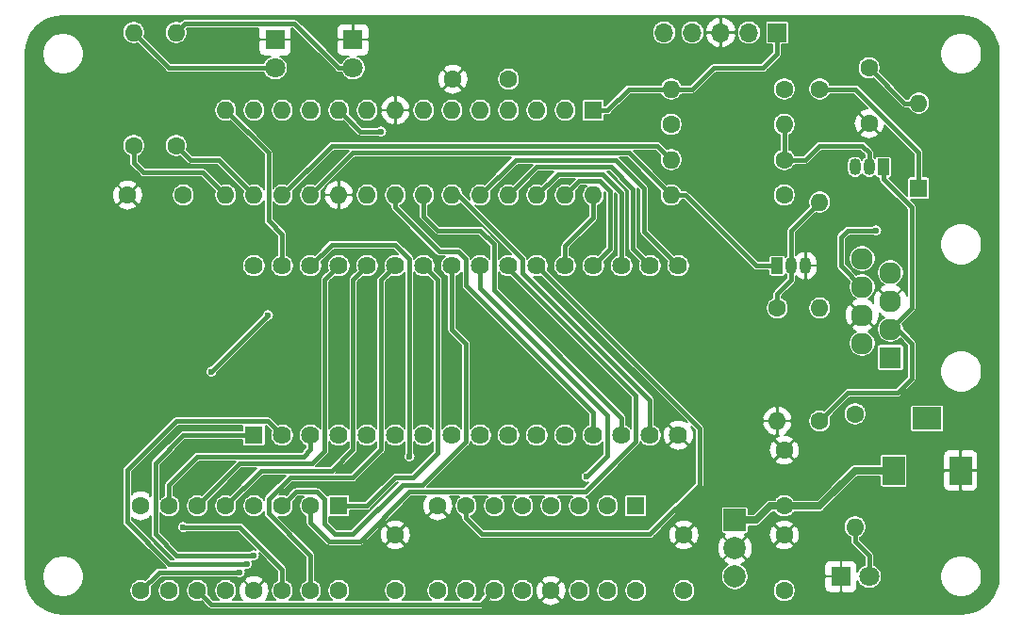
<source format=gtl>
G04 #@! TF.GenerationSoftware,KiCad,Pcbnew,(5.1.12)-1*
G04 #@! TF.CreationDate,2021-12-13T23:10:33-06:00*
G04 #@! TF.ProjectId,1005 Flash Programmer,31303035-2046-46c6-9173-682050726f67,1*
G04 #@! TF.SameCoordinates,Original*
G04 #@! TF.FileFunction,Copper,L1,Top*
G04 #@! TF.FilePolarity,Positive*
%FSLAX46Y46*%
G04 Gerber Fmt 4.6, Leading zero omitted, Abs format (unit mm)*
G04 Created by KiCad (PCBNEW (5.1.12)-1) date 2021-12-13 23:10:33*
%MOMM*%
%LPD*%
G01*
G04 APERTURE LIST*
G04 #@! TA.AperFunction,ComponentPad*
%ADD10O,1.600000X1.600000*%
G04 #@! TD*
G04 #@! TA.AperFunction,ComponentPad*
%ADD11C,1.600000*%
G04 #@! TD*
G04 #@! TA.AperFunction,ComponentPad*
%ADD12R,1.600000X1.600000*%
G04 #@! TD*
G04 #@! TA.AperFunction,ComponentPad*
%ADD13R,1.050000X1.500000*%
G04 #@! TD*
G04 #@! TA.AperFunction,ComponentPad*
%ADD14O,1.050000X1.500000*%
G04 #@! TD*
G04 #@! TA.AperFunction,ComponentPad*
%ADD15R,1.960000X1.960000*%
G04 #@! TD*
G04 #@! TA.AperFunction,ComponentPad*
%ADD16C,1.960000*%
G04 #@! TD*
G04 #@! TA.AperFunction,ComponentPad*
%ADD17C,1.800000*%
G04 #@! TD*
G04 #@! TA.AperFunction,ComponentPad*
%ADD18R,1.800000X1.800000*%
G04 #@! TD*
G04 #@! TA.AperFunction,ComponentPad*
%ADD19R,2.600000X2.000000*%
G04 #@! TD*
G04 #@! TA.AperFunction,ComponentPad*
%ADD20R,2.000000X2.600000*%
G04 #@! TD*
G04 #@! TA.AperFunction,ComponentPad*
%ADD21R,1.700000X1.700000*%
G04 #@! TD*
G04 #@! TA.AperFunction,ComponentPad*
%ADD22O,1.700000X1.700000*%
G04 #@! TD*
G04 #@! TA.AperFunction,ComponentPad*
%ADD23R,1.625600X1.625600*%
G04 #@! TD*
G04 #@! TA.AperFunction,ComponentPad*
%ADD24C,1.625600*%
G04 #@! TD*
G04 #@! TA.AperFunction,ComponentPad*
%ADD25R,2.000000X2.000000*%
G04 #@! TD*
G04 #@! TA.AperFunction,ComponentPad*
%ADD26C,2.000000*%
G04 #@! TD*
G04 #@! TA.AperFunction,ViaPad*
%ADD27C,0.800000*%
G04 #@! TD*
G04 #@! TA.AperFunction,ViaPad*
%ADD28C,0.600000*%
G04 #@! TD*
G04 #@! TA.AperFunction,Conductor*
%ADD29C,0.381000*%
G04 #@! TD*
G04 #@! TA.AperFunction,Conductor*
%ADD30C,0.635000*%
G04 #@! TD*
G04 #@! TA.AperFunction,Conductor*
%ADD31C,0.152400*%
G04 #@! TD*
G04 #@! TA.AperFunction,Conductor*
%ADD32C,0.100000*%
G04 #@! TD*
G04 APERTURE END LIST*
D10*
X172085000Y-103505000D03*
D11*
X182245000Y-103505000D03*
D12*
X194310000Y-112395000D03*
D10*
X194310000Y-104775000D03*
D13*
X191135000Y-110490000D03*
D14*
X188595000Y-110490000D03*
X189865000Y-110490000D03*
D15*
X191770000Y-127635000D03*
D16*
X189230000Y-126365000D03*
X191770000Y-125095000D03*
X189230000Y-123825000D03*
X191770000Y-122555000D03*
X189230000Y-121285000D03*
X191770000Y-120015000D03*
X189230000Y-118745000D03*
D11*
X189865000Y-101600000D03*
X189865000Y-106600000D03*
X182245000Y-140970000D03*
X182245000Y-135970000D03*
X182245000Y-143590000D03*
X182245000Y-148590000D03*
X157480000Y-102616000D03*
X152480000Y-102616000D03*
X173228000Y-148590000D03*
X173228000Y-143590000D03*
X123270000Y-113030000D03*
X128270000Y-113030000D03*
D17*
X143510000Y-101600000D03*
D18*
X143510000Y-99060000D03*
X136525000Y-99060000D03*
D17*
X136525000Y-101600000D03*
D19*
X195072000Y-133095000D03*
D20*
X192072000Y-137795000D03*
X198072000Y-137795000D03*
D21*
X181610000Y-98425000D03*
D22*
X179070000Y-98425000D03*
X176530000Y-98425000D03*
X173990000Y-98425000D03*
X171450000Y-98425000D03*
D23*
X134620000Y-134620000D03*
D24*
X137160000Y-134620000D03*
X139700000Y-134620000D03*
X142240000Y-134620000D03*
X144780000Y-134620000D03*
X147320000Y-134620000D03*
X149860000Y-134620000D03*
X152400000Y-134620000D03*
X154940000Y-134620000D03*
X157480000Y-134620000D03*
X160020000Y-134620000D03*
X162560000Y-134620000D03*
X165100000Y-134620000D03*
X167640000Y-134620000D03*
X170180000Y-134620000D03*
X172720000Y-134620000D03*
X172720000Y-119380000D03*
X170180000Y-119380000D03*
X167640000Y-119380000D03*
X165100000Y-119380000D03*
X162560000Y-119380000D03*
X160020000Y-119380000D03*
X157480000Y-119380000D03*
X154940000Y-119380000D03*
X152400000Y-119380000D03*
X149860000Y-119380000D03*
X147320000Y-119380000D03*
X144780000Y-119380000D03*
X142240000Y-119380000D03*
X139700000Y-119380000D03*
X137160000Y-119380000D03*
X134620000Y-119380000D03*
D14*
X182880000Y-119380000D03*
X184150000Y-119380000D03*
D13*
X181610000Y-119380000D03*
D11*
X172085000Y-106680000D03*
D10*
X182245000Y-106680000D03*
D11*
X182245000Y-109855000D03*
D10*
X172085000Y-109855000D03*
D11*
X185420000Y-133350000D03*
D10*
X185420000Y-123190000D03*
X172085000Y-113030000D03*
D11*
X182245000Y-113030000D03*
X185420000Y-103505000D03*
D10*
X185420000Y-113665000D03*
X181610000Y-133350000D03*
D11*
X181610000Y-123190000D03*
X127635000Y-108585000D03*
D10*
X127635000Y-98425000D03*
X123825000Y-98425000D03*
D11*
X123825000Y-108585000D03*
D25*
X177800000Y-142240000D03*
D26*
X177800000Y-144780000D03*
X177800000Y-147320000D03*
D12*
X165100000Y-105410000D03*
D10*
X132080000Y-113030000D03*
X162560000Y-105410000D03*
X134620000Y-113030000D03*
X160020000Y-105410000D03*
X137160000Y-113030000D03*
X157480000Y-105410000D03*
X139700000Y-113030000D03*
X154940000Y-105410000D03*
X142240000Y-113030000D03*
X152400000Y-105410000D03*
X144780000Y-113030000D03*
X149860000Y-105410000D03*
X147320000Y-113030000D03*
X147320000Y-105410000D03*
X149860000Y-113030000D03*
X144780000Y-105410000D03*
X152400000Y-113030000D03*
X142240000Y-105410000D03*
X154940000Y-113030000D03*
X139700000Y-105410000D03*
X157480000Y-113030000D03*
X137160000Y-105410000D03*
X160020000Y-113030000D03*
X134620000Y-105410000D03*
X162560000Y-113030000D03*
X132080000Y-105410000D03*
X165100000Y-113030000D03*
D11*
X124460000Y-148590000D03*
X124460000Y-140970000D03*
X142240000Y-148590000D03*
X139700000Y-148590000D03*
X137160000Y-148590000D03*
X134620000Y-148590000D03*
X132080000Y-148590000D03*
X129540000Y-148590000D03*
X127000000Y-148590000D03*
X127000000Y-140970000D03*
X129540000Y-140970000D03*
X132080000Y-140970000D03*
X134620000Y-140970000D03*
X137160000Y-140970000D03*
X139700000Y-140970000D03*
D12*
X142240000Y-140970000D03*
X168910000Y-140970000D03*
D11*
X166370000Y-140970000D03*
X163830000Y-140970000D03*
X161290000Y-140970000D03*
X158750000Y-140970000D03*
X156210000Y-140970000D03*
X153670000Y-140970000D03*
X153670000Y-148590000D03*
X156210000Y-148590000D03*
X158750000Y-148590000D03*
X161290000Y-148590000D03*
X163830000Y-148590000D03*
X166370000Y-148590000D03*
X168910000Y-148590000D03*
X151130000Y-140970000D03*
X151130000Y-148590000D03*
X147320000Y-148590000D03*
X147320000Y-143590000D03*
D18*
X187325000Y-147320000D03*
D17*
X189865000Y-147320000D03*
D11*
X188595000Y-132715000D03*
D10*
X188595000Y-142875000D03*
D27*
X148590000Y-97790000D03*
X153670000Y-97790000D03*
X158750000Y-97790000D03*
X163830000Y-97790000D03*
X168910000Y-97790000D03*
X185420000Y-97790000D03*
X190500000Y-97790000D03*
X200660000Y-105410000D03*
X200660000Y-110490000D03*
X200660000Y-120650000D03*
X200660000Y-125730000D03*
X200660000Y-134620000D03*
X200660000Y-139700000D03*
X193040000Y-149860000D03*
X187960000Y-149860000D03*
X121920000Y-149860000D03*
X115570000Y-142240000D03*
X115570000Y-137160000D03*
X115570000Y-132080000D03*
X115570000Y-127000000D03*
X115570000Y-121920000D03*
X115570000Y-116840000D03*
X115570000Y-111760000D03*
X115570000Y-106680000D03*
X129540000Y-138430000D03*
X135890000Y-143510000D03*
X128905000Y-144145000D03*
X124460000Y-139065000D03*
X127508000Y-136906000D03*
X132080000Y-135636000D03*
X138430000Y-142494000D03*
X147066000Y-136906000D03*
X144780000Y-139192000D03*
X142240000Y-139192000D03*
X141732000Y-136398000D03*
X144272000Y-136398000D03*
X147320000Y-124460000D03*
X147320000Y-129540000D03*
X149860000Y-129540000D03*
X149860000Y-124460000D03*
X160020000Y-123952000D03*
X163322000Y-127254000D03*
X166370000Y-130048000D03*
X154940000Y-124460000D03*
X154940000Y-129540000D03*
X157480000Y-127000000D03*
X157480000Y-132080000D03*
X160020000Y-129540000D03*
X160020000Y-132080000D03*
X162560000Y-132080000D03*
X153670000Y-137668000D03*
X157480000Y-137668000D03*
X162560000Y-137414000D03*
X134620000Y-116586000D03*
X134620000Y-110236000D03*
X144780000Y-115824000D03*
X147320000Y-116078000D03*
X152400000Y-115062000D03*
X152400000Y-117094000D03*
X154686000Y-117602000D03*
X157480000Y-115062000D03*
X160020000Y-115824000D03*
X149352000Y-117856000D03*
X187706000Y-106680000D03*
X192278000Y-105918000D03*
X198120000Y-140716000D03*
X198120000Y-134874000D03*
X182245000Y-137922000D03*
X184785000Y-142875000D03*
X180340000Y-144780000D03*
X177038000Y-136525000D03*
X124714000Y-142748000D03*
X172720000Y-139065000D03*
X173228000Y-145542000D03*
X149352000Y-143510000D03*
X152527000Y-100457000D03*
X150749000Y-103632000D03*
X123190000Y-115062000D03*
X123190000Y-110998000D03*
X176530000Y-100330000D03*
X142748000Y-142494000D03*
X144780000Y-124460000D03*
X142240000Y-124460000D03*
X142240000Y-129540000D03*
X144780000Y-129540000D03*
X139700000Y-129540000D03*
X139700000Y-124460000D03*
X152400000Y-129540000D03*
X168910000Y-123952000D03*
X172720000Y-123952000D03*
X176276000Y-123952000D03*
X172720000Y-127254000D03*
X177038000Y-132334000D03*
X174498000Y-130048000D03*
X176276000Y-119380000D03*
D28*
X190500000Y-116205000D03*
X134620000Y-145415000D03*
X133985000Y-146177003D03*
X146050000Y-107315000D03*
X164465000Y-138366490D03*
X148590000Y-136525000D03*
X128270000Y-142875000D03*
X135890000Y-123825000D03*
X130810000Y-128905000D03*
X133350000Y-146939006D03*
D29*
X193040000Y-104775000D02*
X189865000Y-101600000D01*
X194310000Y-104775000D02*
X193040000Y-104775000D01*
D30*
X177800000Y-142240000D02*
X179705000Y-142240000D01*
X179705000Y-142240000D02*
X180975000Y-140970000D01*
X180975000Y-140970000D02*
X182245000Y-140970000D01*
X185420000Y-140970000D02*
X188595000Y-137795000D01*
X188595000Y-137795000D02*
X192072000Y-137795000D01*
X182245000Y-140970000D02*
X185420000Y-140970000D01*
D29*
X188611862Y-103505000D02*
X185420000Y-103505000D01*
X194310000Y-109203138D02*
X188611862Y-103505000D01*
X194310000Y-112395000D02*
X194310000Y-109203138D01*
X189230000Y-121285000D02*
X187325000Y-119380000D01*
X187325000Y-119380000D02*
X187325000Y-116840000D01*
X187960000Y-116205000D02*
X190500000Y-116205000D01*
X187325000Y-116840000D02*
X187960000Y-116205000D01*
X142240000Y-101600000D02*
X143510000Y-101600000D01*
X138265001Y-97625001D02*
X142240000Y-101600000D01*
X128434999Y-97625001D02*
X138265001Y-97625001D01*
X127635000Y-98425000D02*
X128434999Y-97625001D01*
X127000000Y-101600000D02*
X136525000Y-101600000D01*
X123825000Y-98425000D02*
X127000000Y-101600000D01*
X191135000Y-111580000D02*
X191135000Y-110490000D01*
X193675000Y-114120000D02*
X191135000Y-111580000D01*
X193675000Y-123190000D02*
X193675000Y-114120000D01*
X191770000Y-125095000D02*
X193675000Y-123190000D01*
X191770000Y-125095000D02*
X192405000Y-125095000D01*
X192405000Y-125095000D02*
X193675000Y-126365000D01*
X193675000Y-126365000D02*
X193675000Y-129540000D01*
X193675000Y-129540000D02*
X192405000Y-130810000D01*
X192405000Y-130810000D02*
X187960000Y-130810000D01*
X187960000Y-130810000D02*
X185420000Y-133350000D01*
X165100000Y-105410000D02*
X166370000Y-105410000D01*
X166370000Y-105410000D02*
X168275000Y-103505000D01*
X168275000Y-103505000D02*
X172085000Y-103505000D01*
X172085000Y-103505000D02*
X173990000Y-103505000D01*
X173990000Y-103505000D02*
X175895000Y-101600000D01*
X175895000Y-101600000D02*
X180340000Y-101600000D01*
X181610000Y-100330000D02*
X181610000Y-98425000D01*
X180340000Y-101600000D02*
X181610000Y-100330000D01*
X162560000Y-117602000D02*
X162560000Y-119380000D01*
X165100000Y-115062000D02*
X162560000Y-117602000D01*
X165100000Y-113030000D02*
X165100000Y-115062000D01*
X166624000Y-117856000D02*
X165100000Y-119380000D01*
X166624000Y-112712138D02*
X166624000Y-117856000D01*
X165697361Y-111785499D02*
X166624000Y-112712138D01*
X163804501Y-111785499D02*
X165697361Y-111785499D01*
X162560000Y-113030000D02*
X163804501Y-111785499D01*
X128270000Y-134620000D02*
X134620000Y-134620000D01*
X125755499Y-137134501D02*
X128270000Y-134620000D01*
X125755499Y-143535499D02*
X125755499Y-137134501D01*
X127635000Y-145415000D02*
X125755499Y-143535499D01*
X134620000Y-145415000D02*
X127635000Y-145415000D01*
X135902699Y-133362699D02*
X137160000Y-134620000D01*
X127622301Y-133362699D02*
X135902699Y-133362699D01*
X123215499Y-137769501D02*
X127622301Y-133362699D01*
X123215499Y-142397018D02*
X123215499Y-137769501D01*
X126995484Y-146177003D02*
X123215499Y-142397018D01*
X133985000Y-146177003D02*
X126995484Y-146177003D01*
X139700000Y-135890000D02*
X139700000Y-134620000D01*
X139065000Y-136525000D02*
X139700000Y-135890000D01*
X129540000Y-136525000D02*
X139065000Y-136525000D01*
X127000000Y-139065000D02*
X129540000Y-136525000D01*
X127000000Y-140970000D02*
X127000000Y-139065000D01*
X144145000Y-107315000D02*
X142240000Y-105410000D01*
X146050000Y-107315000D02*
X144145000Y-107315000D01*
X165100000Y-132588000D02*
X165100000Y-134620000D01*
X153682699Y-118801893D02*
X153682699Y-121170699D01*
X153003505Y-118122699D02*
X153682699Y-118801893D01*
X151281329Y-118122699D02*
X153003505Y-118122699D01*
X153682699Y-121170699D02*
X165100000Y-132588000D01*
X147320000Y-114161370D02*
X151281329Y-118122699D01*
X147320000Y-113030000D02*
X147320000Y-114161370D01*
X156153107Y-121609107D02*
X167640000Y-133096000D01*
X156153107Y-120027699D02*
X156153107Y-121609107D01*
X167640000Y-133096000D02*
X167640000Y-134620000D01*
X156197301Y-119983505D02*
X156153107Y-120027699D01*
X156197301Y-117462301D02*
X156197301Y-119983505D01*
X154940000Y-116205000D02*
X156197301Y-117462301D01*
X151130000Y-116205000D02*
X154940000Y-116205000D01*
X149860000Y-114935000D02*
X151130000Y-116205000D01*
X149860000Y-113030000D02*
X149860000Y-114935000D01*
X170180000Y-131445000D02*
X170180000Y-134620000D01*
X158762699Y-120027699D02*
X170180000Y-131445000D01*
X158762699Y-118801893D02*
X158762699Y-120027699D01*
X152990806Y-113030000D02*
X158762699Y-118801893D01*
X152400000Y-113030000D02*
X152990806Y-113030000D01*
X169672000Y-112458862D02*
X169672000Y-116332000D01*
X167093607Y-109880469D02*
X169672000Y-112458862D01*
X158089531Y-109880469D02*
X167093607Y-109880469D01*
X169672000Y-116332000D02*
X172720000Y-119380000D01*
X154940000Y-113030000D02*
X158089531Y-109880469D01*
X168656000Y-117856000D02*
X170180000Y-119380000D01*
X168656000Y-112522000D02*
X168656000Y-117856000D01*
X166649479Y-110515479D02*
X168656000Y-112522000D01*
X159994521Y-110515479D02*
X166649479Y-110515479D01*
X157480000Y-113030000D02*
X159994521Y-110515479D01*
X167640000Y-112830099D02*
X167640000Y-119380000D01*
X165960390Y-111150489D02*
X167640000Y-112830099D01*
X161899511Y-111150489D02*
X165960390Y-111150489D01*
X160020000Y-113030000D02*
X161899511Y-111150489D01*
X161925000Y-121285000D02*
X160020000Y-119380000D01*
X174625000Y-139065000D02*
X174625000Y-133985000D01*
X170180000Y-143510000D02*
X174625000Y-139065000D01*
X174625000Y-133985000D02*
X161925000Y-121285000D01*
X155078630Y-143510000D02*
X170180000Y-143510000D01*
X153670000Y-142101370D02*
X155078630Y-143510000D01*
X153670000Y-140970000D02*
X153670000Y-142101370D01*
X139700000Y-142494000D02*
X139700000Y-140970000D01*
X141351000Y-144145000D02*
X139700000Y-142494000D01*
X144145000Y-144145000D02*
X141351000Y-144145000D01*
X148564501Y-139725499D02*
X144145000Y-144145000D01*
X164395307Y-139725499D02*
X148564501Y-139725499D01*
X168897301Y-135223505D02*
X164395307Y-139725499D01*
X168897301Y-131051301D02*
X168897301Y-135223505D01*
X157480000Y-119634000D02*
X168897301Y-131051301D01*
X157480000Y-119380000D02*
X157480000Y-119634000D01*
X166370000Y-136461490D02*
X164465000Y-138366490D01*
X166370000Y-132842000D02*
X166370000Y-136461490D01*
X154940000Y-121412000D02*
X166370000Y-132842000D01*
X154940000Y-119380000D02*
X154940000Y-121412000D01*
X140944501Y-140372639D02*
X140297361Y-139725499D01*
X140944501Y-142586463D02*
X140944501Y-140372639D01*
X140297361Y-139725499D02*
X138404501Y-139725499D01*
X141868038Y-143510000D02*
X140944501Y-142586463D01*
X143510000Y-143510000D02*
X141868038Y-143510000D01*
X149790317Y-139090489D02*
X147929511Y-139090489D01*
X153657301Y-135223505D02*
X149790317Y-139090489D01*
X147929511Y-139090489D02*
X143510000Y-143510000D01*
X153657301Y-126396495D02*
X153657301Y-135223505D01*
X152400000Y-125139194D02*
X153657301Y-126396495D01*
X138404501Y-139725499D02*
X137160000Y-140970000D01*
X152400000Y-119380000D02*
X152400000Y-125139194D01*
X147320000Y-138430000D02*
X144780000Y-140970000D01*
X144780000Y-140970000D02*
X142240000Y-140970000D01*
X148885403Y-138430000D02*
X147320000Y-138430000D01*
X151117301Y-120637301D02*
X151117301Y-136198102D01*
X151117301Y-136198102D02*
X148885403Y-138430000D01*
X149860000Y-119380000D02*
X151117301Y-120637301D01*
X139700000Y-145415000D02*
X139700000Y-148590000D01*
X135915499Y-141630499D02*
X139700000Y-145415000D01*
X137858138Y-138430000D02*
X135915499Y-140372639D01*
X143510000Y-138430000D02*
X137858138Y-138430000D01*
X135915499Y-140372639D02*
X135915499Y-141630499D01*
X146037301Y-120662699D02*
X146037301Y-135902699D01*
X146037301Y-135902699D02*
X143510000Y-138430000D01*
X147320000Y-119380000D02*
X146037301Y-120662699D01*
X143522699Y-135877301D02*
X143522699Y-120637301D01*
X141605000Y-137795000D02*
X143522699Y-135877301D01*
X143522699Y-120637301D02*
X144780000Y-119380000D01*
X135255000Y-137795000D02*
X141605000Y-137795000D01*
X132080000Y-140970000D02*
X135255000Y-137795000D01*
X140982699Y-120637301D02*
X142240000Y-119380000D01*
X140982699Y-136008820D02*
X140982699Y-120637301D01*
X139831519Y-137160000D02*
X140982699Y-136008820D01*
X133350000Y-137160000D02*
X139831519Y-137160000D01*
X129540000Y-140970000D02*
X133350000Y-137160000D01*
X141605000Y-117475000D02*
X139700000Y-119380000D01*
X147275806Y-117475000D02*
X141605000Y-117475000D01*
X148590000Y-118789194D02*
X147275806Y-117475000D01*
X148590000Y-136525000D02*
X148590000Y-118789194D01*
X135915499Y-115341499D02*
X137160000Y-116586000D01*
X137160000Y-116586000D02*
X137160000Y-119380000D01*
X135915499Y-109245499D02*
X135915499Y-115341499D01*
X132080000Y-105410000D02*
X135915499Y-109245499D01*
X182245000Y-109855000D02*
X182245000Y-106680000D01*
X184150000Y-109855000D02*
X182245000Y-109855000D01*
X185420000Y-108585000D02*
X184150000Y-109855000D01*
X189230000Y-108585000D02*
X185420000Y-108585000D01*
X189865000Y-109220000D02*
X189230000Y-108585000D01*
X189865000Y-110490000D02*
X189865000Y-109220000D01*
X182880000Y-120650000D02*
X182880000Y-119380000D01*
X181610000Y-121920000D02*
X182880000Y-120650000D01*
X181610000Y-123190000D02*
X181610000Y-121920000D01*
X182880000Y-116205000D02*
X185420000Y-113665000D01*
X182880000Y-119380000D02*
X182880000Y-116205000D01*
X179705000Y-119380000D02*
X181610000Y-119380000D01*
X173355000Y-113030000D02*
X179705000Y-119380000D01*
X172085000Y-113030000D02*
X173355000Y-113030000D01*
X168300459Y-109245459D02*
X172085000Y-113030000D01*
X143484541Y-109245459D02*
X168300459Y-109245459D01*
X139700000Y-113030000D02*
X143484541Y-109245459D01*
X170840449Y-108610449D02*
X172085000Y-109855000D01*
X141579551Y-108610449D02*
X170840449Y-108610449D01*
X137160000Y-113030000D02*
X141579551Y-108610449D01*
X131445000Y-109855000D02*
X134620000Y-113030000D01*
X128905000Y-109855000D02*
X131445000Y-109855000D01*
X127635000Y-108585000D02*
X128905000Y-109855000D01*
X123825000Y-108585000D02*
X123825000Y-110109000D01*
X123825000Y-110109000D02*
X124714000Y-110998000D01*
X130048000Y-110998000D02*
X132080000Y-113030000D01*
X124714000Y-110998000D02*
X130048000Y-110998000D01*
X133350000Y-142875000D02*
X128270000Y-142875000D01*
X137160000Y-146685000D02*
X133350000Y-142875000D01*
X137160000Y-148590000D02*
X137160000Y-146685000D01*
X154965499Y-149834501D02*
X156210000Y-148590000D01*
X130784501Y-149834501D02*
X154965499Y-149834501D01*
X129540000Y-148590000D02*
X130784501Y-149834501D01*
X135890000Y-123825000D02*
X130810000Y-128905000D01*
X126110994Y-146939006D02*
X133350000Y-146939006D01*
X124460000Y-148590000D02*
X126110994Y-146939006D01*
X188595000Y-142875000D02*
X188595000Y-144145000D01*
X188595000Y-144145000D02*
X189865000Y-145415000D01*
X189865000Y-145415000D02*
X189865000Y-147320000D01*
D31*
X198778238Y-97005651D02*
X199411410Y-97196817D01*
X199995387Y-97507323D01*
X200507927Y-97925341D01*
X200929516Y-98434954D01*
X201244094Y-99016755D01*
X201439673Y-99648568D01*
X201510884Y-100326098D01*
X201510900Y-100330607D01*
X201510901Y-147299490D01*
X201444349Y-147978241D01*
X201253183Y-148611410D01*
X200942679Y-149195384D01*
X200524659Y-149707927D01*
X200015044Y-150129517D01*
X199433245Y-150444094D01*
X198801432Y-150639673D01*
X198123901Y-150710884D01*
X198119393Y-150710900D01*
X117495499Y-150710900D01*
X116816759Y-150644349D01*
X116183590Y-150453183D01*
X115599616Y-150142679D01*
X115087073Y-149724659D01*
X114665483Y-149215044D01*
X114350906Y-148633245D01*
X114155327Y-148001432D01*
X114084116Y-147323901D01*
X114084100Y-147319393D01*
X114084100Y-147135210D01*
X115598800Y-147135210D01*
X115598800Y-147504790D01*
X115670901Y-147867267D01*
X115812333Y-148208714D01*
X116017660Y-148516008D01*
X116278992Y-148777340D01*
X116586286Y-148982667D01*
X116927733Y-149124099D01*
X117290210Y-149196200D01*
X117659790Y-149196200D01*
X118022267Y-149124099D01*
X118363714Y-148982667D01*
X118671008Y-148777340D01*
X118932340Y-148516008D01*
X119137667Y-148208714D01*
X119279099Y-147867267D01*
X119351200Y-147504790D01*
X119351200Y-147135210D01*
X119279099Y-146772733D01*
X119137667Y-146431286D01*
X118932340Y-146123992D01*
X118671008Y-145862660D01*
X118363714Y-145657333D01*
X118022267Y-145515901D01*
X117659790Y-145443800D01*
X117290210Y-145443800D01*
X116927733Y-145515901D01*
X116586286Y-145657333D01*
X116278992Y-145862660D01*
X116017660Y-146123992D01*
X115812333Y-146431286D01*
X115670901Y-146772733D01*
X115598800Y-147135210D01*
X114084100Y-147135210D01*
X114084100Y-137769501D01*
X122794372Y-137769501D01*
X122796400Y-137790091D01*
X122796399Y-142376438D01*
X122794372Y-142397018D01*
X122796399Y-142417597D01*
X122802464Y-142479175D01*
X122826428Y-142558175D01*
X122865345Y-142630983D01*
X122917717Y-142694800D01*
X122933710Y-142707925D01*
X126684582Y-146458797D01*
X126697702Y-146474785D01*
X126752683Y-146519906D01*
X126131573Y-146519906D01*
X126110993Y-146517879D01*
X126028836Y-146525971D01*
X125949836Y-146549935D01*
X125877028Y-146588852D01*
X125813212Y-146641224D01*
X125800091Y-146657212D01*
X124828157Y-147629146D01*
X124760032Y-147600928D01*
X124561308Y-147561400D01*
X124358692Y-147561400D01*
X124159968Y-147600928D01*
X123972775Y-147678466D01*
X123804306Y-147791034D01*
X123661034Y-147934306D01*
X123548466Y-148102775D01*
X123470928Y-148289968D01*
X123431400Y-148488692D01*
X123431400Y-148691308D01*
X123470928Y-148890032D01*
X123548466Y-149077225D01*
X123661034Y-149245694D01*
X123804306Y-149388966D01*
X123972775Y-149501534D01*
X124159968Y-149579072D01*
X124358692Y-149618600D01*
X124561308Y-149618600D01*
X124760032Y-149579072D01*
X124947225Y-149501534D01*
X125115694Y-149388966D01*
X125258966Y-149245694D01*
X125371534Y-149077225D01*
X125449072Y-148890032D01*
X125488600Y-148691308D01*
X125488600Y-148488692D01*
X125971400Y-148488692D01*
X125971400Y-148691308D01*
X126010928Y-148890032D01*
X126088466Y-149077225D01*
X126201034Y-149245694D01*
X126344306Y-149388966D01*
X126512775Y-149501534D01*
X126699968Y-149579072D01*
X126898692Y-149618600D01*
X127101308Y-149618600D01*
X127300032Y-149579072D01*
X127487225Y-149501534D01*
X127655694Y-149388966D01*
X127798966Y-149245694D01*
X127911534Y-149077225D01*
X127989072Y-148890032D01*
X128028600Y-148691308D01*
X128028600Y-148488692D01*
X127989072Y-148289968D01*
X127911534Y-148102775D01*
X127798966Y-147934306D01*
X127655694Y-147791034D01*
X127487225Y-147678466D01*
X127300032Y-147600928D01*
X127101308Y-147561400D01*
X126898692Y-147561400D01*
X126699968Y-147600928D01*
X126512775Y-147678466D01*
X126344306Y-147791034D01*
X126201034Y-147934306D01*
X126088466Y-148102775D01*
X126010928Y-148289968D01*
X125971400Y-148488692D01*
X125488600Y-148488692D01*
X125449072Y-148289968D01*
X125420854Y-148221843D01*
X126284591Y-147358106D01*
X133025772Y-147358106D01*
X133099614Y-147407446D01*
X133195813Y-147447293D01*
X133297937Y-147467606D01*
X133402063Y-147467606D01*
X133504187Y-147447293D01*
X133600386Y-147407446D01*
X133686963Y-147349597D01*
X133760591Y-147275969D01*
X133818440Y-147189392D01*
X133858287Y-147093193D01*
X133878600Y-146991069D01*
X133878600Y-146886943D01*
X133858287Y-146784819D01*
X133818440Y-146688620D01*
X133810629Y-146676929D01*
X133830813Y-146685290D01*
X133932937Y-146705603D01*
X134037063Y-146705603D01*
X134139187Y-146685290D01*
X134235386Y-146645443D01*
X134321963Y-146587594D01*
X134395591Y-146513966D01*
X134453440Y-146427389D01*
X134493287Y-146331190D01*
X134513600Y-146229066D01*
X134513600Y-146124940D01*
X134493287Y-146022816D01*
X134453440Y-145926617D01*
X134445629Y-145914926D01*
X134465813Y-145923287D01*
X134567937Y-145943600D01*
X134672063Y-145943600D01*
X134774187Y-145923287D01*
X134870386Y-145883440D01*
X134956963Y-145825591D01*
X135030591Y-145751963D01*
X135088440Y-145665386D01*
X135128287Y-145569187D01*
X135148600Y-145467063D01*
X135148600Y-145362937D01*
X135128287Y-145260813D01*
X135117801Y-145235497D01*
X136740901Y-146858597D01*
X136740900Y-147650247D01*
X136672775Y-147678466D01*
X136504306Y-147791034D01*
X136361034Y-147934306D01*
X136248466Y-148102775D01*
X136170928Y-148289968D01*
X136131400Y-148488692D01*
X136131400Y-148691308D01*
X136170928Y-148890032D01*
X136248466Y-149077225D01*
X136361034Y-149245694D01*
X136504306Y-149388966D01*
X136543869Y-149415401D01*
X135654143Y-149415401D01*
X135760002Y-149386864D01*
X135893557Y-149149149D01*
X135978171Y-148889946D01*
X136010591Y-148619217D01*
X135989571Y-148347365D01*
X135915920Y-148084837D01*
X135792466Y-147841722D01*
X135760002Y-147793136D01*
X135518018Y-147727903D01*
X134655921Y-148590000D01*
X134670064Y-148604143D01*
X134634143Y-148640064D01*
X134620000Y-148625921D01*
X134605858Y-148640064D01*
X134569937Y-148604143D01*
X134584079Y-148590000D01*
X133721982Y-147727903D01*
X133479998Y-147793136D01*
X133346443Y-148030851D01*
X133261829Y-148290054D01*
X133229409Y-148560783D01*
X133250429Y-148832635D01*
X133324080Y-149095163D01*
X133447534Y-149338278D01*
X133479998Y-149386864D01*
X133585857Y-149415401D01*
X132696131Y-149415401D01*
X132735694Y-149388966D01*
X132878966Y-149245694D01*
X132991534Y-149077225D01*
X133069072Y-148890032D01*
X133108600Y-148691308D01*
X133108600Y-148488692D01*
X133069072Y-148289968D01*
X132991534Y-148102775D01*
X132878966Y-147934306D01*
X132735694Y-147791034D01*
X132587454Y-147691982D01*
X133757903Y-147691982D01*
X134620000Y-148554079D01*
X135482097Y-147691982D01*
X135416864Y-147449998D01*
X135179149Y-147316443D01*
X134919946Y-147231829D01*
X134649217Y-147199409D01*
X134377365Y-147220429D01*
X134114837Y-147294080D01*
X133871722Y-147417534D01*
X133823136Y-147449998D01*
X133757903Y-147691982D01*
X132587454Y-147691982D01*
X132567225Y-147678466D01*
X132380032Y-147600928D01*
X132181308Y-147561400D01*
X131978692Y-147561400D01*
X131779968Y-147600928D01*
X131592775Y-147678466D01*
X131424306Y-147791034D01*
X131281034Y-147934306D01*
X131168466Y-148102775D01*
X131090928Y-148289968D01*
X131051400Y-148488692D01*
X131051400Y-148691308D01*
X131090928Y-148890032D01*
X131168466Y-149077225D01*
X131281034Y-149245694D01*
X131424306Y-149388966D01*
X131463869Y-149415401D01*
X130958098Y-149415401D01*
X130500854Y-148958157D01*
X130529072Y-148890032D01*
X130568600Y-148691308D01*
X130568600Y-148488692D01*
X130529072Y-148289968D01*
X130451534Y-148102775D01*
X130338966Y-147934306D01*
X130195694Y-147791034D01*
X130027225Y-147678466D01*
X129840032Y-147600928D01*
X129641308Y-147561400D01*
X129438692Y-147561400D01*
X129239968Y-147600928D01*
X129052775Y-147678466D01*
X128884306Y-147791034D01*
X128741034Y-147934306D01*
X128628466Y-148102775D01*
X128550928Y-148289968D01*
X128511400Y-148488692D01*
X128511400Y-148691308D01*
X128550928Y-148890032D01*
X128628466Y-149077225D01*
X128741034Y-149245694D01*
X128884306Y-149388966D01*
X129052775Y-149501534D01*
X129239968Y-149579072D01*
X129438692Y-149618600D01*
X129641308Y-149618600D01*
X129840032Y-149579072D01*
X129908157Y-149550854D01*
X130473598Y-150116295D01*
X130486719Y-150132283D01*
X130550535Y-150184655D01*
X130623343Y-150223572D01*
X130702343Y-150247536D01*
X130784500Y-150255628D01*
X130805080Y-150253601D01*
X154944919Y-150253601D01*
X154965499Y-150255628D01*
X154986079Y-150253601D01*
X155047657Y-150247536D01*
X155126657Y-150223572D01*
X155199465Y-150184655D01*
X155263281Y-150132283D01*
X155276406Y-150116290D01*
X155841843Y-149550854D01*
X155909968Y-149579072D01*
X156108692Y-149618600D01*
X156311308Y-149618600D01*
X156510032Y-149579072D01*
X156697225Y-149501534D01*
X156865694Y-149388966D01*
X157008966Y-149245694D01*
X157121534Y-149077225D01*
X157199072Y-148890032D01*
X157238600Y-148691308D01*
X157238600Y-148488692D01*
X157721400Y-148488692D01*
X157721400Y-148691308D01*
X157760928Y-148890032D01*
X157838466Y-149077225D01*
X157951034Y-149245694D01*
X158094306Y-149388966D01*
X158262775Y-149501534D01*
X158449968Y-149579072D01*
X158648692Y-149618600D01*
X158851308Y-149618600D01*
X159050032Y-149579072D01*
X159237225Y-149501534D01*
X159257453Y-149488018D01*
X160427903Y-149488018D01*
X160493136Y-149730002D01*
X160730851Y-149863557D01*
X160990054Y-149948171D01*
X161260783Y-149980591D01*
X161532635Y-149959571D01*
X161795163Y-149885920D01*
X162038278Y-149762466D01*
X162086864Y-149730002D01*
X162152097Y-149488018D01*
X161290000Y-148625921D01*
X160427903Y-149488018D01*
X159257453Y-149488018D01*
X159405694Y-149388966D01*
X159548966Y-149245694D01*
X159661534Y-149077225D01*
X159739072Y-148890032D01*
X159778600Y-148691308D01*
X159778600Y-148560783D01*
X159899409Y-148560783D01*
X159920429Y-148832635D01*
X159994080Y-149095163D01*
X160117534Y-149338278D01*
X160149998Y-149386864D01*
X160391982Y-149452097D01*
X161254079Y-148590000D01*
X161325921Y-148590000D01*
X162188018Y-149452097D01*
X162430002Y-149386864D01*
X162563557Y-149149149D01*
X162648171Y-148889946D01*
X162680591Y-148619217D01*
X162670499Y-148488692D01*
X162801400Y-148488692D01*
X162801400Y-148691308D01*
X162840928Y-148890032D01*
X162918466Y-149077225D01*
X163031034Y-149245694D01*
X163174306Y-149388966D01*
X163342775Y-149501534D01*
X163529968Y-149579072D01*
X163728692Y-149618600D01*
X163931308Y-149618600D01*
X164130032Y-149579072D01*
X164317225Y-149501534D01*
X164485694Y-149388966D01*
X164628966Y-149245694D01*
X164741534Y-149077225D01*
X164819072Y-148890032D01*
X164858600Y-148691308D01*
X164858600Y-148488692D01*
X165341400Y-148488692D01*
X165341400Y-148691308D01*
X165380928Y-148890032D01*
X165458466Y-149077225D01*
X165571034Y-149245694D01*
X165714306Y-149388966D01*
X165882775Y-149501534D01*
X166069968Y-149579072D01*
X166268692Y-149618600D01*
X166471308Y-149618600D01*
X166670032Y-149579072D01*
X166857225Y-149501534D01*
X167025694Y-149388966D01*
X167168966Y-149245694D01*
X167281534Y-149077225D01*
X167359072Y-148890032D01*
X167398600Y-148691308D01*
X167398600Y-148488692D01*
X167881400Y-148488692D01*
X167881400Y-148691308D01*
X167920928Y-148890032D01*
X167998466Y-149077225D01*
X168111034Y-149245694D01*
X168254306Y-149388966D01*
X168422775Y-149501534D01*
X168609968Y-149579072D01*
X168808692Y-149618600D01*
X169011308Y-149618600D01*
X169210032Y-149579072D01*
X169397225Y-149501534D01*
X169565694Y-149388966D01*
X169708966Y-149245694D01*
X169821534Y-149077225D01*
X169899072Y-148890032D01*
X169938600Y-148691308D01*
X169938600Y-148488692D01*
X172199400Y-148488692D01*
X172199400Y-148691308D01*
X172238928Y-148890032D01*
X172316466Y-149077225D01*
X172429034Y-149245694D01*
X172572306Y-149388966D01*
X172740775Y-149501534D01*
X172927968Y-149579072D01*
X173126692Y-149618600D01*
X173329308Y-149618600D01*
X173528032Y-149579072D01*
X173715225Y-149501534D01*
X173883694Y-149388966D01*
X174026966Y-149245694D01*
X174139534Y-149077225D01*
X174217072Y-148890032D01*
X174256600Y-148691308D01*
X174256600Y-148488692D01*
X174217072Y-148289968D01*
X174139534Y-148102775D01*
X174026966Y-147934306D01*
X173883694Y-147791034D01*
X173715225Y-147678466D01*
X173528032Y-147600928D01*
X173329308Y-147561400D01*
X173126692Y-147561400D01*
X172927968Y-147600928D01*
X172740775Y-147678466D01*
X172572306Y-147791034D01*
X172429034Y-147934306D01*
X172316466Y-148102775D01*
X172238928Y-148289968D01*
X172199400Y-148488692D01*
X169938600Y-148488692D01*
X169899072Y-148289968D01*
X169821534Y-148102775D01*
X169708966Y-147934306D01*
X169565694Y-147791034D01*
X169397225Y-147678466D01*
X169210032Y-147600928D01*
X169011308Y-147561400D01*
X168808692Y-147561400D01*
X168609968Y-147600928D01*
X168422775Y-147678466D01*
X168254306Y-147791034D01*
X168111034Y-147934306D01*
X167998466Y-148102775D01*
X167920928Y-148289968D01*
X167881400Y-148488692D01*
X167398600Y-148488692D01*
X167359072Y-148289968D01*
X167281534Y-148102775D01*
X167168966Y-147934306D01*
X167025694Y-147791034D01*
X166857225Y-147678466D01*
X166670032Y-147600928D01*
X166471308Y-147561400D01*
X166268692Y-147561400D01*
X166069968Y-147600928D01*
X165882775Y-147678466D01*
X165714306Y-147791034D01*
X165571034Y-147934306D01*
X165458466Y-148102775D01*
X165380928Y-148289968D01*
X165341400Y-148488692D01*
X164858600Y-148488692D01*
X164819072Y-148289968D01*
X164741534Y-148102775D01*
X164628966Y-147934306D01*
X164485694Y-147791034D01*
X164317225Y-147678466D01*
X164130032Y-147600928D01*
X163931308Y-147561400D01*
X163728692Y-147561400D01*
X163529968Y-147600928D01*
X163342775Y-147678466D01*
X163174306Y-147791034D01*
X163031034Y-147934306D01*
X162918466Y-148102775D01*
X162840928Y-148289968D01*
X162801400Y-148488692D01*
X162670499Y-148488692D01*
X162659571Y-148347365D01*
X162585920Y-148084837D01*
X162462466Y-147841722D01*
X162430002Y-147793136D01*
X162188018Y-147727903D01*
X161325921Y-148590000D01*
X161254079Y-148590000D01*
X160391982Y-147727903D01*
X160149998Y-147793136D01*
X160016443Y-148030851D01*
X159931829Y-148290054D01*
X159899409Y-148560783D01*
X159778600Y-148560783D01*
X159778600Y-148488692D01*
X159739072Y-148289968D01*
X159661534Y-148102775D01*
X159548966Y-147934306D01*
X159405694Y-147791034D01*
X159257454Y-147691982D01*
X160427903Y-147691982D01*
X161290000Y-148554079D01*
X162152097Y-147691982D01*
X162086864Y-147449998D01*
X161849149Y-147316443D01*
X161589946Y-147231829D01*
X161319217Y-147199409D01*
X161047365Y-147220429D01*
X160784837Y-147294080D01*
X160541722Y-147417534D01*
X160493136Y-147449998D01*
X160427903Y-147691982D01*
X159257454Y-147691982D01*
X159237225Y-147678466D01*
X159050032Y-147600928D01*
X158851308Y-147561400D01*
X158648692Y-147561400D01*
X158449968Y-147600928D01*
X158262775Y-147678466D01*
X158094306Y-147791034D01*
X157951034Y-147934306D01*
X157838466Y-148102775D01*
X157760928Y-148289968D01*
X157721400Y-148488692D01*
X157238600Y-148488692D01*
X157199072Y-148289968D01*
X157121534Y-148102775D01*
X157008966Y-147934306D01*
X156865694Y-147791034D01*
X156697225Y-147678466D01*
X156510032Y-147600928D01*
X156311308Y-147561400D01*
X156108692Y-147561400D01*
X155909968Y-147600928D01*
X155722775Y-147678466D01*
X155554306Y-147791034D01*
X155411034Y-147934306D01*
X155298466Y-148102775D01*
X155220928Y-148289968D01*
X155181400Y-148488692D01*
X155181400Y-148691308D01*
X155220928Y-148890032D01*
X155249146Y-148958157D01*
X154791903Y-149415401D01*
X154286131Y-149415401D01*
X154325694Y-149388966D01*
X154468966Y-149245694D01*
X154581534Y-149077225D01*
X154659072Y-148890032D01*
X154698600Y-148691308D01*
X154698600Y-148488692D01*
X154659072Y-148289968D01*
X154581534Y-148102775D01*
X154468966Y-147934306D01*
X154325694Y-147791034D01*
X154157225Y-147678466D01*
X153970032Y-147600928D01*
X153771308Y-147561400D01*
X153568692Y-147561400D01*
X153369968Y-147600928D01*
X153182775Y-147678466D01*
X153014306Y-147791034D01*
X152871034Y-147934306D01*
X152758466Y-148102775D01*
X152680928Y-148289968D01*
X152641400Y-148488692D01*
X152641400Y-148691308D01*
X152680928Y-148890032D01*
X152758466Y-149077225D01*
X152871034Y-149245694D01*
X153014306Y-149388966D01*
X153053869Y-149415401D01*
X151746131Y-149415401D01*
X151785694Y-149388966D01*
X151928966Y-149245694D01*
X152041534Y-149077225D01*
X152119072Y-148890032D01*
X152158600Y-148691308D01*
X152158600Y-148488692D01*
X152119072Y-148289968D01*
X152041534Y-148102775D01*
X151928966Y-147934306D01*
X151785694Y-147791034D01*
X151617225Y-147678466D01*
X151430032Y-147600928D01*
X151231308Y-147561400D01*
X151028692Y-147561400D01*
X150829968Y-147600928D01*
X150642775Y-147678466D01*
X150474306Y-147791034D01*
X150331034Y-147934306D01*
X150218466Y-148102775D01*
X150140928Y-148289968D01*
X150101400Y-148488692D01*
X150101400Y-148691308D01*
X150140928Y-148890032D01*
X150218466Y-149077225D01*
X150331034Y-149245694D01*
X150474306Y-149388966D01*
X150513869Y-149415401D01*
X147936131Y-149415401D01*
X147975694Y-149388966D01*
X148118966Y-149245694D01*
X148231534Y-149077225D01*
X148309072Y-148890032D01*
X148348600Y-148691308D01*
X148348600Y-148488692D01*
X148309072Y-148289968D01*
X148231534Y-148102775D01*
X148118966Y-147934306D01*
X147975694Y-147791034D01*
X147807225Y-147678466D01*
X147620032Y-147600928D01*
X147421308Y-147561400D01*
X147218692Y-147561400D01*
X147019968Y-147600928D01*
X146832775Y-147678466D01*
X146664306Y-147791034D01*
X146521034Y-147934306D01*
X146408466Y-148102775D01*
X146330928Y-148289968D01*
X146291400Y-148488692D01*
X146291400Y-148691308D01*
X146330928Y-148890032D01*
X146408466Y-149077225D01*
X146521034Y-149245694D01*
X146664306Y-149388966D01*
X146703869Y-149415401D01*
X142856131Y-149415401D01*
X142895694Y-149388966D01*
X143038966Y-149245694D01*
X143151534Y-149077225D01*
X143229072Y-148890032D01*
X143268600Y-148691308D01*
X143268600Y-148488692D01*
X143229072Y-148289968D01*
X143151534Y-148102775D01*
X143038966Y-147934306D01*
X142895694Y-147791034D01*
X142727225Y-147678466D01*
X142540032Y-147600928D01*
X142341308Y-147561400D01*
X142138692Y-147561400D01*
X141939968Y-147600928D01*
X141752775Y-147678466D01*
X141584306Y-147791034D01*
X141441034Y-147934306D01*
X141328466Y-148102775D01*
X141250928Y-148289968D01*
X141211400Y-148488692D01*
X141211400Y-148691308D01*
X141250928Y-148890032D01*
X141328466Y-149077225D01*
X141441034Y-149245694D01*
X141584306Y-149388966D01*
X141623869Y-149415401D01*
X140316131Y-149415401D01*
X140355694Y-149388966D01*
X140498966Y-149245694D01*
X140611534Y-149077225D01*
X140689072Y-148890032D01*
X140728600Y-148691308D01*
X140728600Y-148488692D01*
X140689072Y-148289968D01*
X140611534Y-148102775D01*
X140498966Y-147934306D01*
X140355694Y-147791034D01*
X140187225Y-147678466D01*
X140119100Y-147650248D01*
X140119100Y-147198993D01*
X176571400Y-147198993D01*
X176571400Y-147441007D01*
X176618614Y-147678369D01*
X176711229Y-147901960D01*
X176845684Y-148103187D01*
X177016813Y-148274316D01*
X177218040Y-148408771D01*
X177441631Y-148501386D01*
X177678993Y-148548600D01*
X177921007Y-148548600D01*
X178158369Y-148501386D01*
X178189014Y-148488692D01*
X181216400Y-148488692D01*
X181216400Y-148691308D01*
X181255928Y-148890032D01*
X181333466Y-149077225D01*
X181446034Y-149245694D01*
X181589306Y-149388966D01*
X181757775Y-149501534D01*
X181944968Y-149579072D01*
X182143692Y-149618600D01*
X182346308Y-149618600D01*
X182545032Y-149579072D01*
X182732225Y-149501534D01*
X182900694Y-149388966D01*
X183043966Y-149245694D01*
X183156534Y-149077225D01*
X183234072Y-148890032D01*
X183273600Y-148691308D01*
X183273600Y-148488692D01*
X183234072Y-148289968D01*
X183205091Y-148220000D01*
X185837973Y-148220000D01*
X185849253Y-148334523D01*
X185882658Y-148444646D01*
X185936905Y-148546135D01*
X186009909Y-148635091D01*
X186098865Y-148708095D01*
X186200354Y-148762342D01*
X186310477Y-148795747D01*
X186425000Y-148807027D01*
X187153550Y-148804200D01*
X187299600Y-148658150D01*
X187299600Y-147345400D01*
X185986850Y-147345400D01*
X185840800Y-147491450D01*
X185837973Y-148220000D01*
X183205091Y-148220000D01*
X183156534Y-148102775D01*
X183043966Y-147934306D01*
X182900694Y-147791034D01*
X182732225Y-147678466D01*
X182545032Y-147600928D01*
X182346308Y-147561400D01*
X182143692Y-147561400D01*
X181944968Y-147600928D01*
X181757775Y-147678466D01*
X181589306Y-147791034D01*
X181446034Y-147934306D01*
X181333466Y-148102775D01*
X181255928Y-148289968D01*
X181216400Y-148488692D01*
X178189014Y-148488692D01*
X178381960Y-148408771D01*
X178583187Y-148274316D01*
X178754316Y-148103187D01*
X178888771Y-147901960D01*
X178981386Y-147678369D01*
X179028600Y-147441007D01*
X179028600Y-147198993D01*
X178981386Y-146961631D01*
X178888771Y-146738040D01*
X178754316Y-146536813D01*
X178637503Y-146420000D01*
X185837973Y-146420000D01*
X185840800Y-147148550D01*
X185986850Y-147294600D01*
X187299600Y-147294600D01*
X187299600Y-145981850D01*
X187350400Y-145981850D01*
X187350400Y-147294600D01*
X187370400Y-147294600D01*
X187370400Y-147345400D01*
X187350400Y-147345400D01*
X187350400Y-148658150D01*
X187496450Y-148804200D01*
X188225000Y-148807027D01*
X188339523Y-148795747D01*
X188449646Y-148762342D01*
X188551135Y-148708095D01*
X188640091Y-148635091D01*
X188713095Y-148546135D01*
X188767342Y-148444646D01*
X188800747Y-148334523D01*
X188812027Y-148220000D01*
X188810096Y-147722413D01*
X188864847Y-147854593D01*
X188988359Y-148039441D01*
X189145559Y-148196641D01*
X189330407Y-148320153D01*
X189535799Y-148405229D01*
X189753843Y-148448600D01*
X189976157Y-148448600D01*
X190194201Y-148405229D01*
X190399593Y-148320153D01*
X190584441Y-148196641D01*
X190741641Y-148039441D01*
X190865153Y-147854593D01*
X190950229Y-147649201D01*
X190993600Y-147431157D01*
X190993600Y-147208843D01*
X190978954Y-147135210D01*
X196243800Y-147135210D01*
X196243800Y-147504790D01*
X196315901Y-147867267D01*
X196457333Y-148208714D01*
X196662660Y-148516008D01*
X196923992Y-148777340D01*
X197231286Y-148982667D01*
X197572733Y-149124099D01*
X197935210Y-149196200D01*
X198304790Y-149196200D01*
X198667267Y-149124099D01*
X199008714Y-148982667D01*
X199316008Y-148777340D01*
X199577340Y-148516008D01*
X199782667Y-148208714D01*
X199924099Y-147867267D01*
X199996200Y-147504790D01*
X199996200Y-147135210D01*
X199924099Y-146772733D01*
X199782667Y-146431286D01*
X199577340Y-146123992D01*
X199316008Y-145862660D01*
X199008714Y-145657333D01*
X198667267Y-145515901D01*
X198304790Y-145443800D01*
X197935210Y-145443800D01*
X197572733Y-145515901D01*
X197231286Y-145657333D01*
X196923992Y-145862660D01*
X196662660Y-146123992D01*
X196457333Y-146431286D01*
X196315901Y-146772733D01*
X196243800Y-147135210D01*
X190978954Y-147135210D01*
X190950229Y-146990799D01*
X190865153Y-146785407D01*
X190741641Y-146600559D01*
X190584441Y-146443359D01*
X190399593Y-146319847D01*
X190284100Y-146272008D01*
X190284100Y-145435579D01*
X190286127Y-145414999D01*
X190278035Y-145332842D01*
X190254071Y-145253842D01*
X190215154Y-145181034D01*
X190162782Y-145117218D01*
X190146796Y-145104099D01*
X189014100Y-143971404D01*
X189014100Y-143814752D01*
X189082225Y-143786534D01*
X189250694Y-143673966D01*
X189393966Y-143530694D01*
X189506534Y-143362225D01*
X189584072Y-143175032D01*
X189623600Y-142976308D01*
X189623600Y-142773692D01*
X189584072Y-142574968D01*
X189506534Y-142387775D01*
X189393966Y-142219306D01*
X189250694Y-142076034D01*
X189082225Y-141963466D01*
X188895032Y-141885928D01*
X188696308Y-141846400D01*
X188493692Y-141846400D01*
X188294968Y-141885928D01*
X188107775Y-141963466D01*
X187939306Y-142076034D01*
X187796034Y-142219306D01*
X187683466Y-142387775D01*
X187605928Y-142574968D01*
X187566400Y-142773692D01*
X187566400Y-142976308D01*
X187605928Y-143175032D01*
X187683466Y-143362225D01*
X187796034Y-143530694D01*
X187939306Y-143673966D01*
X188107775Y-143786534D01*
X188175901Y-143814753D01*
X188175901Y-144124410D01*
X188173873Y-144145000D01*
X188181965Y-144227157D01*
X188205930Y-144306158D01*
X188223099Y-144338278D01*
X188244847Y-144378966D01*
X188297219Y-144442782D01*
X188313206Y-144455902D01*
X189445900Y-145588597D01*
X189445900Y-146272008D01*
X189330407Y-146319847D01*
X189145559Y-146443359D01*
X188988359Y-146600559D01*
X188864847Y-146785407D01*
X188810096Y-146917587D01*
X188812027Y-146420000D01*
X188800747Y-146305477D01*
X188767342Y-146195354D01*
X188713095Y-146093865D01*
X188640091Y-146004909D01*
X188551135Y-145931905D01*
X188449646Y-145877658D01*
X188339523Y-145844253D01*
X188225000Y-145832973D01*
X187496450Y-145835800D01*
X187350400Y-145981850D01*
X187299600Y-145981850D01*
X187153550Y-145835800D01*
X186425000Y-145832973D01*
X186310477Y-145844253D01*
X186200354Y-145877658D01*
X186098865Y-145931905D01*
X186009909Y-146004909D01*
X185936905Y-146093865D01*
X185882658Y-146195354D01*
X185849253Y-146305477D01*
X185837973Y-146420000D01*
X178637503Y-146420000D01*
X178583187Y-146365684D01*
X178407205Y-146248097D01*
X178653298Y-146123844D01*
X178715007Y-146082612D01*
X178804227Y-145820148D01*
X177800000Y-144815921D01*
X176795773Y-145820148D01*
X176884993Y-146082612D01*
X177156701Y-146236091D01*
X177192927Y-146248009D01*
X177016813Y-146365684D01*
X176845684Y-146536813D01*
X176711229Y-146738040D01*
X176618614Y-146961631D01*
X176571400Y-147198993D01*
X140119100Y-147198993D01*
X140119100Y-145435580D01*
X140121127Y-145415000D01*
X140113035Y-145332842D01*
X140089071Y-145253842D01*
X140050154Y-145181034D01*
X139997782Y-145117218D01*
X139981790Y-145104094D01*
X136820363Y-141942667D01*
X136859968Y-141959072D01*
X137058692Y-141998600D01*
X137261308Y-141998600D01*
X137460032Y-141959072D01*
X137647225Y-141881534D01*
X137815694Y-141768966D01*
X137958966Y-141625694D01*
X138071534Y-141457225D01*
X138149072Y-141270032D01*
X138188600Y-141071308D01*
X138188600Y-140868692D01*
X138149072Y-140669968D01*
X138120854Y-140601843D01*
X138578098Y-140144599D01*
X139083869Y-140144599D01*
X139044306Y-140171034D01*
X138901034Y-140314306D01*
X138788466Y-140482775D01*
X138710928Y-140669968D01*
X138671400Y-140868692D01*
X138671400Y-141071308D01*
X138710928Y-141270032D01*
X138788466Y-141457225D01*
X138901034Y-141625694D01*
X139044306Y-141768966D01*
X139212775Y-141881534D01*
X139280900Y-141909753D01*
X139280900Y-142473420D01*
X139278873Y-142494000D01*
X139280900Y-142514579D01*
X139286965Y-142576157D01*
X139310929Y-142655157D01*
X139349846Y-142727965D01*
X139402218Y-142791782D01*
X139418211Y-142804907D01*
X141040093Y-144426789D01*
X141053218Y-144442782D01*
X141117034Y-144495154D01*
X141189842Y-144534071D01*
X141268842Y-144558035D01*
X141351000Y-144566127D01*
X141371580Y-144564100D01*
X144124420Y-144564100D01*
X144145000Y-144566127D01*
X144165580Y-144564100D01*
X144227158Y-144558035D01*
X144306158Y-144534071D01*
X144378966Y-144495154D01*
X144387661Y-144488018D01*
X146457903Y-144488018D01*
X146523136Y-144730002D01*
X146760851Y-144863557D01*
X147020054Y-144948171D01*
X147290783Y-144980591D01*
X147562635Y-144959571D01*
X147825163Y-144885920D01*
X148068278Y-144762466D01*
X148116864Y-144730002D01*
X148182097Y-144488018D01*
X172365903Y-144488018D01*
X172431136Y-144730002D01*
X172668851Y-144863557D01*
X172928054Y-144948171D01*
X173198783Y-144980591D01*
X173470635Y-144959571D01*
X173733163Y-144885920D01*
X173976278Y-144762466D01*
X174005572Y-144742892D01*
X176208568Y-144742892D01*
X176231907Y-145054077D01*
X176315507Y-145354731D01*
X176456156Y-145633298D01*
X176497388Y-145695007D01*
X176759852Y-145784227D01*
X177764079Y-144780000D01*
X177835921Y-144780000D01*
X178840148Y-145784227D01*
X179102612Y-145695007D01*
X179256091Y-145423299D01*
X179353614Y-145126868D01*
X179391432Y-144817108D01*
X179368093Y-144505923D01*
X179363115Y-144488018D01*
X181382903Y-144488018D01*
X181448136Y-144730002D01*
X181685851Y-144863557D01*
X181945054Y-144948171D01*
X182215783Y-144980591D01*
X182487635Y-144959571D01*
X182750163Y-144885920D01*
X182993278Y-144762466D01*
X183041864Y-144730002D01*
X183107097Y-144488018D01*
X182245000Y-143625921D01*
X181382903Y-144488018D01*
X179363115Y-144488018D01*
X179284493Y-144205269D01*
X179143844Y-143926702D01*
X179102612Y-143864993D01*
X178840148Y-143775773D01*
X177835921Y-144780000D01*
X177764079Y-144780000D01*
X176759852Y-143775773D01*
X176497388Y-143864993D01*
X176343909Y-144136701D01*
X176246386Y-144433132D01*
X176208568Y-144742892D01*
X174005572Y-144742892D01*
X174024864Y-144730002D01*
X174090097Y-144488018D01*
X173228000Y-143625921D01*
X172365903Y-144488018D01*
X148182097Y-144488018D01*
X147320000Y-143625921D01*
X146457903Y-144488018D01*
X144387661Y-144488018D01*
X144442782Y-144442782D01*
X144455907Y-144426789D01*
X145321913Y-143560783D01*
X145929409Y-143560783D01*
X145950429Y-143832635D01*
X146024080Y-144095163D01*
X146147534Y-144338278D01*
X146179998Y-144386864D01*
X146421982Y-144452097D01*
X147284079Y-143590000D01*
X147355921Y-143590000D01*
X148218018Y-144452097D01*
X148460002Y-144386864D01*
X148593557Y-144149149D01*
X148678171Y-143889946D01*
X148710591Y-143619217D01*
X148689571Y-143347365D01*
X148615920Y-143084837D01*
X148492466Y-142841722D01*
X148460002Y-142793136D01*
X148218018Y-142727903D01*
X147355921Y-143590000D01*
X147284079Y-143590000D01*
X146421982Y-142727903D01*
X146179998Y-142793136D01*
X146046443Y-143030851D01*
X145961829Y-143290054D01*
X145929409Y-143560783D01*
X145321913Y-143560783D01*
X146190714Y-142691982D01*
X146457903Y-142691982D01*
X147320000Y-143554079D01*
X148182097Y-142691982D01*
X148116864Y-142449998D01*
X147879149Y-142316443D01*
X147619946Y-142231829D01*
X147349217Y-142199409D01*
X147077365Y-142220429D01*
X146814837Y-142294080D01*
X146571722Y-142417534D01*
X146523136Y-142449998D01*
X146457903Y-142691982D01*
X146190714Y-142691982D01*
X147014678Y-141868018D01*
X150267903Y-141868018D01*
X150333136Y-142110002D01*
X150570851Y-142243557D01*
X150830054Y-142328171D01*
X151100783Y-142360591D01*
X151372635Y-142339571D01*
X151635163Y-142265920D01*
X151878278Y-142142466D01*
X151926864Y-142110002D01*
X151992097Y-141868018D01*
X151130000Y-141005921D01*
X150267903Y-141868018D01*
X147014678Y-141868018D01*
X148738098Y-140144599D01*
X150095857Y-140144599D01*
X149989998Y-140173136D01*
X149856443Y-140410851D01*
X149771829Y-140670054D01*
X149739409Y-140940783D01*
X149760429Y-141212635D01*
X149834080Y-141475163D01*
X149957534Y-141718278D01*
X149989998Y-141766864D01*
X150231982Y-141832097D01*
X151094079Y-140970000D01*
X151079937Y-140955858D01*
X151115858Y-140919937D01*
X151130000Y-140934079D01*
X151144143Y-140919937D01*
X151180064Y-140955858D01*
X151165921Y-140970000D01*
X152028018Y-141832097D01*
X152270002Y-141766864D01*
X152403557Y-141529149D01*
X152488171Y-141269946D01*
X152520591Y-140999217D01*
X152499571Y-140727365D01*
X152425920Y-140464837D01*
X152302466Y-140221722D01*
X152270002Y-140173136D01*
X152164143Y-140144599D01*
X153053869Y-140144599D01*
X153014306Y-140171034D01*
X152871034Y-140314306D01*
X152758466Y-140482775D01*
X152680928Y-140669968D01*
X152641400Y-140868692D01*
X152641400Y-141071308D01*
X152680928Y-141270032D01*
X152758466Y-141457225D01*
X152871034Y-141625694D01*
X153014306Y-141768966D01*
X153182775Y-141881534D01*
X153250901Y-141909753D01*
X153250901Y-142080780D01*
X153248873Y-142101370D01*
X153256965Y-142183527D01*
X153280930Y-142262528D01*
X153319846Y-142335335D01*
X153328927Y-142346400D01*
X153372219Y-142399152D01*
X153388206Y-142412272D01*
X154767723Y-143791789D01*
X154780848Y-143807782D01*
X154844664Y-143860154D01*
X154917472Y-143899071D01*
X154996472Y-143923035D01*
X155078630Y-143931127D01*
X155099210Y-143929100D01*
X170159420Y-143929100D01*
X170180000Y-143931127D01*
X170200580Y-143929100D01*
X170262158Y-143923035D01*
X170341158Y-143899071D01*
X170413966Y-143860154D01*
X170477782Y-143807782D01*
X170490907Y-143791789D01*
X170721913Y-143560783D01*
X171837409Y-143560783D01*
X171858429Y-143832635D01*
X171932080Y-144095163D01*
X172055534Y-144338278D01*
X172087998Y-144386864D01*
X172329982Y-144452097D01*
X173192079Y-143590000D01*
X173263921Y-143590000D01*
X174126018Y-144452097D01*
X174368002Y-144386864D01*
X174501557Y-144149149D01*
X174586171Y-143889946D01*
X174618591Y-143619217D01*
X174597571Y-143347365D01*
X174523920Y-143084837D01*
X174400466Y-142841722D01*
X174368002Y-142793136D01*
X174126018Y-142727903D01*
X173263921Y-143590000D01*
X173192079Y-143590000D01*
X172329982Y-142727903D01*
X172087998Y-142793136D01*
X171954443Y-143030851D01*
X171869829Y-143290054D01*
X171837409Y-143560783D01*
X170721913Y-143560783D01*
X171590714Y-142691982D01*
X172365903Y-142691982D01*
X173228000Y-143554079D01*
X174090097Y-142691982D01*
X174024864Y-142449998D01*
X173787149Y-142316443D01*
X173527946Y-142231829D01*
X173257217Y-142199409D01*
X172985365Y-142220429D01*
X172722837Y-142294080D01*
X172479722Y-142417534D01*
X172431136Y-142449998D01*
X172365903Y-142691982D01*
X171590714Y-142691982D01*
X173042696Y-141240000D01*
X176570294Y-141240000D01*
X176570294Y-143240000D01*
X176574708Y-143284813D01*
X176587779Y-143327905D01*
X176609006Y-143367618D01*
X176637573Y-143402427D01*
X176672382Y-143430994D01*
X176712095Y-143452221D01*
X176755187Y-143465292D01*
X176800000Y-143469706D01*
X176896490Y-143469706D01*
X176884993Y-143477388D01*
X176795773Y-143739852D01*
X177800000Y-144744079D01*
X178804227Y-143739852D01*
X178743356Y-143560783D01*
X180854409Y-143560783D01*
X180875429Y-143832635D01*
X180949080Y-144095163D01*
X181072534Y-144338278D01*
X181104998Y-144386864D01*
X181346982Y-144452097D01*
X182209079Y-143590000D01*
X182280921Y-143590000D01*
X183143018Y-144452097D01*
X183385002Y-144386864D01*
X183518557Y-144149149D01*
X183603171Y-143889946D01*
X183635591Y-143619217D01*
X183614571Y-143347365D01*
X183540920Y-143084837D01*
X183417466Y-142841722D01*
X183385002Y-142793136D01*
X183143018Y-142727903D01*
X182280921Y-143590000D01*
X182209079Y-143590000D01*
X181346982Y-142727903D01*
X181104998Y-142793136D01*
X180971443Y-143030851D01*
X180886829Y-143290054D01*
X180854409Y-143560783D01*
X178743356Y-143560783D01*
X178715007Y-143477388D01*
X178701407Y-143469706D01*
X178800000Y-143469706D01*
X178844813Y-143465292D01*
X178887905Y-143452221D01*
X178927618Y-143430994D01*
X178962427Y-143402427D01*
X178990994Y-143367618D01*
X179012221Y-143327905D01*
X179025292Y-143284813D01*
X179029706Y-143240000D01*
X179029706Y-142786100D01*
X179678183Y-142786100D01*
X179705000Y-142788741D01*
X179731817Y-142786100D01*
X179731824Y-142786100D01*
X179812054Y-142778198D01*
X179914994Y-142746972D01*
X180009865Y-142696262D01*
X180015080Y-142691982D01*
X181382903Y-142691982D01*
X182245000Y-143554079D01*
X183107097Y-142691982D01*
X183041864Y-142449998D01*
X182804149Y-142316443D01*
X182544946Y-142231829D01*
X182274217Y-142199409D01*
X182002365Y-142220429D01*
X181739837Y-142294080D01*
X181496722Y-142417534D01*
X181448136Y-142449998D01*
X181382903Y-142691982D01*
X180015080Y-142691982D01*
X180093019Y-142628019D01*
X180110122Y-142607179D01*
X181201202Y-141516100D01*
X181372805Y-141516100D01*
X181446034Y-141625694D01*
X181589306Y-141768966D01*
X181757775Y-141881534D01*
X181944968Y-141959072D01*
X182143692Y-141998600D01*
X182346308Y-141998600D01*
X182545032Y-141959072D01*
X182732225Y-141881534D01*
X182900694Y-141768966D01*
X183043966Y-141625694D01*
X183117195Y-141516100D01*
X185393183Y-141516100D01*
X185420000Y-141518741D01*
X185446817Y-141516100D01*
X185446824Y-141516100D01*
X185527054Y-141508198D01*
X185629994Y-141476972D01*
X185724865Y-141426262D01*
X185808019Y-141358019D01*
X185825122Y-141337179D01*
X188821202Y-138341100D01*
X190842294Y-138341100D01*
X190842294Y-139095000D01*
X190846708Y-139139813D01*
X190859779Y-139182905D01*
X190881006Y-139222618D01*
X190909573Y-139257427D01*
X190944382Y-139285994D01*
X190984095Y-139307221D01*
X191027187Y-139320292D01*
X191072000Y-139324706D01*
X193072000Y-139324706D01*
X193116813Y-139320292D01*
X193159905Y-139307221D01*
X193199618Y-139285994D01*
X193234427Y-139257427D01*
X193262994Y-139222618D01*
X193284221Y-139182905D01*
X193297292Y-139139813D01*
X193301706Y-139095000D01*
X196484973Y-139095000D01*
X196496253Y-139209523D01*
X196529658Y-139319646D01*
X196583905Y-139421135D01*
X196656909Y-139510091D01*
X196745865Y-139583095D01*
X196847354Y-139637342D01*
X196957477Y-139670747D01*
X197072000Y-139682027D01*
X197900550Y-139679200D01*
X198046600Y-139533150D01*
X198046600Y-137820400D01*
X198097400Y-137820400D01*
X198097400Y-139533150D01*
X198243450Y-139679200D01*
X199072000Y-139682027D01*
X199186523Y-139670747D01*
X199296646Y-139637342D01*
X199398135Y-139583095D01*
X199487091Y-139510091D01*
X199560095Y-139421135D01*
X199614342Y-139319646D01*
X199647747Y-139209523D01*
X199659027Y-139095000D01*
X199656200Y-137966450D01*
X199510150Y-137820400D01*
X198097400Y-137820400D01*
X198046600Y-137820400D01*
X196633850Y-137820400D01*
X196487800Y-137966450D01*
X196484973Y-139095000D01*
X193301706Y-139095000D01*
X193301706Y-136495000D01*
X196484973Y-136495000D01*
X196487800Y-137623550D01*
X196633850Y-137769600D01*
X198046600Y-137769600D01*
X198046600Y-136056850D01*
X198097400Y-136056850D01*
X198097400Y-137769600D01*
X199510150Y-137769600D01*
X199656200Y-137623550D01*
X199659027Y-136495000D01*
X199647747Y-136380477D01*
X199614342Y-136270354D01*
X199560095Y-136168865D01*
X199487091Y-136079909D01*
X199398135Y-136006905D01*
X199296646Y-135952658D01*
X199186523Y-135919253D01*
X199072000Y-135907973D01*
X198243450Y-135910800D01*
X198097400Y-136056850D01*
X198046600Y-136056850D01*
X197900550Y-135910800D01*
X197072000Y-135907973D01*
X196957477Y-135919253D01*
X196847354Y-135952658D01*
X196745865Y-136006905D01*
X196656909Y-136079909D01*
X196583905Y-136168865D01*
X196529658Y-136270354D01*
X196496253Y-136380477D01*
X196484973Y-136495000D01*
X193301706Y-136495000D01*
X193297292Y-136450187D01*
X193284221Y-136407095D01*
X193262994Y-136367382D01*
X193234427Y-136332573D01*
X193199618Y-136304006D01*
X193159905Y-136282779D01*
X193116813Y-136269708D01*
X193072000Y-136265294D01*
X191072000Y-136265294D01*
X191027187Y-136269708D01*
X190984095Y-136282779D01*
X190944382Y-136304006D01*
X190909573Y-136332573D01*
X190881006Y-136367382D01*
X190859779Y-136407095D01*
X190846708Y-136450187D01*
X190842294Y-136495000D01*
X190842294Y-137248900D01*
X188621816Y-137248900D01*
X188594999Y-137246259D01*
X188568182Y-137248900D01*
X188568176Y-137248900D01*
X188487946Y-137256802D01*
X188385006Y-137288028D01*
X188385004Y-137288029D01*
X188323025Y-137321158D01*
X188290135Y-137338738D01*
X188206981Y-137406981D01*
X188189882Y-137427816D01*
X185193799Y-140423900D01*
X183117195Y-140423900D01*
X183043966Y-140314306D01*
X182900694Y-140171034D01*
X182732225Y-140058466D01*
X182545032Y-139980928D01*
X182346308Y-139941400D01*
X182143692Y-139941400D01*
X181944968Y-139980928D01*
X181757775Y-140058466D01*
X181589306Y-140171034D01*
X181446034Y-140314306D01*
X181372805Y-140423900D01*
X181001813Y-140423900D01*
X180974999Y-140421259D01*
X180948185Y-140423900D01*
X180948176Y-140423900D01*
X180867946Y-140431802D01*
X180765006Y-140463028D01*
X180670135Y-140513738D01*
X180586981Y-140581981D01*
X180569882Y-140602816D01*
X179478799Y-141693900D01*
X179029706Y-141693900D01*
X179029706Y-141240000D01*
X179025292Y-141195187D01*
X179012221Y-141152095D01*
X178990994Y-141112382D01*
X178962427Y-141077573D01*
X178927618Y-141049006D01*
X178887905Y-141027779D01*
X178844813Y-141014708D01*
X178800000Y-141010294D01*
X176800000Y-141010294D01*
X176755187Y-141014708D01*
X176712095Y-141027779D01*
X176672382Y-141049006D01*
X176637573Y-141077573D01*
X176609006Y-141112382D01*
X176587779Y-141152095D01*
X176574708Y-141195187D01*
X176570294Y-141240000D01*
X173042696Y-141240000D01*
X174906797Y-139375900D01*
X174922782Y-139362782D01*
X174975154Y-139298966D01*
X175014071Y-139226158D01*
X175038035Y-139147158D01*
X175043616Y-139090490D01*
X175046127Y-139065001D01*
X175044100Y-139044420D01*
X175044100Y-136868018D01*
X181382903Y-136868018D01*
X181448136Y-137110002D01*
X181685851Y-137243557D01*
X181945054Y-137328171D01*
X182215783Y-137360591D01*
X182487635Y-137339571D01*
X182750163Y-137265920D01*
X182993278Y-137142466D01*
X183041864Y-137110002D01*
X183107097Y-136868018D01*
X182245000Y-136005921D01*
X181382903Y-136868018D01*
X175044100Y-136868018D01*
X175044100Y-135940783D01*
X180854409Y-135940783D01*
X180875429Y-136212635D01*
X180949080Y-136475163D01*
X181072534Y-136718278D01*
X181104998Y-136766864D01*
X181346982Y-136832097D01*
X182209079Y-135970000D01*
X182280921Y-135970000D01*
X183143018Y-136832097D01*
X183385002Y-136766864D01*
X183518557Y-136529149D01*
X183603171Y-136269946D01*
X183635591Y-135999217D01*
X183614571Y-135727365D01*
X183540920Y-135464837D01*
X183417466Y-135221722D01*
X183385002Y-135173136D01*
X183143018Y-135107903D01*
X182280921Y-135970000D01*
X182209079Y-135970000D01*
X181346982Y-135107903D01*
X181104998Y-135173136D01*
X180971443Y-135410851D01*
X180886829Y-135670054D01*
X180854409Y-135940783D01*
X175044100Y-135940783D01*
X175044100Y-135071982D01*
X181382903Y-135071982D01*
X182245000Y-135934079D01*
X183107097Y-135071982D01*
X183041864Y-134829998D01*
X182804149Y-134696443D01*
X182544946Y-134611829D01*
X182274217Y-134579409D01*
X182227712Y-134583005D01*
X182402928Y-134484583D01*
X182609038Y-134308090D01*
X182776756Y-134094778D01*
X182899636Y-133852845D01*
X182972956Y-133591588D01*
X182847918Y-133375400D01*
X181635400Y-133375400D01*
X181635400Y-134587889D01*
X181769839Y-134665663D01*
X181739837Y-134674080D01*
X181496722Y-134797534D01*
X181448136Y-134829998D01*
X181382903Y-135071982D01*
X175044100Y-135071982D01*
X175044100Y-134005579D01*
X175046127Y-133984999D01*
X175038035Y-133902842D01*
X175026556Y-133865001D01*
X175014071Y-133823842D01*
X174975154Y-133751034D01*
X174922782Y-133687218D01*
X174906795Y-133674098D01*
X174824285Y-133591588D01*
X180247044Y-133591588D01*
X180320364Y-133852845D01*
X180443244Y-134094778D01*
X180610962Y-134308090D01*
X180817072Y-134484583D01*
X181053654Y-134617475D01*
X181311616Y-134701659D01*
X181368413Y-134712955D01*
X181584600Y-134587889D01*
X181584600Y-133375400D01*
X180372082Y-133375400D01*
X180247044Y-133591588D01*
X174824285Y-133591588D01*
X174341109Y-133108412D01*
X180247044Y-133108412D01*
X180372082Y-133324600D01*
X181584600Y-133324600D01*
X181584600Y-132112111D01*
X181635400Y-132112111D01*
X181635400Y-133324600D01*
X182847918Y-133324600D01*
X182972956Y-133108412D01*
X182899636Y-132847155D01*
X182776756Y-132605222D01*
X182609038Y-132391910D01*
X182402928Y-132215417D01*
X182166346Y-132082525D01*
X181908384Y-131998341D01*
X181851587Y-131987045D01*
X181635400Y-132112111D01*
X181584600Y-132112111D01*
X181368413Y-131987045D01*
X181311616Y-131998341D01*
X181053654Y-132082525D01*
X180817072Y-132215417D01*
X180610962Y-132391910D01*
X180443244Y-132605222D01*
X180320364Y-132847155D01*
X180247044Y-133108412D01*
X174341109Y-133108412D01*
X167478660Y-126245963D01*
X188021400Y-126245963D01*
X188021400Y-126484037D01*
X188067846Y-126717536D01*
X188158952Y-126937487D01*
X188291219Y-127135438D01*
X188459562Y-127303781D01*
X188657513Y-127436048D01*
X188877464Y-127527154D01*
X189110963Y-127573600D01*
X189349037Y-127573600D01*
X189582536Y-127527154D01*
X189802487Y-127436048D01*
X190000438Y-127303781D01*
X190168781Y-127135438D01*
X190301048Y-126937487D01*
X190392154Y-126717536D01*
X190404593Y-126655000D01*
X190560294Y-126655000D01*
X190560294Y-128615000D01*
X190564708Y-128659813D01*
X190577779Y-128702905D01*
X190599006Y-128742618D01*
X190627573Y-128777427D01*
X190662382Y-128805994D01*
X190702095Y-128827221D01*
X190745187Y-128840292D01*
X190790000Y-128844706D01*
X192750000Y-128844706D01*
X192794813Y-128840292D01*
X192837905Y-128827221D01*
X192877618Y-128805994D01*
X192912427Y-128777427D01*
X192940994Y-128742618D01*
X192962221Y-128702905D01*
X192975292Y-128659813D01*
X192979706Y-128615000D01*
X192979706Y-126655000D01*
X192975292Y-126610187D01*
X192962221Y-126567095D01*
X192940994Y-126527382D01*
X192912427Y-126492573D01*
X192877618Y-126464006D01*
X192837905Y-126442779D01*
X192794813Y-126429708D01*
X192750000Y-126425294D01*
X190790000Y-126425294D01*
X190745187Y-126429708D01*
X190702095Y-126442779D01*
X190662382Y-126464006D01*
X190627573Y-126492573D01*
X190599006Y-126527382D01*
X190577779Y-126567095D01*
X190564708Y-126610187D01*
X190560294Y-126655000D01*
X190404593Y-126655000D01*
X190438600Y-126484037D01*
X190438600Y-126245963D01*
X190392154Y-126012464D01*
X190301048Y-125792513D01*
X190168781Y-125594562D01*
X190000438Y-125426219D01*
X189802487Y-125293952D01*
X189795804Y-125291184D01*
X189797775Y-125290635D01*
X190072796Y-125151706D01*
X190133192Y-125111351D01*
X190220015Y-124850936D01*
X189230000Y-123860921D01*
X188239985Y-124850936D01*
X188326808Y-125111351D01*
X188595117Y-125262838D01*
X188671781Y-125288042D01*
X188657513Y-125293952D01*
X188459562Y-125426219D01*
X188291219Y-125594562D01*
X188158952Y-125792513D01*
X188067846Y-126012464D01*
X188021400Y-126245963D01*
X167478660Y-126245963D01*
X162235905Y-121003209D01*
X162235900Y-121003203D01*
X160990650Y-119757954D01*
X161021380Y-119683765D01*
X161061400Y-119482569D01*
X161061400Y-119277431D01*
X161021380Y-119076235D01*
X160942877Y-118886712D01*
X160828908Y-118716146D01*
X160683854Y-118571092D01*
X160513288Y-118457123D01*
X160323765Y-118378620D01*
X160122569Y-118338600D01*
X159917431Y-118338600D01*
X159716235Y-118378620D01*
X159526712Y-118457123D01*
X159356146Y-118571092D01*
X159211092Y-118716146D01*
X159179968Y-118762726D01*
X159177168Y-118734298D01*
X159175734Y-118719735D01*
X159151770Y-118640735D01*
X159112853Y-118567927D01*
X159060481Y-118504111D01*
X159044495Y-118490992D01*
X154524919Y-113971417D01*
X154639968Y-114019072D01*
X154838692Y-114058600D01*
X155041308Y-114058600D01*
X155240032Y-114019072D01*
X155427225Y-113941534D01*
X155595694Y-113828966D01*
X155738966Y-113685694D01*
X155851534Y-113517225D01*
X155929072Y-113330032D01*
X155968600Y-113131308D01*
X155968600Y-112928692D01*
X155929072Y-112729968D01*
X155900854Y-112661843D01*
X158263128Y-110299569D01*
X159617735Y-110299569D01*
X157848157Y-112069147D01*
X157780032Y-112040928D01*
X157581308Y-112001400D01*
X157378692Y-112001400D01*
X157179968Y-112040928D01*
X156992775Y-112118466D01*
X156824306Y-112231034D01*
X156681034Y-112374306D01*
X156568466Y-112542775D01*
X156490928Y-112729968D01*
X156451400Y-112928692D01*
X156451400Y-113131308D01*
X156490928Y-113330032D01*
X156568466Y-113517225D01*
X156681034Y-113685694D01*
X156824306Y-113828966D01*
X156992775Y-113941534D01*
X157179968Y-114019072D01*
X157378692Y-114058600D01*
X157581308Y-114058600D01*
X157780032Y-114019072D01*
X157967225Y-113941534D01*
X158135694Y-113828966D01*
X158278966Y-113685694D01*
X158391534Y-113517225D01*
X158469072Y-113330032D01*
X158508600Y-113131308D01*
X158508600Y-112928692D01*
X158469072Y-112729968D01*
X158440853Y-112661843D01*
X160168117Y-110934579D01*
X161522724Y-110934579D01*
X160388157Y-112069146D01*
X160320032Y-112040928D01*
X160121308Y-112001400D01*
X159918692Y-112001400D01*
X159719968Y-112040928D01*
X159532775Y-112118466D01*
X159364306Y-112231034D01*
X159221034Y-112374306D01*
X159108466Y-112542775D01*
X159030928Y-112729968D01*
X158991400Y-112928692D01*
X158991400Y-113131308D01*
X159030928Y-113330032D01*
X159108466Y-113517225D01*
X159221034Y-113685694D01*
X159364306Y-113828966D01*
X159532775Y-113941534D01*
X159719968Y-114019072D01*
X159918692Y-114058600D01*
X160121308Y-114058600D01*
X160320032Y-114019072D01*
X160507225Y-113941534D01*
X160675694Y-113828966D01*
X160818966Y-113685694D01*
X160931534Y-113517225D01*
X161009072Y-113330032D01*
X161048600Y-113131308D01*
X161048600Y-112928692D01*
X161009072Y-112729968D01*
X160980854Y-112661843D01*
X162073108Y-111569589D01*
X163427714Y-111569589D01*
X162928157Y-112069146D01*
X162860032Y-112040928D01*
X162661308Y-112001400D01*
X162458692Y-112001400D01*
X162259968Y-112040928D01*
X162072775Y-112118466D01*
X161904306Y-112231034D01*
X161761034Y-112374306D01*
X161648466Y-112542775D01*
X161570928Y-112729968D01*
X161531400Y-112928692D01*
X161531400Y-113131308D01*
X161570928Y-113330032D01*
X161648466Y-113517225D01*
X161761034Y-113685694D01*
X161904306Y-113828966D01*
X162072775Y-113941534D01*
X162259968Y-114019072D01*
X162458692Y-114058600D01*
X162661308Y-114058600D01*
X162860032Y-114019072D01*
X163047225Y-113941534D01*
X163215694Y-113828966D01*
X163358966Y-113685694D01*
X163471534Y-113517225D01*
X163549072Y-113330032D01*
X163588600Y-113131308D01*
X163588600Y-112928692D01*
X163549072Y-112729968D01*
X163520854Y-112661843D01*
X163978098Y-112204599D01*
X164483869Y-112204599D01*
X164444306Y-112231034D01*
X164301034Y-112374306D01*
X164188466Y-112542775D01*
X164110928Y-112729968D01*
X164071400Y-112928692D01*
X164071400Y-113131308D01*
X164110928Y-113330032D01*
X164188466Y-113517225D01*
X164301034Y-113685694D01*
X164444306Y-113828966D01*
X164612775Y-113941534D01*
X164680900Y-113969753D01*
X164680901Y-114888402D01*
X162278211Y-117291093D01*
X162262218Y-117304218D01*
X162209846Y-117368035D01*
X162170929Y-117440843D01*
X162163016Y-117466930D01*
X162146965Y-117519843D01*
X162138873Y-117602000D01*
X162140900Y-117622580D01*
X162140900Y-118426393D01*
X162066712Y-118457123D01*
X161896146Y-118571092D01*
X161751092Y-118716146D01*
X161637123Y-118886712D01*
X161558620Y-119076235D01*
X161518600Y-119277431D01*
X161518600Y-119482569D01*
X161558620Y-119683765D01*
X161637123Y-119873288D01*
X161751092Y-120043854D01*
X161896146Y-120188908D01*
X162066712Y-120302877D01*
X162256235Y-120381380D01*
X162457431Y-120421400D01*
X162662569Y-120421400D01*
X162863765Y-120381380D01*
X163053288Y-120302877D01*
X163223854Y-120188908D01*
X163368908Y-120043854D01*
X163482877Y-119873288D01*
X163561380Y-119683765D01*
X163601400Y-119482569D01*
X163601400Y-119277431D01*
X163561380Y-119076235D01*
X163482877Y-118886712D01*
X163368908Y-118716146D01*
X163223854Y-118571092D01*
X163053288Y-118457123D01*
X162979100Y-118426393D01*
X162979100Y-117775596D01*
X165381794Y-115372903D01*
X165397782Y-115359782D01*
X165450154Y-115295966D01*
X165489071Y-115223158D01*
X165513035Y-115144158D01*
X165519100Y-115082580D01*
X165519100Y-115082578D01*
X165521127Y-115062001D01*
X165519100Y-115041423D01*
X165519100Y-113969752D01*
X165587225Y-113941534D01*
X165755694Y-113828966D01*
X165898966Y-113685694D01*
X166011534Y-113517225D01*
X166089072Y-113330032D01*
X166128600Y-113131308D01*
X166128600Y-112928692D01*
X166098989Y-112779823D01*
X166204900Y-112885735D01*
X166204901Y-117682402D01*
X165477954Y-118409350D01*
X165403765Y-118378620D01*
X165202569Y-118338600D01*
X164997431Y-118338600D01*
X164796235Y-118378620D01*
X164606712Y-118457123D01*
X164436146Y-118571092D01*
X164291092Y-118716146D01*
X164177123Y-118886712D01*
X164098620Y-119076235D01*
X164058600Y-119277431D01*
X164058600Y-119482569D01*
X164098620Y-119683765D01*
X164177123Y-119873288D01*
X164291092Y-120043854D01*
X164436146Y-120188908D01*
X164606712Y-120302877D01*
X164796235Y-120381380D01*
X164997431Y-120421400D01*
X165202569Y-120421400D01*
X165403765Y-120381380D01*
X165593288Y-120302877D01*
X165763854Y-120188908D01*
X165908908Y-120043854D01*
X166022877Y-119873288D01*
X166101380Y-119683765D01*
X166141400Y-119482569D01*
X166141400Y-119277431D01*
X166101380Y-119076235D01*
X166070650Y-119002046D01*
X166905794Y-118166903D01*
X166921782Y-118153782D01*
X166974154Y-118089966D01*
X167013071Y-118017158D01*
X167037035Y-117938158D01*
X167043100Y-117876580D01*
X167043100Y-117876578D01*
X167045127Y-117856001D01*
X167043100Y-117835424D01*
X167043100Y-112825896D01*
X167220900Y-113003696D01*
X167220901Y-118426393D01*
X167146712Y-118457123D01*
X166976146Y-118571092D01*
X166831092Y-118716146D01*
X166717123Y-118886712D01*
X166638620Y-119076235D01*
X166598600Y-119277431D01*
X166598600Y-119482569D01*
X166638620Y-119683765D01*
X166717123Y-119873288D01*
X166831092Y-120043854D01*
X166976146Y-120188908D01*
X167146712Y-120302877D01*
X167336235Y-120381380D01*
X167537431Y-120421400D01*
X167742569Y-120421400D01*
X167943765Y-120381380D01*
X168133288Y-120302877D01*
X168303854Y-120188908D01*
X168448908Y-120043854D01*
X168562877Y-119873288D01*
X168641380Y-119683765D01*
X168681400Y-119482569D01*
X168681400Y-119277431D01*
X168641380Y-119076235D01*
X168562877Y-118886712D01*
X168448908Y-118716146D01*
X168303854Y-118571092D01*
X168133288Y-118457123D01*
X168059100Y-118426393D01*
X168059100Y-112850678D01*
X168061127Y-112830098D01*
X168053035Y-112747941D01*
X168048266Y-112732219D01*
X168029071Y-112668941D01*
X167990154Y-112596133D01*
X167937782Y-112532317D01*
X167921796Y-112519198D01*
X166337176Y-110934579D01*
X166475883Y-110934579D01*
X168236900Y-112695597D01*
X168236901Y-117835410D01*
X168234873Y-117856000D01*
X168242965Y-117938157D01*
X168266930Y-118017158D01*
X168291817Y-118063717D01*
X168305847Y-118089966D01*
X168358219Y-118153782D01*
X168374206Y-118166902D01*
X169209350Y-119002046D01*
X169178620Y-119076235D01*
X169138600Y-119277431D01*
X169138600Y-119482569D01*
X169178620Y-119683765D01*
X169257123Y-119873288D01*
X169371092Y-120043854D01*
X169516146Y-120188908D01*
X169686712Y-120302877D01*
X169876235Y-120381380D01*
X170077431Y-120421400D01*
X170282569Y-120421400D01*
X170483765Y-120381380D01*
X170673288Y-120302877D01*
X170843854Y-120188908D01*
X170988908Y-120043854D01*
X171102877Y-119873288D01*
X171181380Y-119683765D01*
X171221400Y-119482569D01*
X171221400Y-119277431D01*
X171181380Y-119076235D01*
X171102877Y-118886712D01*
X170988908Y-118716146D01*
X170843854Y-118571092D01*
X170673288Y-118457123D01*
X170483765Y-118378620D01*
X170282569Y-118338600D01*
X170077431Y-118338600D01*
X169876235Y-118378620D01*
X169802046Y-118409350D01*
X169075100Y-117682404D01*
X169075100Y-112542579D01*
X169077127Y-112521999D01*
X169069991Y-112449550D01*
X169252900Y-112632459D01*
X169252901Y-116311410D01*
X169250873Y-116332000D01*
X169258965Y-116414157D01*
X169282930Y-116493158D01*
X169321556Y-116565421D01*
X169321847Y-116565966D01*
X169374219Y-116629782D01*
X169390206Y-116642902D01*
X171749350Y-119002047D01*
X171718620Y-119076235D01*
X171678600Y-119277431D01*
X171678600Y-119482569D01*
X171718620Y-119683765D01*
X171797123Y-119873288D01*
X171911092Y-120043854D01*
X172056146Y-120188908D01*
X172226712Y-120302877D01*
X172416235Y-120381380D01*
X172617431Y-120421400D01*
X172822569Y-120421400D01*
X173023765Y-120381380D01*
X173213288Y-120302877D01*
X173383854Y-120188908D01*
X173528908Y-120043854D01*
X173642877Y-119873288D01*
X173721380Y-119683765D01*
X173761400Y-119482569D01*
X173761400Y-119277431D01*
X173721380Y-119076235D01*
X173642877Y-118886712D01*
X173528908Y-118716146D01*
X173383854Y-118571092D01*
X173213288Y-118457123D01*
X173023765Y-118378620D01*
X172822569Y-118338600D01*
X172617431Y-118338600D01*
X172416235Y-118378620D01*
X172342047Y-118409350D01*
X170091100Y-116158404D01*
X170091100Y-112479439D01*
X170093127Y-112458861D01*
X170088864Y-112415580D01*
X170085035Y-112376704D01*
X170061071Y-112297704D01*
X170057494Y-112291011D01*
X170022154Y-112224896D01*
X169982900Y-112177065D01*
X169969782Y-112161080D01*
X169953796Y-112147961D01*
X167470393Y-109664559D01*
X168126863Y-109664559D01*
X171124146Y-112661843D01*
X171095928Y-112729968D01*
X171056400Y-112928692D01*
X171056400Y-113131308D01*
X171095928Y-113330032D01*
X171173466Y-113517225D01*
X171286034Y-113685694D01*
X171429306Y-113828966D01*
X171597775Y-113941534D01*
X171784968Y-114019072D01*
X171983692Y-114058600D01*
X172186308Y-114058600D01*
X172385032Y-114019072D01*
X172572225Y-113941534D01*
X172740694Y-113828966D01*
X172883966Y-113685694D01*
X172996534Y-113517225D01*
X173024752Y-113449100D01*
X173181404Y-113449100D01*
X179394098Y-119661795D01*
X179407218Y-119677782D01*
X179471034Y-119730154D01*
X179543842Y-119769071D01*
X179622839Y-119793034D01*
X179622842Y-119793035D01*
X179704999Y-119801127D01*
X179725579Y-119799100D01*
X180855294Y-119799100D01*
X180855294Y-120130000D01*
X180859708Y-120174813D01*
X180872779Y-120217905D01*
X180894006Y-120257618D01*
X180922573Y-120292427D01*
X180957382Y-120320994D01*
X180997095Y-120342221D01*
X181040187Y-120355292D01*
X181085000Y-120359706D01*
X182135000Y-120359706D01*
X182179813Y-120355292D01*
X182222905Y-120342221D01*
X182262618Y-120320994D01*
X182297427Y-120292427D01*
X182325994Y-120257618D01*
X182347221Y-120217905D01*
X182360292Y-120174813D01*
X182362246Y-120154979D01*
X182459298Y-120234627D01*
X182460900Y-120235483D01*
X182460900Y-120476403D01*
X181328206Y-121609098D01*
X181312219Y-121622218D01*
X181299100Y-121638204D01*
X181259846Y-121686035D01*
X181220930Y-121758842D01*
X181196965Y-121837843D01*
X181188873Y-121920000D01*
X181190901Y-121940590D01*
X181190901Y-122250247D01*
X181122775Y-122278466D01*
X180954306Y-122391034D01*
X180811034Y-122534306D01*
X180698466Y-122702775D01*
X180620928Y-122889968D01*
X180581400Y-123088692D01*
X180581400Y-123291308D01*
X180620928Y-123490032D01*
X180698466Y-123677225D01*
X180811034Y-123845694D01*
X180954306Y-123988966D01*
X181122775Y-124101534D01*
X181309968Y-124179072D01*
X181508692Y-124218600D01*
X181711308Y-124218600D01*
X181910032Y-124179072D01*
X182097225Y-124101534D01*
X182265694Y-123988966D01*
X182408966Y-123845694D01*
X182521534Y-123677225D01*
X182599072Y-123490032D01*
X182638600Y-123291308D01*
X182638600Y-123088692D01*
X184391400Y-123088692D01*
X184391400Y-123291308D01*
X184430928Y-123490032D01*
X184508466Y-123677225D01*
X184621034Y-123845694D01*
X184764306Y-123988966D01*
X184932775Y-124101534D01*
X185119968Y-124179072D01*
X185318692Y-124218600D01*
X185521308Y-124218600D01*
X185720032Y-124179072D01*
X185907225Y-124101534D01*
X186075694Y-123988966D01*
X186218966Y-123845694D01*
X186257060Y-123788682D01*
X187658652Y-123788682D01*
X187681759Y-124095934D01*
X187764365Y-124392775D01*
X187903294Y-124667796D01*
X187943649Y-124728192D01*
X188204064Y-124815015D01*
X189194079Y-123825000D01*
X188204064Y-122834985D01*
X187943649Y-122921808D01*
X187792162Y-123190117D01*
X187695930Y-123482825D01*
X187658652Y-123788682D01*
X186257060Y-123788682D01*
X186331534Y-123677225D01*
X186409072Y-123490032D01*
X186448600Y-123291308D01*
X186448600Y-123088692D01*
X186409072Y-122889968D01*
X186331534Y-122702775D01*
X186218966Y-122534306D01*
X186075694Y-122391034D01*
X185907225Y-122278466D01*
X185720032Y-122200928D01*
X185521308Y-122161400D01*
X185318692Y-122161400D01*
X185119968Y-122200928D01*
X184932775Y-122278466D01*
X184764306Y-122391034D01*
X184621034Y-122534306D01*
X184508466Y-122702775D01*
X184430928Y-122889968D01*
X184391400Y-123088692D01*
X182638600Y-123088692D01*
X182599072Y-122889968D01*
X182521534Y-122702775D01*
X182408966Y-122534306D01*
X182265694Y-122391034D01*
X182097225Y-122278466D01*
X182029100Y-122250248D01*
X182029100Y-122093596D01*
X183161796Y-120960901D01*
X183177782Y-120947782D01*
X183230154Y-120883966D01*
X183269071Y-120811158D01*
X183293035Y-120732158D01*
X183299100Y-120670580D01*
X183299100Y-120670579D01*
X183301127Y-120650001D01*
X183299100Y-120629421D01*
X183299100Y-120308954D01*
X183383637Y-120407284D01*
X183554880Y-120541378D01*
X183748993Y-120639488D01*
X183951441Y-120696283D01*
X184124600Y-120567815D01*
X184124600Y-119405400D01*
X184175400Y-119405400D01*
X184175400Y-120567815D01*
X184348559Y-120696283D01*
X184551007Y-120639488D01*
X184745120Y-120541378D01*
X184916363Y-120407284D01*
X185058155Y-120242358D01*
X185165047Y-120052939D01*
X185232932Y-119846306D01*
X185259200Y-119630400D01*
X185259200Y-119405400D01*
X184175400Y-119405400D01*
X184124600Y-119405400D01*
X184104600Y-119405400D01*
X184104600Y-119354600D01*
X184124600Y-119354600D01*
X184124600Y-118192185D01*
X184175400Y-118192185D01*
X184175400Y-119354600D01*
X185259200Y-119354600D01*
X185259200Y-119129600D01*
X185232932Y-118913694D01*
X185165047Y-118707061D01*
X185058155Y-118517642D01*
X184916363Y-118352716D01*
X184745120Y-118218622D01*
X184551007Y-118120512D01*
X184348559Y-118063717D01*
X184175400Y-118192185D01*
X184124600Y-118192185D01*
X183951441Y-118063717D01*
X183748993Y-118120512D01*
X183554880Y-118218622D01*
X183383637Y-118352716D01*
X183299100Y-118451046D01*
X183299100Y-116378596D01*
X185051843Y-114625854D01*
X185119968Y-114654072D01*
X185318692Y-114693600D01*
X185521308Y-114693600D01*
X185720032Y-114654072D01*
X185907225Y-114576534D01*
X186075694Y-114463966D01*
X186218966Y-114320694D01*
X186331534Y-114152225D01*
X186409072Y-113965032D01*
X186448600Y-113766308D01*
X186448600Y-113563692D01*
X186409072Y-113364968D01*
X186331534Y-113177775D01*
X186218966Y-113009306D01*
X186075694Y-112866034D01*
X185907225Y-112753466D01*
X185720032Y-112675928D01*
X185521308Y-112636400D01*
X185318692Y-112636400D01*
X185119968Y-112675928D01*
X184932775Y-112753466D01*
X184764306Y-112866034D01*
X184621034Y-113009306D01*
X184508466Y-113177775D01*
X184430928Y-113364968D01*
X184391400Y-113563692D01*
X184391400Y-113766308D01*
X184430928Y-113965032D01*
X184459146Y-114033157D01*
X182598206Y-115894098D01*
X182582219Y-115907218D01*
X182569101Y-115923203D01*
X182569100Y-115923204D01*
X182529846Y-115971035D01*
X182490930Y-116043842D01*
X182466965Y-116122843D01*
X182458873Y-116205000D01*
X182460901Y-116225590D01*
X182460900Y-118524516D01*
X182459297Y-118525373D01*
X182362246Y-118605020D01*
X182360292Y-118585187D01*
X182347221Y-118542095D01*
X182325994Y-118502382D01*
X182297427Y-118467573D01*
X182262618Y-118439006D01*
X182222905Y-118417779D01*
X182179813Y-118404708D01*
X182135000Y-118400294D01*
X181085000Y-118400294D01*
X181040187Y-118404708D01*
X180997095Y-118417779D01*
X180957382Y-118439006D01*
X180922573Y-118467573D01*
X180894006Y-118502382D01*
X180872779Y-118542095D01*
X180859708Y-118585187D01*
X180855294Y-118630000D01*
X180855294Y-118960900D01*
X179878597Y-118960900D01*
X173846389Y-112928692D01*
X181216400Y-112928692D01*
X181216400Y-113131308D01*
X181255928Y-113330032D01*
X181333466Y-113517225D01*
X181446034Y-113685694D01*
X181589306Y-113828966D01*
X181757775Y-113941534D01*
X181944968Y-114019072D01*
X182143692Y-114058600D01*
X182346308Y-114058600D01*
X182545032Y-114019072D01*
X182732225Y-113941534D01*
X182900694Y-113828966D01*
X183043966Y-113685694D01*
X183156534Y-113517225D01*
X183234072Y-113330032D01*
X183273600Y-113131308D01*
X183273600Y-112928692D01*
X183234072Y-112729968D01*
X183156534Y-112542775D01*
X183043966Y-112374306D01*
X182900694Y-112231034D01*
X182732225Y-112118466D01*
X182545032Y-112040928D01*
X182346308Y-112001400D01*
X182143692Y-112001400D01*
X181944968Y-112040928D01*
X181757775Y-112118466D01*
X181589306Y-112231034D01*
X181446034Y-112374306D01*
X181333466Y-112542775D01*
X181255928Y-112729968D01*
X181216400Y-112928692D01*
X173846389Y-112928692D01*
X173665907Y-112748211D01*
X173652782Y-112732218D01*
X173588966Y-112679846D01*
X173516158Y-112640929D01*
X173437158Y-112616965D01*
X173375580Y-112610900D01*
X173355000Y-112608873D01*
X173334420Y-112610900D01*
X173024752Y-112610900D01*
X172996534Y-112542775D01*
X172883966Y-112374306D01*
X172740694Y-112231034D01*
X172572225Y-112118466D01*
X172385032Y-112040928D01*
X172186308Y-112001400D01*
X171983692Y-112001400D01*
X171784968Y-112040928D01*
X171716843Y-112069146D01*
X168677245Y-109029549D01*
X170666853Y-109029549D01*
X171124146Y-109486843D01*
X171095928Y-109554968D01*
X171056400Y-109753692D01*
X171056400Y-109956308D01*
X171095928Y-110155032D01*
X171173466Y-110342225D01*
X171286034Y-110510694D01*
X171429306Y-110653966D01*
X171597775Y-110766534D01*
X171784968Y-110844072D01*
X171983692Y-110883600D01*
X172186308Y-110883600D01*
X172385032Y-110844072D01*
X172572225Y-110766534D01*
X172740694Y-110653966D01*
X172883966Y-110510694D01*
X172996534Y-110342225D01*
X173074072Y-110155032D01*
X173113600Y-109956308D01*
X173113600Y-109753692D01*
X173074072Y-109554968D01*
X172996534Y-109367775D01*
X172883966Y-109199306D01*
X172740694Y-109056034D01*
X172572225Y-108943466D01*
X172385032Y-108865928D01*
X172186308Y-108826400D01*
X171983692Y-108826400D01*
X171784968Y-108865928D01*
X171716843Y-108894146D01*
X171151356Y-108328660D01*
X171138231Y-108312667D01*
X171074415Y-108260295D01*
X171001607Y-108221378D01*
X170922607Y-108197414D01*
X170861029Y-108191349D01*
X170840449Y-108189322D01*
X170819869Y-108191349D01*
X141600131Y-108191349D01*
X141579551Y-108189322D01*
X141558971Y-108191349D01*
X141497393Y-108197414D01*
X141418393Y-108221378D01*
X141345585Y-108260295D01*
X141281769Y-108312667D01*
X141268649Y-108328654D01*
X137528157Y-112069146D01*
X137460032Y-112040928D01*
X137261308Y-112001400D01*
X137058692Y-112001400D01*
X136859968Y-112040928D01*
X136672775Y-112118466D01*
X136504306Y-112231034D01*
X136361034Y-112374306D01*
X136334599Y-112413869D01*
X136334599Y-109266079D01*
X136336626Y-109245499D01*
X136328534Y-109163341D01*
X136304570Y-109084342D01*
X136304570Y-109084341D01*
X136265653Y-109011533D01*
X136213281Y-108947717D01*
X136197289Y-108934593D01*
X133040853Y-105778157D01*
X133069072Y-105710032D01*
X133108600Y-105511308D01*
X133108600Y-105308692D01*
X133591400Y-105308692D01*
X133591400Y-105511308D01*
X133630928Y-105710032D01*
X133708466Y-105897225D01*
X133821034Y-106065694D01*
X133964306Y-106208966D01*
X134132775Y-106321534D01*
X134319968Y-106399072D01*
X134518692Y-106438600D01*
X134721308Y-106438600D01*
X134920032Y-106399072D01*
X135107225Y-106321534D01*
X135275694Y-106208966D01*
X135418966Y-106065694D01*
X135531534Y-105897225D01*
X135609072Y-105710032D01*
X135648600Y-105511308D01*
X135648600Y-105308692D01*
X136131400Y-105308692D01*
X136131400Y-105511308D01*
X136170928Y-105710032D01*
X136248466Y-105897225D01*
X136361034Y-106065694D01*
X136504306Y-106208966D01*
X136672775Y-106321534D01*
X136859968Y-106399072D01*
X137058692Y-106438600D01*
X137261308Y-106438600D01*
X137460032Y-106399072D01*
X137647225Y-106321534D01*
X137815694Y-106208966D01*
X137958966Y-106065694D01*
X138071534Y-105897225D01*
X138149072Y-105710032D01*
X138188600Y-105511308D01*
X138188600Y-105308692D01*
X138671400Y-105308692D01*
X138671400Y-105511308D01*
X138710928Y-105710032D01*
X138788466Y-105897225D01*
X138901034Y-106065694D01*
X139044306Y-106208966D01*
X139212775Y-106321534D01*
X139399968Y-106399072D01*
X139598692Y-106438600D01*
X139801308Y-106438600D01*
X140000032Y-106399072D01*
X140187225Y-106321534D01*
X140355694Y-106208966D01*
X140498966Y-106065694D01*
X140611534Y-105897225D01*
X140689072Y-105710032D01*
X140728600Y-105511308D01*
X140728600Y-105308692D01*
X141211400Y-105308692D01*
X141211400Y-105511308D01*
X141250928Y-105710032D01*
X141328466Y-105897225D01*
X141441034Y-106065694D01*
X141584306Y-106208966D01*
X141752775Y-106321534D01*
X141939968Y-106399072D01*
X142138692Y-106438600D01*
X142341308Y-106438600D01*
X142540032Y-106399072D01*
X142608157Y-106370854D01*
X143834097Y-107596794D01*
X143847218Y-107612782D01*
X143911034Y-107665154D01*
X143983842Y-107704071D01*
X144054785Y-107725591D01*
X144062842Y-107728035D01*
X144145000Y-107736127D01*
X144165580Y-107734100D01*
X145725772Y-107734100D01*
X145799614Y-107783440D01*
X145895813Y-107823287D01*
X145997937Y-107843600D01*
X146102063Y-107843600D01*
X146204187Y-107823287D01*
X146300386Y-107783440D01*
X146386963Y-107725591D01*
X146460591Y-107651963D01*
X146518440Y-107565386D01*
X146558287Y-107469187D01*
X146578600Y-107367063D01*
X146578600Y-107262937D01*
X146558287Y-107160813D01*
X146518440Y-107064614D01*
X146460591Y-106978037D01*
X146386963Y-106904409D01*
X146300386Y-106846560D01*
X146204187Y-106806713D01*
X146102063Y-106786400D01*
X145997937Y-106786400D01*
X145895813Y-106806713D01*
X145799614Y-106846560D01*
X145725772Y-106895900D01*
X144318597Y-106895900D01*
X143200854Y-105778157D01*
X143229072Y-105710032D01*
X143268600Y-105511308D01*
X143268600Y-105308692D01*
X143751400Y-105308692D01*
X143751400Y-105511308D01*
X143790928Y-105710032D01*
X143868466Y-105897225D01*
X143981034Y-106065694D01*
X144124306Y-106208966D01*
X144292775Y-106321534D01*
X144479968Y-106399072D01*
X144678692Y-106438600D01*
X144881308Y-106438600D01*
X145080032Y-106399072D01*
X145267225Y-106321534D01*
X145435694Y-106208966D01*
X145578966Y-106065694D01*
X145691534Y-105897225D01*
X145769072Y-105710032D01*
X145780697Y-105651588D01*
X145957044Y-105651588D01*
X146030364Y-105912845D01*
X146153244Y-106154778D01*
X146320962Y-106368090D01*
X146527072Y-106544583D01*
X146763654Y-106677475D01*
X147021616Y-106761659D01*
X147078413Y-106772955D01*
X147294600Y-106647889D01*
X147294600Y-105435400D01*
X147345400Y-105435400D01*
X147345400Y-106647889D01*
X147561587Y-106772955D01*
X147618384Y-106761659D01*
X147876346Y-106677475D01*
X148052205Y-106578692D01*
X171056400Y-106578692D01*
X171056400Y-106781308D01*
X171095928Y-106980032D01*
X171173466Y-107167225D01*
X171286034Y-107335694D01*
X171429306Y-107478966D01*
X171597775Y-107591534D01*
X171784968Y-107669072D01*
X171983692Y-107708600D01*
X172186308Y-107708600D01*
X172385032Y-107669072D01*
X172572225Y-107591534D01*
X172740694Y-107478966D01*
X172883966Y-107335694D01*
X172996534Y-107167225D01*
X173074072Y-106980032D01*
X173113600Y-106781308D01*
X173113600Y-106578692D01*
X181216400Y-106578692D01*
X181216400Y-106781308D01*
X181255928Y-106980032D01*
X181333466Y-107167225D01*
X181446034Y-107335694D01*
X181589306Y-107478966D01*
X181757775Y-107591534D01*
X181825901Y-107619753D01*
X181825900Y-108915248D01*
X181757775Y-108943466D01*
X181589306Y-109056034D01*
X181446034Y-109199306D01*
X181333466Y-109367775D01*
X181255928Y-109554968D01*
X181216400Y-109753692D01*
X181216400Y-109956308D01*
X181255928Y-110155032D01*
X181333466Y-110342225D01*
X181446034Y-110510694D01*
X181589306Y-110653966D01*
X181757775Y-110766534D01*
X181944968Y-110844072D01*
X182143692Y-110883600D01*
X182346308Y-110883600D01*
X182545032Y-110844072D01*
X182732225Y-110766534D01*
X182900694Y-110653966D01*
X183043966Y-110510694D01*
X183156534Y-110342225D01*
X183184752Y-110274100D01*
X184129420Y-110274100D01*
X184150000Y-110276127D01*
X184170580Y-110274100D01*
X184232158Y-110268035D01*
X184311158Y-110244071D01*
X184383966Y-110205154D01*
X184447782Y-110152782D01*
X184460907Y-110136789D01*
X185593597Y-109004100D01*
X189056404Y-109004100D01*
X189445901Y-109393597D01*
X189445901Y-109634516D01*
X189444298Y-109635373D01*
X189329547Y-109729546D01*
X189235373Y-109844297D01*
X189230000Y-109854349D01*
X189224627Y-109844297D01*
X189130454Y-109729546D01*
X189015703Y-109635373D01*
X188884785Y-109565396D01*
X188742731Y-109522304D01*
X188595000Y-109507754D01*
X188447270Y-109522304D01*
X188305216Y-109565396D01*
X188174298Y-109635373D01*
X188059547Y-109729546D01*
X187965373Y-109844297D01*
X187895396Y-109975215D01*
X187852304Y-110117269D01*
X187841400Y-110227981D01*
X187841400Y-110752018D01*
X187852304Y-110862730D01*
X187895396Y-111004784D01*
X187965373Y-111135702D01*
X188059546Y-111250454D01*
X188174297Y-111344627D01*
X188305215Y-111414604D01*
X188447269Y-111457696D01*
X188595000Y-111472246D01*
X188742730Y-111457696D01*
X188884784Y-111414604D01*
X189015702Y-111344627D01*
X189130454Y-111250454D01*
X189224627Y-111135703D01*
X189230000Y-111125650D01*
X189235373Y-111135702D01*
X189329546Y-111250454D01*
X189444297Y-111344627D01*
X189575215Y-111414604D01*
X189717269Y-111457696D01*
X189865000Y-111472246D01*
X190012730Y-111457696D01*
X190154784Y-111414604D01*
X190285702Y-111344627D01*
X190382754Y-111264979D01*
X190384708Y-111284813D01*
X190397779Y-111327905D01*
X190419006Y-111367618D01*
X190447573Y-111402427D01*
X190482382Y-111430994D01*
X190522095Y-111452221D01*
X190565187Y-111465292D01*
X190610000Y-111469706D01*
X190715900Y-111469706D01*
X190715900Y-111559420D01*
X190713873Y-111580000D01*
X190715900Y-111600579D01*
X190721965Y-111662157D01*
X190745929Y-111741157D01*
X190784846Y-111813965D01*
X190837218Y-111877782D01*
X190853211Y-111890907D01*
X193255901Y-114293598D01*
X193255900Y-122060047D01*
X193235635Y-121987225D01*
X193096706Y-121712204D01*
X193056351Y-121651808D01*
X192795936Y-121564985D01*
X191805921Y-122555000D01*
X191820064Y-122569143D01*
X191784143Y-122605064D01*
X191770000Y-122590921D01*
X191755858Y-122605064D01*
X191719937Y-122569143D01*
X191734079Y-122555000D01*
X190744064Y-121564985D01*
X190483649Y-121651808D01*
X190332162Y-121920117D01*
X190235930Y-122212825D01*
X190198652Y-122518682D01*
X190219658Y-122797992D01*
X190133192Y-122538649D01*
X189864883Y-122387162D01*
X189788219Y-122361958D01*
X189802487Y-122356048D01*
X190000438Y-122223781D01*
X190168781Y-122055438D01*
X190301048Y-121857487D01*
X190392154Y-121637536D01*
X190438600Y-121404037D01*
X190438600Y-121165963D01*
X190392154Y-120932464D01*
X190301048Y-120712513D01*
X190168781Y-120514562D01*
X190000438Y-120346219D01*
X189802487Y-120213952D01*
X189582536Y-120122846D01*
X189349037Y-120076400D01*
X189110963Y-120076400D01*
X188877464Y-120122846D01*
X188724077Y-120186380D01*
X187744100Y-119206404D01*
X187744100Y-118625963D01*
X188021400Y-118625963D01*
X188021400Y-118864037D01*
X188067846Y-119097536D01*
X188158952Y-119317487D01*
X188291219Y-119515438D01*
X188459562Y-119683781D01*
X188657513Y-119816048D01*
X188877464Y-119907154D01*
X189110963Y-119953600D01*
X189349037Y-119953600D01*
X189582536Y-119907154D01*
X189609553Y-119895963D01*
X190561400Y-119895963D01*
X190561400Y-120134037D01*
X190607846Y-120367536D01*
X190698952Y-120587487D01*
X190831219Y-120785438D01*
X190999562Y-120953781D01*
X191197513Y-121086048D01*
X191204196Y-121088816D01*
X191202225Y-121089365D01*
X190927204Y-121228294D01*
X190866808Y-121268649D01*
X190779985Y-121529064D01*
X191770000Y-122519079D01*
X192760015Y-121529064D01*
X192673192Y-121268649D01*
X192404883Y-121117162D01*
X192328219Y-121091958D01*
X192342487Y-121086048D01*
X192540438Y-120953781D01*
X192708781Y-120785438D01*
X192841048Y-120587487D01*
X192932154Y-120367536D01*
X192978600Y-120134037D01*
X192978600Y-119895963D01*
X192932154Y-119662464D01*
X192841048Y-119442513D01*
X192708781Y-119244562D01*
X192540438Y-119076219D01*
X192342487Y-118943952D01*
X192122536Y-118852846D01*
X191889037Y-118806400D01*
X191650963Y-118806400D01*
X191417464Y-118852846D01*
X191197513Y-118943952D01*
X190999562Y-119076219D01*
X190831219Y-119244562D01*
X190698952Y-119442513D01*
X190607846Y-119662464D01*
X190561400Y-119895963D01*
X189609553Y-119895963D01*
X189802487Y-119816048D01*
X190000438Y-119683781D01*
X190168781Y-119515438D01*
X190301048Y-119317487D01*
X190392154Y-119097536D01*
X190438600Y-118864037D01*
X190438600Y-118625963D01*
X190392154Y-118392464D01*
X190301048Y-118172513D01*
X190168781Y-117974562D01*
X190000438Y-117806219D01*
X189802487Y-117673952D01*
X189582536Y-117582846D01*
X189349037Y-117536400D01*
X189110963Y-117536400D01*
X188877464Y-117582846D01*
X188657513Y-117673952D01*
X188459562Y-117806219D01*
X188291219Y-117974562D01*
X188158952Y-118172513D01*
X188067846Y-118392464D01*
X188021400Y-118625963D01*
X187744100Y-118625963D01*
X187744100Y-117013596D01*
X188133596Y-116624100D01*
X190175772Y-116624100D01*
X190249614Y-116673440D01*
X190345813Y-116713287D01*
X190447937Y-116733600D01*
X190552063Y-116733600D01*
X190654187Y-116713287D01*
X190750386Y-116673440D01*
X190836963Y-116615591D01*
X190910591Y-116541963D01*
X190968440Y-116455386D01*
X191008287Y-116359187D01*
X191028600Y-116257063D01*
X191028600Y-116152937D01*
X191008287Y-116050813D01*
X190968440Y-115954614D01*
X190910591Y-115868037D01*
X190836963Y-115794409D01*
X190750386Y-115736560D01*
X190654187Y-115696713D01*
X190552063Y-115676400D01*
X190447937Y-115676400D01*
X190345813Y-115696713D01*
X190249614Y-115736560D01*
X190175772Y-115785900D01*
X187980580Y-115785900D01*
X187960000Y-115783873D01*
X187939420Y-115785900D01*
X187877842Y-115791965D01*
X187798842Y-115815929D01*
X187726034Y-115854846D01*
X187662218Y-115907218D01*
X187649093Y-115923211D01*
X187043206Y-116529098D01*
X187027219Y-116542218D01*
X187014100Y-116558204D01*
X186974846Y-116606035D01*
X186935930Y-116678842D01*
X186911965Y-116757843D01*
X186903873Y-116840000D01*
X186905901Y-116860590D01*
X186905900Y-119359420D01*
X186903873Y-119380000D01*
X186905900Y-119400579D01*
X186911965Y-119462157D01*
X186935929Y-119541157D01*
X186974846Y-119613965D01*
X187027218Y-119677782D01*
X187043211Y-119690907D01*
X188131380Y-120779077D01*
X188067846Y-120932464D01*
X188021400Y-121165963D01*
X188021400Y-121404037D01*
X188067846Y-121637536D01*
X188158952Y-121857487D01*
X188291219Y-122055438D01*
X188459562Y-122223781D01*
X188657513Y-122356048D01*
X188664196Y-122358816D01*
X188662225Y-122359365D01*
X188387204Y-122498294D01*
X188326808Y-122538649D01*
X188239985Y-122799064D01*
X189230000Y-123789079D01*
X189244143Y-123774937D01*
X189280064Y-123810858D01*
X189265921Y-123825000D01*
X190255936Y-124815015D01*
X190516351Y-124728192D01*
X190667838Y-124459883D01*
X190764070Y-124167175D01*
X190801348Y-123861318D01*
X190780342Y-123582008D01*
X190866808Y-123841351D01*
X191135117Y-123992838D01*
X191211781Y-124018042D01*
X191197513Y-124023952D01*
X190999562Y-124156219D01*
X190831219Y-124324562D01*
X190698952Y-124522513D01*
X190607846Y-124742464D01*
X190561400Y-124975963D01*
X190561400Y-125214037D01*
X190607846Y-125447536D01*
X190698952Y-125667487D01*
X190831219Y-125865438D01*
X190999562Y-126033781D01*
X191197513Y-126166048D01*
X191417464Y-126257154D01*
X191650963Y-126303600D01*
X191889037Y-126303600D01*
X192122536Y-126257154D01*
X192342487Y-126166048D01*
X192540438Y-126033781D01*
X192645761Y-125928458D01*
X193255900Y-126538597D01*
X193255901Y-129366402D01*
X192231404Y-130390900D01*
X187980577Y-130390900D01*
X187959999Y-130388873D01*
X187939422Y-130390900D01*
X187939420Y-130390900D01*
X187877842Y-130396965D01*
X187798842Y-130420929D01*
X187726034Y-130459846D01*
X187662218Y-130512218D01*
X187649099Y-130528204D01*
X185788157Y-132389146D01*
X185720032Y-132360928D01*
X185521308Y-132321400D01*
X185318692Y-132321400D01*
X185119968Y-132360928D01*
X184932775Y-132438466D01*
X184764306Y-132551034D01*
X184621034Y-132694306D01*
X184508466Y-132862775D01*
X184430928Y-133049968D01*
X184391400Y-133248692D01*
X184391400Y-133451308D01*
X184430928Y-133650032D01*
X184508466Y-133837225D01*
X184621034Y-134005694D01*
X184764306Y-134148966D01*
X184932775Y-134261534D01*
X185119968Y-134339072D01*
X185318692Y-134378600D01*
X185521308Y-134378600D01*
X185720032Y-134339072D01*
X185907225Y-134261534D01*
X186075694Y-134148966D01*
X186218966Y-134005694D01*
X186331534Y-133837225D01*
X186409072Y-133650032D01*
X186448600Y-133451308D01*
X186448600Y-133248692D01*
X186409072Y-133049968D01*
X186380854Y-132981843D01*
X186749005Y-132613692D01*
X187566400Y-132613692D01*
X187566400Y-132816308D01*
X187605928Y-133015032D01*
X187683466Y-133202225D01*
X187796034Y-133370694D01*
X187939306Y-133513966D01*
X188107775Y-133626534D01*
X188294968Y-133704072D01*
X188493692Y-133743600D01*
X188696308Y-133743600D01*
X188895032Y-133704072D01*
X189082225Y-133626534D01*
X189250694Y-133513966D01*
X189393966Y-133370694D01*
X189506534Y-133202225D01*
X189584072Y-133015032D01*
X189623600Y-132816308D01*
X189623600Y-132613692D01*
X189584072Y-132414968D01*
X189506534Y-132227775D01*
X189417817Y-132095000D01*
X193542294Y-132095000D01*
X193542294Y-134095000D01*
X193546708Y-134139813D01*
X193559779Y-134182905D01*
X193581006Y-134222618D01*
X193609573Y-134257427D01*
X193644382Y-134285994D01*
X193684095Y-134307221D01*
X193727187Y-134320292D01*
X193772000Y-134324706D01*
X196372000Y-134324706D01*
X196416813Y-134320292D01*
X196459905Y-134307221D01*
X196499618Y-134285994D01*
X196534427Y-134257427D01*
X196562994Y-134222618D01*
X196584221Y-134182905D01*
X196597292Y-134139813D01*
X196601706Y-134095000D01*
X196601706Y-132095000D01*
X196597292Y-132050187D01*
X196584221Y-132007095D01*
X196562994Y-131967382D01*
X196534427Y-131932573D01*
X196499618Y-131904006D01*
X196459905Y-131882779D01*
X196416813Y-131869708D01*
X196372000Y-131865294D01*
X193772000Y-131865294D01*
X193727187Y-131869708D01*
X193684095Y-131882779D01*
X193644382Y-131904006D01*
X193609573Y-131932573D01*
X193581006Y-131967382D01*
X193559779Y-132007095D01*
X193546708Y-132050187D01*
X193542294Y-132095000D01*
X189417817Y-132095000D01*
X189393966Y-132059306D01*
X189250694Y-131916034D01*
X189082225Y-131803466D01*
X188895032Y-131725928D01*
X188696308Y-131686400D01*
X188493692Y-131686400D01*
X188294968Y-131725928D01*
X188107775Y-131803466D01*
X187939306Y-131916034D01*
X187796034Y-132059306D01*
X187683466Y-132227775D01*
X187605928Y-132414968D01*
X187566400Y-132613692D01*
X186749005Y-132613692D01*
X188133597Y-131229100D01*
X192384420Y-131229100D01*
X192405000Y-131231127D01*
X192425580Y-131229100D01*
X192487158Y-131223035D01*
X192566158Y-131199071D01*
X192638966Y-131160154D01*
X192702782Y-131107782D01*
X192715907Y-131091789D01*
X193956794Y-129850903D01*
X193972782Y-129837782D01*
X194025154Y-129773966D01*
X194064071Y-129701158D01*
X194088035Y-129622158D01*
X194094100Y-129560580D01*
X194096127Y-129540001D01*
X194094100Y-129519421D01*
X194094100Y-128720210D01*
X196243800Y-128720210D01*
X196243800Y-129089790D01*
X196315901Y-129452267D01*
X196457333Y-129793714D01*
X196662660Y-130101008D01*
X196923992Y-130362340D01*
X197231286Y-130567667D01*
X197572733Y-130709099D01*
X197935210Y-130781200D01*
X198304790Y-130781200D01*
X198667267Y-130709099D01*
X199008714Y-130567667D01*
X199316008Y-130362340D01*
X199577340Y-130101008D01*
X199782667Y-129793714D01*
X199924099Y-129452267D01*
X199996200Y-129089790D01*
X199996200Y-128720210D01*
X199924099Y-128357733D01*
X199782667Y-128016286D01*
X199577340Y-127708992D01*
X199316008Y-127447660D01*
X199008714Y-127242333D01*
X198667267Y-127100901D01*
X198304790Y-127028800D01*
X197935210Y-127028800D01*
X197572733Y-127100901D01*
X197231286Y-127242333D01*
X196923992Y-127447660D01*
X196662660Y-127708992D01*
X196457333Y-128016286D01*
X196315901Y-128357733D01*
X196243800Y-128720210D01*
X194094100Y-128720210D01*
X194094100Y-126385579D01*
X194096127Y-126364999D01*
X194088035Y-126282842D01*
X194073625Y-126235338D01*
X194064071Y-126203842D01*
X194025154Y-126131034D01*
X193972782Y-126067218D01*
X193956796Y-126054099D01*
X192978600Y-125075904D01*
X192978600Y-124975963D01*
X192932154Y-124742464D01*
X192868619Y-124589077D01*
X193956796Y-123500901D01*
X193972782Y-123487782D01*
X194025154Y-123423966D01*
X194064071Y-123351158D01*
X194088035Y-123272158D01*
X194094100Y-123210580D01*
X194094100Y-123210579D01*
X194096127Y-123190000D01*
X194094100Y-123169420D01*
X194094100Y-117290210D01*
X196243800Y-117290210D01*
X196243800Y-117659790D01*
X196315901Y-118022267D01*
X196457333Y-118363714D01*
X196662660Y-118671008D01*
X196923992Y-118932340D01*
X197231286Y-119137667D01*
X197572733Y-119279099D01*
X197935210Y-119351200D01*
X198304790Y-119351200D01*
X198667267Y-119279099D01*
X199008714Y-119137667D01*
X199316008Y-118932340D01*
X199577340Y-118671008D01*
X199782667Y-118363714D01*
X199924099Y-118022267D01*
X199996200Y-117659790D01*
X199996200Y-117290210D01*
X199924099Y-116927733D01*
X199782667Y-116586286D01*
X199577340Y-116278992D01*
X199316008Y-116017660D01*
X199008714Y-115812333D01*
X198667267Y-115670901D01*
X198304790Y-115598800D01*
X197935210Y-115598800D01*
X197572733Y-115670901D01*
X197231286Y-115812333D01*
X196923992Y-116017660D01*
X196662660Y-116278992D01*
X196457333Y-116586286D01*
X196315901Y-116927733D01*
X196243800Y-117290210D01*
X194094100Y-117290210D01*
X194094100Y-114140577D01*
X194096127Y-114119999D01*
X194094100Y-114099420D01*
X194088035Y-114037842D01*
X194064071Y-113958842D01*
X194025154Y-113886034D01*
X193972782Y-113822218D01*
X193956794Y-113809097D01*
X193572403Y-113424706D01*
X195110000Y-113424706D01*
X195154813Y-113420292D01*
X195197905Y-113407221D01*
X195237618Y-113385994D01*
X195272427Y-113357427D01*
X195300994Y-113322618D01*
X195322221Y-113282905D01*
X195335292Y-113239813D01*
X195339706Y-113195000D01*
X195339706Y-111595000D01*
X195335292Y-111550187D01*
X195322221Y-111507095D01*
X195300994Y-111467382D01*
X195272427Y-111432573D01*
X195237618Y-111404006D01*
X195197905Y-111382779D01*
X195154813Y-111369708D01*
X195110000Y-111365294D01*
X194729100Y-111365294D01*
X194729100Y-109223717D01*
X194731127Y-109203137D01*
X194723035Y-109120980D01*
X194711921Y-109084341D01*
X194699071Y-109041980D01*
X194660154Y-108969172D01*
X194607782Y-108905356D01*
X194591795Y-108892236D01*
X188922769Y-103223211D01*
X188909644Y-103207218D01*
X188845828Y-103154846D01*
X188773020Y-103115929D01*
X188694020Y-103091965D01*
X188632442Y-103085900D01*
X188611862Y-103083873D01*
X188591282Y-103085900D01*
X186359752Y-103085900D01*
X186331534Y-103017775D01*
X186218966Y-102849306D01*
X186075694Y-102706034D01*
X185907225Y-102593466D01*
X185720032Y-102515928D01*
X185521308Y-102476400D01*
X185318692Y-102476400D01*
X185119968Y-102515928D01*
X184932775Y-102593466D01*
X184764306Y-102706034D01*
X184621034Y-102849306D01*
X184508466Y-103017775D01*
X184430928Y-103204968D01*
X184391400Y-103403692D01*
X184391400Y-103606308D01*
X184430928Y-103805032D01*
X184508466Y-103992225D01*
X184621034Y-104160694D01*
X184764306Y-104303966D01*
X184932775Y-104416534D01*
X185119968Y-104494072D01*
X185318692Y-104533600D01*
X185521308Y-104533600D01*
X185720032Y-104494072D01*
X185907225Y-104416534D01*
X186075694Y-104303966D01*
X186218966Y-104160694D01*
X186331534Y-103992225D01*
X186359752Y-103924100D01*
X188438266Y-103924100D01*
X189735822Y-105221656D01*
X189622365Y-105230429D01*
X189359837Y-105304080D01*
X189116722Y-105427534D01*
X189068136Y-105459998D01*
X189002903Y-105701982D01*
X189865000Y-106564079D01*
X189879143Y-106549937D01*
X189915064Y-106585858D01*
X189900921Y-106600000D01*
X190763018Y-107462097D01*
X191005002Y-107396864D01*
X191138557Y-107159149D01*
X191223171Y-106899946D01*
X191243591Y-106729425D01*
X193890901Y-109376736D01*
X193890900Y-111365294D01*
X193510000Y-111365294D01*
X193465187Y-111369708D01*
X193422095Y-111382779D01*
X193382382Y-111404006D01*
X193347573Y-111432573D01*
X193319006Y-111467382D01*
X193297779Y-111507095D01*
X193284708Y-111550187D01*
X193280294Y-111595000D01*
X193280294Y-113132597D01*
X191617402Y-111469706D01*
X191660000Y-111469706D01*
X191704813Y-111465292D01*
X191747905Y-111452221D01*
X191787618Y-111430994D01*
X191822427Y-111402427D01*
X191850994Y-111367618D01*
X191872221Y-111327905D01*
X191885292Y-111284813D01*
X191889706Y-111240000D01*
X191889706Y-109740000D01*
X191885292Y-109695187D01*
X191872221Y-109652095D01*
X191850994Y-109612382D01*
X191822427Y-109577573D01*
X191787618Y-109549006D01*
X191747905Y-109527779D01*
X191704813Y-109514708D01*
X191660000Y-109510294D01*
X190610000Y-109510294D01*
X190565187Y-109514708D01*
X190522095Y-109527779D01*
X190482382Y-109549006D01*
X190447573Y-109577573D01*
X190419006Y-109612382D01*
X190397779Y-109652095D01*
X190384708Y-109695187D01*
X190382754Y-109715020D01*
X190285703Y-109635373D01*
X190284100Y-109634516D01*
X190284100Y-109240580D01*
X190286127Y-109220000D01*
X190278035Y-109137842D01*
X190261806Y-109084342D01*
X190254071Y-109058842D01*
X190215154Y-108986034D01*
X190162782Y-108922218D01*
X190146789Y-108909093D01*
X189540907Y-108303211D01*
X189527782Y-108287218D01*
X189463966Y-108234846D01*
X189391158Y-108195929D01*
X189312158Y-108171965D01*
X189250580Y-108165900D01*
X189230000Y-108163873D01*
X189209420Y-108165900D01*
X185440579Y-108165900D01*
X185419999Y-108163873D01*
X185337842Y-108171965D01*
X185258842Y-108195929D01*
X185186034Y-108234846D01*
X185122218Y-108287218D01*
X185109097Y-108303206D01*
X183976404Y-109435900D01*
X183184752Y-109435900D01*
X183156534Y-109367775D01*
X183043966Y-109199306D01*
X182900694Y-109056034D01*
X182732225Y-108943466D01*
X182664100Y-108915248D01*
X182664100Y-107619752D01*
X182732225Y-107591534D01*
X182872180Y-107498018D01*
X189002903Y-107498018D01*
X189068136Y-107740002D01*
X189305851Y-107873557D01*
X189565054Y-107958171D01*
X189835783Y-107990591D01*
X190107635Y-107969571D01*
X190370163Y-107895920D01*
X190613278Y-107772466D01*
X190661864Y-107740002D01*
X190727097Y-107498018D01*
X189865000Y-106635921D01*
X189002903Y-107498018D01*
X182872180Y-107498018D01*
X182900694Y-107478966D01*
X183043966Y-107335694D01*
X183156534Y-107167225D01*
X183234072Y-106980032D01*
X183273600Y-106781308D01*
X183273600Y-106578692D01*
X183272027Y-106570783D01*
X188474409Y-106570783D01*
X188495429Y-106842635D01*
X188569080Y-107105163D01*
X188692534Y-107348278D01*
X188724998Y-107396864D01*
X188966982Y-107462097D01*
X189829079Y-106600000D01*
X188966982Y-105737903D01*
X188724998Y-105803136D01*
X188591443Y-106040851D01*
X188506829Y-106300054D01*
X188474409Y-106570783D01*
X183272027Y-106570783D01*
X183234072Y-106379968D01*
X183156534Y-106192775D01*
X183043966Y-106024306D01*
X182900694Y-105881034D01*
X182732225Y-105768466D01*
X182545032Y-105690928D01*
X182346308Y-105651400D01*
X182143692Y-105651400D01*
X181944968Y-105690928D01*
X181757775Y-105768466D01*
X181589306Y-105881034D01*
X181446034Y-106024306D01*
X181333466Y-106192775D01*
X181255928Y-106379968D01*
X181216400Y-106578692D01*
X173113600Y-106578692D01*
X173074072Y-106379968D01*
X172996534Y-106192775D01*
X172883966Y-106024306D01*
X172740694Y-105881034D01*
X172572225Y-105768466D01*
X172385032Y-105690928D01*
X172186308Y-105651400D01*
X171983692Y-105651400D01*
X171784968Y-105690928D01*
X171597775Y-105768466D01*
X171429306Y-105881034D01*
X171286034Y-106024306D01*
X171173466Y-106192775D01*
X171095928Y-106379968D01*
X171056400Y-106578692D01*
X148052205Y-106578692D01*
X148112928Y-106544583D01*
X148319038Y-106368090D01*
X148486756Y-106154778D01*
X148609636Y-105912845D01*
X148682956Y-105651588D01*
X148557918Y-105435400D01*
X147345400Y-105435400D01*
X147294600Y-105435400D01*
X146082082Y-105435400D01*
X145957044Y-105651588D01*
X145780697Y-105651588D01*
X145808600Y-105511308D01*
X145808600Y-105308692D01*
X145780698Y-105168412D01*
X145957044Y-105168412D01*
X146082082Y-105384600D01*
X147294600Y-105384600D01*
X147294600Y-104172111D01*
X147345400Y-104172111D01*
X147345400Y-105384600D01*
X148557918Y-105384600D01*
X148601821Y-105308692D01*
X148831400Y-105308692D01*
X148831400Y-105511308D01*
X148870928Y-105710032D01*
X148948466Y-105897225D01*
X149061034Y-106065694D01*
X149204306Y-106208966D01*
X149372775Y-106321534D01*
X149559968Y-106399072D01*
X149758692Y-106438600D01*
X149961308Y-106438600D01*
X150160032Y-106399072D01*
X150347225Y-106321534D01*
X150515694Y-106208966D01*
X150658966Y-106065694D01*
X150771534Y-105897225D01*
X150849072Y-105710032D01*
X150888600Y-105511308D01*
X150888600Y-105308692D01*
X151371400Y-105308692D01*
X151371400Y-105511308D01*
X151410928Y-105710032D01*
X151488466Y-105897225D01*
X151601034Y-106065694D01*
X151744306Y-106208966D01*
X151912775Y-106321534D01*
X152099968Y-106399072D01*
X152298692Y-106438600D01*
X152501308Y-106438600D01*
X152700032Y-106399072D01*
X152887225Y-106321534D01*
X153055694Y-106208966D01*
X153198966Y-106065694D01*
X153311534Y-105897225D01*
X153389072Y-105710032D01*
X153428600Y-105511308D01*
X153428600Y-105308692D01*
X153911400Y-105308692D01*
X153911400Y-105511308D01*
X153950928Y-105710032D01*
X154028466Y-105897225D01*
X154141034Y-106065694D01*
X154284306Y-106208966D01*
X154452775Y-106321534D01*
X154639968Y-106399072D01*
X154838692Y-106438600D01*
X155041308Y-106438600D01*
X155240032Y-106399072D01*
X155427225Y-106321534D01*
X155595694Y-106208966D01*
X155738966Y-106065694D01*
X155851534Y-105897225D01*
X155929072Y-105710032D01*
X155968600Y-105511308D01*
X155968600Y-105308692D01*
X156451400Y-105308692D01*
X156451400Y-105511308D01*
X156490928Y-105710032D01*
X156568466Y-105897225D01*
X156681034Y-106065694D01*
X156824306Y-106208966D01*
X156992775Y-106321534D01*
X157179968Y-106399072D01*
X157378692Y-106438600D01*
X157581308Y-106438600D01*
X157780032Y-106399072D01*
X157967225Y-106321534D01*
X158135694Y-106208966D01*
X158278966Y-106065694D01*
X158391534Y-105897225D01*
X158469072Y-105710032D01*
X158508600Y-105511308D01*
X158508600Y-105308692D01*
X158991400Y-105308692D01*
X158991400Y-105511308D01*
X159030928Y-105710032D01*
X159108466Y-105897225D01*
X159221034Y-106065694D01*
X159364306Y-106208966D01*
X159532775Y-106321534D01*
X159719968Y-106399072D01*
X159918692Y-106438600D01*
X160121308Y-106438600D01*
X160320032Y-106399072D01*
X160507225Y-106321534D01*
X160675694Y-106208966D01*
X160818966Y-106065694D01*
X160931534Y-105897225D01*
X161009072Y-105710032D01*
X161048600Y-105511308D01*
X161048600Y-105308692D01*
X161531400Y-105308692D01*
X161531400Y-105511308D01*
X161570928Y-105710032D01*
X161648466Y-105897225D01*
X161761034Y-106065694D01*
X161904306Y-106208966D01*
X162072775Y-106321534D01*
X162259968Y-106399072D01*
X162458692Y-106438600D01*
X162661308Y-106438600D01*
X162860032Y-106399072D01*
X163047225Y-106321534D01*
X163215694Y-106208966D01*
X163358966Y-106065694D01*
X163471534Y-105897225D01*
X163549072Y-105710032D01*
X163588600Y-105511308D01*
X163588600Y-105308692D01*
X163549072Y-105109968D01*
X163471534Y-104922775D01*
X163358966Y-104754306D01*
X163215694Y-104611034D01*
X163214147Y-104610000D01*
X164070294Y-104610000D01*
X164070294Y-106210000D01*
X164074708Y-106254813D01*
X164087779Y-106297905D01*
X164109006Y-106337618D01*
X164137573Y-106372427D01*
X164172382Y-106400994D01*
X164212095Y-106422221D01*
X164255187Y-106435292D01*
X164300000Y-106439706D01*
X165900000Y-106439706D01*
X165944813Y-106435292D01*
X165987905Y-106422221D01*
X166027618Y-106400994D01*
X166062427Y-106372427D01*
X166090994Y-106337618D01*
X166112221Y-106297905D01*
X166125292Y-106254813D01*
X166129706Y-106210000D01*
X166129706Y-105829100D01*
X166349420Y-105829100D01*
X166370000Y-105831127D01*
X166390580Y-105829100D01*
X166452158Y-105823035D01*
X166531158Y-105799071D01*
X166603966Y-105760154D01*
X166667782Y-105707782D01*
X166680907Y-105691789D01*
X168448597Y-103924100D01*
X171145248Y-103924100D01*
X171173466Y-103992225D01*
X171286034Y-104160694D01*
X171429306Y-104303966D01*
X171597775Y-104416534D01*
X171784968Y-104494072D01*
X171983692Y-104533600D01*
X172186308Y-104533600D01*
X172385032Y-104494072D01*
X172572225Y-104416534D01*
X172740694Y-104303966D01*
X172883966Y-104160694D01*
X172996534Y-103992225D01*
X173024752Y-103924100D01*
X173969420Y-103924100D01*
X173990000Y-103926127D01*
X174010580Y-103924100D01*
X174072158Y-103918035D01*
X174151158Y-103894071D01*
X174223966Y-103855154D01*
X174287782Y-103802782D01*
X174300907Y-103786789D01*
X174684004Y-103403692D01*
X181216400Y-103403692D01*
X181216400Y-103606308D01*
X181255928Y-103805032D01*
X181333466Y-103992225D01*
X181446034Y-104160694D01*
X181589306Y-104303966D01*
X181757775Y-104416534D01*
X181944968Y-104494072D01*
X182143692Y-104533600D01*
X182346308Y-104533600D01*
X182545032Y-104494072D01*
X182732225Y-104416534D01*
X182900694Y-104303966D01*
X183043966Y-104160694D01*
X183156534Y-103992225D01*
X183234072Y-103805032D01*
X183273600Y-103606308D01*
X183273600Y-103403692D01*
X183234072Y-103204968D01*
X183156534Y-103017775D01*
X183043966Y-102849306D01*
X182900694Y-102706034D01*
X182732225Y-102593466D01*
X182545032Y-102515928D01*
X182346308Y-102476400D01*
X182143692Y-102476400D01*
X181944968Y-102515928D01*
X181757775Y-102593466D01*
X181589306Y-102706034D01*
X181446034Y-102849306D01*
X181333466Y-103017775D01*
X181255928Y-103204968D01*
X181216400Y-103403692D01*
X174684004Y-103403692D01*
X176068597Y-102019100D01*
X180319420Y-102019100D01*
X180340000Y-102021127D01*
X180360580Y-102019100D01*
X180422158Y-102013035D01*
X180501158Y-101989071D01*
X180573966Y-101950154D01*
X180637782Y-101897782D01*
X180650907Y-101881789D01*
X181034004Y-101498692D01*
X188836400Y-101498692D01*
X188836400Y-101701308D01*
X188875928Y-101900032D01*
X188953466Y-102087225D01*
X189066034Y-102255694D01*
X189209306Y-102398966D01*
X189377775Y-102511534D01*
X189564968Y-102589072D01*
X189763692Y-102628600D01*
X189966308Y-102628600D01*
X190165032Y-102589072D01*
X190233157Y-102560854D01*
X192729098Y-105056794D01*
X192742218Y-105072782D01*
X192806034Y-105125154D01*
X192878842Y-105164071D01*
X192957842Y-105188035D01*
X193039999Y-105196127D01*
X193060579Y-105194100D01*
X193370248Y-105194100D01*
X193398466Y-105262225D01*
X193511034Y-105430694D01*
X193654306Y-105573966D01*
X193822775Y-105686534D01*
X194009968Y-105764072D01*
X194208692Y-105803600D01*
X194411308Y-105803600D01*
X194610032Y-105764072D01*
X194797225Y-105686534D01*
X194965694Y-105573966D01*
X195108966Y-105430694D01*
X195221534Y-105262225D01*
X195299072Y-105075032D01*
X195338600Y-104876308D01*
X195338600Y-104673692D01*
X195299072Y-104474968D01*
X195221534Y-104287775D01*
X195108966Y-104119306D01*
X194965694Y-103976034D01*
X194797225Y-103863466D01*
X194610032Y-103785928D01*
X194411308Y-103746400D01*
X194208692Y-103746400D01*
X194009968Y-103785928D01*
X193822775Y-103863466D01*
X193654306Y-103976034D01*
X193511034Y-104119306D01*
X193398466Y-104287775D01*
X193370248Y-104355900D01*
X193213597Y-104355900D01*
X190825854Y-101968157D01*
X190854072Y-101900032D01*
X190893600Y-101701308D01*
X190893600Y-101498692D01*
X190854072Y-101299968D01*
X190776534Y-101112775D01*
X190663966Y-100944306D01*
X190520694Y-100801034D01*
X190352225Y-100688466D01*
X190165032Y-100610928D01*
X189966308Y-100571400D01*
X189763692Y-100571400D01*
X189564968Y-100610928D01*
X189377775Y-100688466D01*
X189209306Y-100801034D01*
X189066034Y-100944306D01*
X188953466Y-101112775D01*
X188875928Y-101299968D01*
X188836400Y-101498692D01*
X181034004Y-101498692D01*
X181891796Y-100640901D01*
X181907782Y-100627782D01*
X181960154Y-100563966D01*
X181999071Y-100491158D01*
X182023035Y-100412158D01*
X182029100Y-100350580D01*
X182029100Y-100350579D01*
X182031127Y-100330001D01*
X182029100Y-100309420D01*
X182029100Y-100145210D01*
X196243800Y-100145210D01*
X196243800Y-100514790D01*
X196315901Y-100877267D01*
X196457333Y-101218714D01*
X196662660Y-101526008D01*
X196923992Y-101787340D01*
X197231286Y-101992667D01*
X197572733Y-102134099D01*
X197935210Y-102206200D01*
X198304790Y-102206200D01*
X198667267Y-102134099D01*
X199008714Y-101992667D01*
X199316008Y-101787340D01*
X199577340Y-101526008D01*
X199782667Y-101218714D01*
X199924099Y-100877267D01*
X199996200Y-100514790D01*
X199996200Y-100145210D01*
X199924099Y-99782733D01*
X199782667Y-99441286D01*
X199577340Y-99133992D01*
X199316008Y-98872660D01*
X199008714Y-98667333D01*
X198667267Y-98525901D01*
X198304790Y-98453800D01*
X197935210Y-98453800D01*
X197572733Y-98525901D01*
X197231286Y-98667333D01*
X196923992Y-98872660D01*
X196662660Y-99133992D01*
X196457333Y-99441286D01*
X196315901Y-99782733D01*
X196243800Y-100145210D01*
X182029100Y-100145210D01*
X182029100Y-99504706D01*
X182460000Y-99504706D01*
X182504813Y-99500292D01*
X182547905Y-99487221D01*
X182587618Y-99465994D01*
X182622427Y-99437427D01*
X182650994Y-99402618D01*
X182672221Y-99362905D01*
X182685292Y-99319813D01*
X182689706Y-99275000D01*
X182689706Y-97575000D01*
X182685292Y-97530187D01*
X182672221Y-97487095D01*
X182650994Y-97447382D01*
X182622427Y-97412573D01*
X182587618Y-97384006D01*
X182547905Y-97362779D01*
X182504813Y-97349708D01*
X182460000Y-97345294D01*
X180760000Y-97345294D01*
X180715187Y-97349708D01*
X180672095Y-97362779D01*
X180632382Y-97384006D01*
X180597573Y-97412573D01*
X180569006Y-97447382D01*
X180547779Y-97487095D01*
X180534708Y-97530187D01*
X180530294Y-97575000D01*
X180530294Y-99275000D01*
X180534708Y-99319813D01*
X180547779Y-99362905D01*
X180569006Y-99402618D01*
X180597573Y-99437427D01*
X180632382Y-99465994D01*
X180672095Y-99487221D01*
X180715187Y-99500292D01*
X180760000Y-99504706D01*
X181190900Y-99504706D01*
X181190900Y-100156403D01*
X180166404Y-101180900D01*
X175915580Y-101180900D01*
X175895000Y-101178873D01*
X175874420Y-101180900D01*
X175812842Y-101186965D01*
X175733842Y-101210929D01*
X175661034Y-101249846D01*
X175597218Y-101302218D01*
X175584100Y-101318203D01*
X173816404Y-103085900D01*
X173024752Y-103085900D01*
X172996534Y-103017775D01*
X172883966Y-102849306D01*
X172740694Y-102706034D01*
X172572225Y-102593466D01*
X172385032Y-102515928D01*
X172186308Y-102476400D01*
X171983692Y-102476400D01*
X171784968Y-102515928D01*
X171597775Y-102593466D01*
X171429306Y-102706034D01*
X171286034Y-102849306D01*
X171173466Y-103017775D01*
X171145248Y-103085900D01*
X168295580Y-103085900D01*
X168275000Y-103083873D01*
X168254420Y-103085900D01*
X168192842Y-103091965D01*
X168113842Y-103115929D01*
X168041034Y-103154846D01*
X167977218Y-103207218D01*
X167964099Y-103223204D01*
X166196404Y-104990900D01*
X166129706Y-104990900D01*
X166129706Y-104610000D01*
X166125292Y-104565187D01*
X166112221Y-104522095D01*
X166090994Y-104482382D01*
X166062427Y-104447573D01*
X166027618Y-104419006D01*
X165987905Y-104397779D01*
X165944813Y-104384708D01*
X165900000Y-104380294D01*
X164300000Y-104380294D01*
X164255187Y-104384708D01*
X164212095Y-104397779D01*
X164172382Y-104419006D01*
X164137573Y-104447573D01*
X164109006Y-104482382D01*
X164087779Y-104522095D01*
X164074708Y-104565187D01*
X164070294Y-104610000D01*
X163214147Y-104610000D01*
X163047225Y-104498466D01*
X162860032Y-104420928D01*
X162661308Y-104381400D01*
X162458692Y-104381400D01*
X162259968Y-104420928D01*
X162072775Y-104498466D01*
X161904306Y-104611034D01*
X161761034Y-104754306D01*
X161648466Y-104922775D01*
X161570928Y-105109968D01*
X161531400Y-105308692D01*
X161048600Y-105308692D01*
X161009072Y-105109968D01*
X160931534Y-104922775D01*
X160818966Y-104754306D01*
X160675694Y-104611034D01*
X160507225Y-104498466D01*
X160320032Y-104420928D01*
X160121308Y-104381400D01*
X159918692Y-104381400D01*
X159719968Y-104420928D01*
X159532775Y-104498466D01*
X159364306Y-104611034D01*
X159221034Y-104754306D01*
X159108466Y-104922775D01*
X159030928Y-105109968D01*
X158991400Y-105308692D01*
X158508600Y-105308692D01*
X158469072Y-105109968D01*
X158391534Y-104922775D01*
X158278966Y-104754306D01*
X158135694Y-104611034D01*
X157967225Y-104498466D01*
X157780032Y-104420928D01*
X157581308Y-104381400D01*
X157378692Y-104381400D01*
X157179968Y-104420928D01*
X156992775Y-104498466D01*
X156824306Y-104611034D01*
X156681034Y-104754306D01*
X156568466Y-104922775D01*
X156490928Y-105109968D01*
X156451400Y-105308692D01*
X155968600Y-105308692D01*
X155929072Y-105109968D01*
X155851534Y-104922775D01*
X155738966Y-104754306D01*
X155595694Y-104611034D01*
X155427225Y-104498466D01*
X155240032Y-104420928D01*
X155041308Y-104381400D01*
X154838692Y-104381400D01*
X154639968Y-104420928D01*
X154452775Y-104498466D01*
X154284306Y-104611034D01*
X154141034Y-104754306D01*
X154028466Y-104922775D01*
X153950928Y-105109968D01*
X153911400Y-105308692D01*
X153428600Y-105308692D01*
X153389072Y-105109968D01*
X153311534Y-104922775D01*
X153198966Y-104754306D01*
X153055694Y-104611034D01*
X152887225Y-104498466D01*
X152700032Y-104420928D01*
X152501308Y-104381400D01*
X152298692Y-104381400D01*
X152099968Y-104420928D01*
X151912775Y-104498466D01*
X151744306Y-104611034D01*
X151601034Y-104754306D01*
X151488466Y-104922775D01*
X151410928Y-105109968D01*
X151371400Y-105308692D01*
X150888600Y-105308692D01*
X150849072Y-105109968D01*
X150771534Y-104922775D01*
X150658966Y-104754306D01*
X150515694Y-104611034D01*
X150347225Y-104498466D01*
X150160032Y-104420928D01*
X149961308Y-104381400D01*
X149758692Y-104381400D01*
X149559968Y-104420928D01*
X149372775Y-104498466D01*
X149204306Y-104611034D01*
X149061034Y-104754306D01*
X148948466Y-104922775D01*
X148870928Y-105109968D01*
X148831400Y-105308692D01*
X148601821Y-105308692D01*
X148682956Y-105168412D01*
X148609636Y-104907155D01*
X148486756Y-104665222D01*
X148319038Y-104451910D01*
X148112928Y-104275417D01*
X147876346Y-104142525D01*
X147618384Y-104058341D01*
X147561587Y-104047045D01*
X147345400Y-104172111D01*
X147294600Y-104172111D01*
X147078413Y-104047045D01*
X147021616Y-104058341D01*
X146763654Y-104142525D01*
X146527072Y-104275417D01*
X146320962Y-104451910D01*
X146153244Y-104665222D01*
X146030364Y-104907155D01*
X145957044Y-105168412D01*
X145780698Y-105168412D01*
X145769072Y-105109968D01*
X145691534Y-104922775D01*
X145578966Y-104754306D01*
X145435694Y-104611034D01*
X145267225Y-104498466D01*
X145080032Y-104420928D01*
X144881308Y-104381400D01*
X144678692Y-104381400D01*
X144479968Y-104420928D01*
X144292775Y-104498466D01*
X144124306Y-104611034D01*
X143981034Y-104754306D01*
X143868466Y-104922775D01*
X143790928Y-105109968D01*
X143751400Y-105308692D01*
X143268600Y-105308692D01*
X143229072Y-105109968D01*
X143151534Y-104922775D01*
X143038966Y-104754306D01*
X142895694Y-104611034D01*
X142727225Y-104498466D01*
X142540032Y-104420928D01*
X142341308Y-104381400D01*
X142138692Y-104381400D01*
X141939968Y-104420928D01*
X141752775Y-104498466D01*
X141584306Y-104611034D01*
X141441034Y-104754306D01*
X141328466Y-104922775D01*
X141250928Y-105109968D01*
X141211400Y-105308692D01*
X140728600Y-105308692D01*
X140689072Y-105109968D01*
X140611534Y-104922775D01*
X140498966Y-104754306D01*
X140355694Y-104611034D01*
X140187225Y-104498466D01*
X140000032Y-104420928D01*
X139801308Y-104381400D01*
X139598692Y-104381400D01*
X139399968Y-104420928D01*
X139212775Y-104498466D01*
X139044306Y-104611034D01*
X138901034Y-104754306D01*
X138788466Y-104922775D01*
X138710928Y-105109968D01*
X138671400Y-105308692D01*
X138188600Y-105308692D01*
X138149072Y-105109968D01*
X138071534Y-104922775D01*
X137958966Y-104754306D01*
X137815694Y-104611034D01*
X137647225Y-104498466D01*
X137460032Y-104420928D01*
X137261308Y-104381400D01*
X137058692Y-104381400D01*
X136859968Y-104420928D01*
X136672775Y-104498466D01*
X136504306Y-104611034D01*
X136361034Y-104754306D01*
X136248466Y-104922775D01*
X136170928Y-105109968D01*
X136131400Y-105308692D01*
X135648600Y-105308692D01*
X135609072Y-105109968D01*
X135531534Y-104922775D01*
X135418966Y-104754306D01*
X135275694Y-104611034D01*
X135107225Y-104498466D01*
X134920032Y-104420928D01*
X134721308Y-104381400D01*
X134518692Y-104381400D01*
X134319968Y-104420928D01*
X134132775Y-104498466D01*
X133964306Y-104611034D01*
X133821034Y-104754306D01*
X133708466Y-104922775D01*
X133630928Y-105109968D01*
X133591400Y-105308692D01*
X133108600Y-105308692D01*
X133069072Y-105109968D01*
X132991534Y-104922775D01*
X132878966Y-104754306D01*
X132735694Y-104611034D01*
X132567225Y-104498466D01*
X132380032Y-104420928D01*
X132181308Y-104381400D01*
X131978692Y-104381400D01*
X131779968Y-104420928D01*
X131592775Y-104498466D01*
X131424306Y-104611034D01*
X131281034Y-104754306D01*
X131168466Y-104922775D01*
X131090928Y-105109968D01*
X131051400Y-105308692D01*
X131051400Y-105511308D01*
X131090928Y-105710032D01*
X131168466Y-105897225D01*
X131281034Y-106065694D01*
X131424306Y-106208966D01*
X131592775Y-106321534D01*
X131779968Y-106399072D01*
X131978692Y-106438600D01*
X132181308Y-106438600D01*
X132380032Y-106399072D01*
X132448157Y-106370853D01*
X135496399Y-109419095D01*
X135496400Y-112490193D01*
X135418966Y-112374306D01*
X135275694Y-112231034D01*
X135107225Y-112118466D01*
X134920032Y-112040928D01*
X134721308Y-112001400D01*
X134518692Y-112001400D01*
X134319968Y-112040928D01*
X134251843Y-112069146D01*
X131755907Y-109573211D01*
X131742782Y-109557218D01*
X131678966Y-109504846D01*
X131606158Y-109465929D01*
X131527158Y-109441965D01*
X131465580Y-109435900D01*
X131445000Y-109433873D01*
X131424420Y-109435900D01*
X129078597Y-109435900D01*
X128595854Y-108953157D01*
X128624072Y-108885032D01*
X128663600Y-108686308D01*
X128663600Y-108483692D01*
X128624072Y-108284968D01*
X128546534Y-108097775D01*
X128433966Y-107929306D01*
X128290694Y-107786034D01*
X128122225Y-107673466D01*
X127935032Y-107595928D01*
X127736308Y-107556400D01*
X127533692Y-107556400D01*
X127334968Y-107595928D01*
X127147775Y-107673466D01*
X126979306Y-107786034D01*
X126836034Y-107929306D01*
X126723466Y-108097775D01*
X126645928Y-108284968D01*
X126606400Y-108483692D01*
X126606400Y-108686308D01*
X126645928Y-108885032D01*
X126723466Y-109072225D01*
X126836034Y-109240694D01*
X126979306Y-109383966D01*
X127147775Y-109496534D01*
X127334968Y-109574072D01*
X127533692Y-109613600D01*
X127736308Y-109613600D01*
X127935032Y-109574072D01*
X128003157Y-109545854D01*
X128594097Y-110136794D01*
X128607218Y-110152782D01*
X128671034Y-110205154D01*
X128743842Y-110244071D01*
X128822842Y-110268035D01*
X128904999Y-110276127D01*
X128925579Y-110274100D01*
X131271404Y-110274100D01*
X133659146Y-112661843D01*
X133630928Y-112729968D01*
X133591400Y-112928692D01*
X133591400Y-113131308D01*
X133630928Y-113330032D01*
X133708466Y-113517225D01*
X133821034Y-113685694D01*
X133964306Y-113828966D01*
X134132775Y-113941534D01*
X134319968Y-114019072D01*
X134518692Y-114058600D01*
X134721308Y-114058600D01*
X134920032Y-114019072D01*
X135107225Y-113941534D01*
X135275694Y-113828966D01*
X135418966Y-113685694D01*
X135496400Y-113569807D01*
X135496400Y-115320909D01*
X135494372Y-115341499D01*
X135502464Y-115423656D01*
X135518050Y-115475035D01*
X135526429Y-115502657D01*
X135565346Y-115575465D01*
X135617718Y-115639281D01*
X135633705Y-115652401D01*
X136740900Y-116759597D01*
X136740901Y-118426393D01*
X136666712Y-118457123D01*
X136496146Y-118571092D01*
X136351092Y-118716146D01*
X136237123Y-118886712D01*
X136158620Y-119076235D01*
X136118600Y-119277431D01*
X136118600Y-119482569D01*
X136158620Y-119683765D01*
X136237123Y-119873288D01*
X136351092Y-120043854D01*
X136496146Y-120188908D01*
X136666712Y-120302877D01*
X136856235Y-120381380D01*
X137057431Y-120421400D01*
X137262569Y-120421400D01*
X137463765Y-120381380D01*
X137653288Y-120302877D01*
X137823854Y-120188908D01*
X137968908Y-120043854D01*
X138082877Y-119873288D01*
X138161380Y-119683765D01*
X138201400Y-119482569D01*
X138201400Y-119277431D01*
X138161380Y-119076235D01*
X138082877Y-118886712D01*
X137968908Y-118716146D01*
X137823854Y-118571092D01*
X137653288Y-118457123D01*
X137579100Y-118426393D01*
X137579100Y-116606579D01*
X137581127Y-116585999D01*
X137573035Y-116503842D01*
X137553355Y-116438965D01*
X137549071Y-116424842D01*
X137510154Y-116352034D01*
X137457782Y-116288218D01*
X137441796Y-116275099D01*
X136334599Y-115167903D01*
X136334599Y-113646131D01*
X136361034Y-113685694D01*
X136504306Y-113828966D01*
X136672775Y-113941534D01*
X136859968Y-114019072D01*
X137058692Y-114058600D01*
X137261308Y-114058600D01*
X137460032Y-114019072D01*
X137647225Y-113941534D01*
X137815694Y-113828966D01*
X137958966Y-113685694D01*
X138071534Y-113517225D01*
X138149072Y-113330032D01*
X138188600Y-113131308D01*
X138188600Y-112928692D01*
X138149072Y-112729968D01*
X138120854Y-112661843D01*
X141753148Y-109029549D01*
X143107754Y-109029549D01*
X140068157Y-112069146D01*
X140000032Y-112040928D01*
X139801308Y-112001400D01*
X139598692Y-112001400D01*
X139399968Y-112040928D01*
X139212775Y-112118466D01*
X139044306Y-112231034D01*
X138901034Y-112374306D01*
X138788466Y-112542775D01*
X138710928Y-112729968D01*
X138671400Y-112928692D01*
X138671400Y-113131308D01*
X138710928Y-113330032D01*
X138788466Y-113517225D01*
X138901034Y-113685694D01*
X139044306Y-113828966D01*
X139212775Y-113941534D01*
X139399968Y-114019072D01*
X139598692Y-114058600D01*
X139801308Y-114058600D01*
X140000032Y-114019072D01*
X140187225Y-113941534D01*
X140355694Y-113828966D01*
X140498966Y-113685694D01*
X140611534Y-113517225D01*
X140689072Y-113330032D01*
X140700697Y-113271588D01*
X140877044Y-113271588D01*
X140950364Y-113532845D01*
X141073244Y-113774778D01*
X141240962Y-113988090D01*
X141447072Y-114164583D01*
X141683654Y-114297475D01*
X141941616Y-114381659D01*
X141998413Y-114392955D01*
X142214600Y-114267889D01*
X142214600Y-113055400D01*
X142265400Y-113055400D01*
X142265400Y-114267889D01*
X142481587Y-114392955D01*
X142538384Y-114381659D01*
X142796346Y-114297475D01*
X143032928Y-114164583D01*
X143239038Y-113988090D01*
X143406756Y-113774778D01*
X143529636Y-113532845D01*
X143602956Y-113271588D01*
X143477918Y-113055400D01*
X142265400Y-113055400D01*
X142214600Y-113055400D01*
X141002082Y-113055400D01*
X140877044Y-113271588D01*
X140700697Y-113271588D01*
X140728600Y-113131308D01*
X140728600Y-112928692D01*
X140689072Y-112729968D01*
X140660854Y-112661843D01*
X141204823Y-112117873D01*
X141073244Y-112285222D01*
X140950364Y-112527155D01*
X140877044Y-112788412D01*
X141002082Y-113004600D01*
X142214600Y-113004600D01*
X142214600Y-111792111D01*
X142265400Y-111792111D01*
X142265400Y-113004600D01*
X143477918Y-113004600D01*
X143521821Y-112928692D01*
X143751400Y-112928692D01*
X143751400Y-113131308D01*
X143790928Y-113330032D01*
X143868466Y-113517225D01*
X143981034Y-113685694D01*
X144124306Y-113828966D01*
X144292775Y-113941534D01*
X144479968Y-114019072D01*
X144678692Y-114058600D01*
X144881308Y-114058600D01*
X145080032Y-114019072D01*
X145267225Y-113941534D01*
X145435694Y-113828966D01*
X145578966Y-113685694D01*
X145691534Y-113517225D01*
X145769072Y-113330032D01*
X145808600Y-113131308D01*
X145808600Y-112928692D01*
X145769072Y-112729968D01*
X145691534Y-112542775D01*
X145578966Y-112374306D01*
X145435694Y-112231034D01*
X145267225Y-112118466D01*
X145080032Y-112040928D01*
X144881308Y-112001400D01*
X144678692Y-112001400D01*
X144479968Y-112040928D01*
X144292775Y-112118466D01*
X144124306Y-112231034D01*
X143981034Y-112374306D01*
X143868466Y-112542775D01*
X143790928Y-112729968D01*
X143751400Y-112928692D01*
X143521821Y-112928692D01*
X143602956Y-112788412D01*
X143529636Y-112527155D01*
X143406756Y-112285222D01*
X143239038Y-112071910D01*
X143032928Y-111895417D01*
X142796346Y-111762525D01*
X142538384Y-111678341D01*
X142481587Y-111667045D01*
X142265400Y-111792111D01*
X142214600Y-111792111D01*
X141998413Y-111667045D01*
X141941616Y-111678341D01*
X141683654Y-111762525D01*
X141447072Y-111895417D01*
X141309331Y-112013365D01*
X143658138Y-109664559D01*
X157712744Y-109664559D01*
X155308157Y-112069146D01*
X155240032Y-112040928D01*
X155041308Y-112001400D01*
X154838692Y-112001400D01*
X154639968Y-112040928D01*
X154452775Y-112118466D01*
X154284306Y-112231034D01*
X154141034Y-112374306D01*
X154028466Y-112542775D01*
X153950928Y-112729968D01*
X153911400Y-112928692D01*
X153911400Y-113131308D01*
X153950928Y-113330032D01*
X153998583Y-113445081D01*
X153415293Y-112861791D01*
X153389072Y-112729968D01*
X153311534Y-112542775D01*
X153198966Y-112374306D01*
X153055694Y-112231034D01*
X152887225Y-112118466D01*
X152700032Y-112040928D01*
X152501308Y-112001400D01*
X152298692Y-112001400D01*
X152099968Y-112040928D01*
X151912775Y-112118466D01*
X151744306Y-112231034D01*
X151601034Y-112374306D01*
X151488466Y-112542775D01*
X151410928Y-112729968D01*
X151371400Y-112928692D01*
X151371400Y-113131308D01*
X151410928Y-113330032D01*
X151488466Y-113517225D01*
X151601034Y-113685694D01*
X151744306Y-113828966D01*
X151912775Y-113941534D01*
X152099968Y-114019072D01*
X152298692Y-114058600D01*
X152501308Y-114058600D01*
X152700032Y-114019072D01*
X152887225Y-113941534D01*
X153055694Y-113828966D01*
X153126385Y-113758275D01*
X157737533Y-118369424D01*
X157582569Y-118338600D01*
X157377431Y-118338600D01*
X157176235Y-118378620D01*
X156986712Y-118457123D01*
X156816146Y-118571092D01*
X156671092Y-118716146D01*
X156616401Y-118797997D01*
X156616401Y-117482880D01*
X156618428Y-117462300D01*
X156610336Y-117380143D01*
X156606663Y-117368034D01*
X156586372Y-117301143D01*
X156547455Y-117228335D01*
X156495083Y-117164519D01*
X156479097Y-117151400D01*
X155250907Y-115923211D01*
X155237782Y-115907218D01*
X155173966Y-115854846D01*
X155101158Y-115815929D01*
X155022158Y-115791965D01*
X154960580Y-115785900D01*
X154940000Y-115783873D01*
X154919420Y-115785900D01*
X151303597Y-115785900D01*
X150279100Y-114761404D01*
X150279100Y-113969752D01*
X150347225Y-113941534D01*
X150515694Y-113828966D01*
X150658966Y-113685694D01*
X150771534Y-113517225D01*
X150849072Y-113330032D01*
X150888600Y-113131308D01*
X150888600Y-112928692D01*
X150849072Y-112729968D01*
X150771534Y-112542775D01*
X150658966Y-112374306D01*
X150515694Y-112231034D01*
X150347225Y-112118466D01*
X150160032Y-112040928D01*
X149961308Y-112001400D01*
X149758692Y-112001400D01*
X149559968Y-112040928D01*
X149372775Y-112118466D01*
X149204306Y-112231034D01*
X149061034Y-112374306D01*
X148948466Y-112542775D01*
X148870928Y-112729968D01*
X148831400Y-112928692D01*
X148831400Y-113131308D01*
X148870928Y-113330032D01*
X148948466Y-113517225D01*
X149061034Y-113685694D01*
X149204306Y-113828966D01*
X149372775Y-113941534D01*
X149440900Y-113969753D01*
X149440901Y-114914410D01*
X149438873Y-114935000D01*
X149446965Y-115017157D01*
X149470930Y-115096158D01*
X149496587Y-115144158D01*
X149509847Y-115168966D01*
X149562219Y-115232782D01*
X149578206Y-115245902D01*
X150819097Y-116486794D01*
X150832218Y-116502782D01*
X150896034Y-116555154D01*
X150968842Y-116594071D01*
X151033868Y-116613796D01*
X151047842Y-116618035D01*
X151129999Y-116626127D01*
X151150579Y-116624100D01*
X154766404Y-116624100D01*
X155778201Y-117635898D01*
X155778202Y-118759987D01*
X155748908Y-118716146D01*
X155603854Y-118571092D01*
X155433288Y-118457123D01*
X155243765Y-118378620D01*
X155042569Y-118338600D01*
X154837431Y-118338600D01*
X154636235Y-118378620D01*
X154446712Y-118457123D01*
X154276146Y-118571092D01*
X154131092Y-118716146D01*
X154099968Y-118762726D01*
X154097168Y-118734298D01*
X154095734Y-118719735D01*
X154071770Y-118640735D01*
X154032853Y-118567927D01*
X153980481Y-118504111D01*
X153964494Y-118490992D01*
X153314412Y-117840910D01*
X153301287Y-117824917D01*
X153237471Y-117772545D01*
X153164663Y-117733628D01*
X153085663Y-117709664D01*
X153024085Y-117703599D01*
X153003505Y-117701572D01*
X152982925Y-117703599D01*
X151454926Y-117703599D01*
X147739100Y-113987774D01*
X147739100Y-113969752D01*
X147807225Y-113941534D01*
X147975694Y-113828966D01*
X148118966Y-113685694D01*
X148231534Y-113517225D01*
X148309072Y-113330032D01*
X148348600Y-113131308D01*
X148348600Y-112928692D01*
X148309072Y-112729968D01*
X148231534Y-112542775D01*
X148118966Y-112374306D01*
X147975694Y-112231034D01*
X147807225Y-112118466D01*
X147620032Y-112040928D01*
X147421308Y-112001400D01*
X147218692Y-112001400D01*
X147019968Y-112040928D01*
X146832775Y-112118466D01*
X146664306Y-112231034D01*
X146521034Y-112374306D01*
X146408466Y-112542775D01*
X146330928Y-112729968D01*
X146291400Y-112928692D01*
X146291400Y-113131308D01*
X146330928Y-113330032D01*
X146408466Y-113517225D01*
X146521034Y-113685694D01*
X146664306Y-113828966D01*
X146832775Y-113941534D01*
X146900901Y-113969753D01*
X146900901Y-114140780D01*
X146898873Y-114161370D01*
X146906965Y-114243527D01*
X146930930Y-114322528D01*
X146969846Y-114395335D01*
X146985814Y-114414792D01*
X147022219Y-114459152D01*
X147038206Y-114472272D01*
X150970427Y-118404494D01*
X150983547Y-118420481D01*
X151047363Y-118472853D01*
X151120171Y-118511770D01*
X151199171Y-118535734D01*
X151281328Y-118543826D01*
X151301908Y-118541799D01*
X151779986Y-118541799D01*
X151736146Y-118571092D01*
X151591092Y-118716146D01*
X151477123Y-118886712D01*
X151398620Y-119076235D01*
X151358600Y-119277431D01*
X151358600Y-119482569D01*
X151398620Y-119683765D01*
X151477123Y-119873288D01*
X151591092Y-120043854D01*
X151736146Y-120188908D01*
X151906712Y-120302877D01*
X151980900Y-120333607D01*
X151980901Y-125118604D01*
X151978873Y-125139194D01*
X151986965Y-125221351D01*
X152010930Y-125300352D01*
X152042316Y-125359070D01*
X152049847Y-125373160D01*
X152102219Y-125436976D01*
X152118206Y-125450096D01*
X153238201Y-126570092D01*
X153238202Y-133999987D01*
X153208908Y-133956146D01*
X153063854Y-133811092D01*
X152893288Y-133697123D01*
X152703765Y-133618620D01*
X152502569Y-133578600D01*
X152297431Y-133578600D01*
X152096235Y-133618620D01*
X151906712Y-133697123D01*
X151736146Y-133811092D01*
X151591092Y-133956146D01*
X151536401Y-134037997D01*
X151536401Y-120657880D01*
X151538428Y-120637300D01*
X151530336Y-120555143D01*
X151506372Y-120476143D01*
X151467455Y-120403335D01*
X151415083Y-120339519D01*
X151399097Y-120326400D01*
X150830650Y-119757954D01*
X150861380Y-119683765D01*
X150901400Y-119482569D01*
X150901400Y-119277431D01*
X150861380Y-119076235D01*
X150782877Y-118886712D01*
X150668908Y-118716146D01*
X150523854Y-118571092D01*
X150353288Y-118457123D01*
X150163765Y-118378620D01*
X149962569Y-118338600D01*
X149757431Y-118338600D01*
X149556235Y-118378620D01*
X149366712Y-118457123D01*
X149196146Y-118571092D01*
X149051092Y-118716146D01*
X149009991Y-118777658D01*
X149003035Y-118707036D01*
X148982923Y-118640735D01*
X148979071Y-118628036D01*
X148940154Y-118555228D01*
X148887782Y-118491412D01*
X148871794Y-118478291D01*
X147586713Y-117193211D01*
X147573588Y-117177218D01*
X147509772Y-117124846D01*
X147436964Y-117085929D01*
X147357964Y-117061965D01*
X147296386Y-117055900D01*
X147275806Y-117053873D01*
X147255226Y-117055900D01*
X141625580Y-117055900D01*
X141605000Y-117053873D01*
X141584420Y-117055900D01*
X141522842Y-117061965D01*
X141443842Y-117085929D01*
X141371034Y-117124846D01*
X141307218Y-117177218D01*
X141294097Y-117193206D01*
X140077954Y-118409350D01*
X140003765Y-118378620D01*
X139802569Y-118338600D01*
X139597431Y-118338600D01*
X139396235Y-118378620D01*
X139206712Y-118457123D01*
X139036146Y-118571092D01*
X138891092Y-118716146D01*
X138777123Y-118886712D01*
X138698620Y-119076235D01*
X138658600Y-119277431D01*
X138658600Y-119482569D01*
X138698620Y-119683765D01*
X138777123Y-119873288D01*
X138891092Y-120043854D01*
X139036146Y-120188908D01*
X139206712Y-120302877D01*
X139396235Y-120381380D01*
X139597431Y-120421400D01*
X139802569Y-120421400D01*
X140003765Y-120381380D01*
X140193288Y-120302877D01*
X140363854Y-120188908D01*
X140508908Y-120043854D01*
X140622877Y-119873288D01*
X140701380Y-119683765D01*
X140741400Y-119482569D01*
X140741400Y-119277431D01*
X140701380Y-119076235D01*
X140670650Y-119002046D01*
X141778597Y-117894100D01*
X147102210Y-117894100D01*
X147577534Y-118369424D01*
X147422569Y-118338600D01*
X147217431Y-118338600D01*
X147016235Y-118378620D01*
X146826712Y-118457123D01*
X146656146Y-118571092D01*
X146511092Y-118716146D01*
X146397123Y-118886712D01*
X146318620Y-119076235D01*
X146278600Y-119277431D01*
X146278600Y-119482569D01*
X146318620Y-119683765D01*
X146349350Y-119757954D01*
X145755512Y-120351792D01*
X145739519Y-120364917D01*
X145687147Y-120428734D01*
X145648230Y-120501542D01*
X145636146Y-120541378D01*
X145624266Y-120580542D01*
X145616174Y-120662699D01*
X145618201Y-120683279D01*
X145618202Y-133999987D01*
X145588908Y-133956146D01*
X145443854Y-133811092D01*
X145273288Y-133697123D01*
X145083765Y-133618620D01*
X144882569Y-133578600D01*
X144677431Y-133578600D01*
X144476235Y-133618620D01*
X144286712Y-133697123D01*
X144116146Y-133811092D01*
X143971092Y-133956146D01*
X143941799Y-133999986D01*
X143941799Y-120810897D01*
X144402046Y-120350650D01*
X144476235Y-120381380D01*
X144677431Y-120421400D01*
X144882569Y-120421400D01*
X145083765Y-120381380D01*
X145273288Y-120302877D01*
X145443854Y-120188908D01*
X145588908Y-120043854D01*
X145702877Y-119873288D01*
X145781380Y-119683765D01*
X145821400Y-119482569D01*
X145821400Y-119277431D01*
X145781380Y-119076235D01*
X145702877Y-118886712D01*
X145588908Y-118716146D01*
X145443854Y-118571092D01*
X145273288Y-118457123D01*
X145083765Y-118378620D01*
X144882569Y-118338600D01*
X144677431Y-118338600D01*
X144476235Y-118378620D01*
X144286712Y-118457123D01*
X144116146Y-118571092D01*
X143971092Y-118716146D01*
X143857123Y-118886712D01*
X143778620Y-119076235D01*
X143738600Y-119277431D01*
X143738600Y-119482569D01*
X143778620Y-119683765D01*
X143809350Y-119757954D01*
X143240905Y-120326399D01*
X143224918Y-120339519D01*
X143211800Y-120355504D01*
X143211799Y-120355505D01*
X143172545Y-120403336D01*
X143133629Y-120476143D01*
X143109664Y-120555144D01*
X143101572Y-120637301D01*
X143103600Y-120657891D01*
X143103599Y-134037997D01*
X143048908Y-133956146D01*
X142903854Y-133811092D01*
X142733288Y-133697123D01*
X142543765Y-133618620D01*
X142342569Y-133578600D01*
X142137431Y-133578600D01*
X141936235Y-133618620D01*
X141746712Y-133697123D01*
X141576146Y-133811092D01*
X141431092Y-133956146D01*
X141401799Y-133999986D01*
X141401799Y-120810897D01*
X141862046Y-120350650D01*
X141936235Y-120381380D01*
X142137431Y-120421400D01*
X142342569Y-120421400D01*
X142543765Y-120381380D01*
X142733288Y-120302877D01*
X142903854Y-120188908D01*
X143048908Y-120043854D01*
X143162877Y-119873288D01*
X143241380Y-119683765D01*
X143281400Y-119482569D01*
X143281400Y-119277431D01*
X143241380Y-119076235D01*
X143162877Y-118886712D01*
X143048908Y-118716146D01*
X142903854Y-118571092D01*
X142733288Y-118457123D01*
X142543765Y-118378620D01*
X142342569Y-118338600D01*
X142137431Y-118338600D01*
X141936235Y-118378620D01*
X141746712Y-118457123D01*
X141576146Y-118571092D01*
X141431092Y-118716146D01*
X141317123Y-118886712D01*
X141238620Y-119076235D01*
X141198600Y-119277431D01*
X141198600Y-119482569D01*
X141238620Y-119683765D01*
X141269350Y-119757954D01*
X140700905Y-120326399D01*
X140684918Y-120339519D01*
X140671800Y-120355504D01*
X140671799Y-120355505D01*
X140632545Y-120403336D01*
X140593629Y-120476143D01*
X140569664Y-120555144D01*
X140561572Y-120637301D01*
X140563600Y-120657891D01*
X140563599Y-134037997D01*
X140508908Y-133956146D01*
X140363854Y-133811092D01*
X140193288Y-133697123D01*
X140003765Y-133618620D01*
X139802569Y-133578600D01*
X139597431Y-133578600D01*
X139396235Y-133618620D01*
X139206712Y-133697123D01*
X139036146Y-133811092D01*
X138891092Y-133956146D01*
X138777123Y-134126712D01*
X138698620Y-134316235D01*
X138658600Y-134517431D01*
X138658600Y-134722569D01*
X138698620Y-134923765D01*
X138777123Y-135113288D01*
X138891092Y-135283854D01*
X139036146Y-135428908D01*
X139206712Y-135542877D01*
X139280900Y-135573607D01*
X139280900Y-135716404D01*
X138891404Y-136105900D01*
X129560577Y-136105900D01*
X129539999Y-136103873D01*
X129519422Y-136105900D01*
X129519420Y-136105900D01*
X129457842Y-136111965D01*
X129378842Y-136135929D01*
X129306034Y-136174846D01*
X129242218Y-136227218D01*
X129229099Y-136243204D01*
X126718206Y-138754098D01*
X126702219Y-138767218D01*
X126689100Y-138783204D01*
X126649846Y-138831035D01*
X126610930Y-138903842D01*
X126586965Y-138982843D01*
X126578873Y-139065000D01*
X126580901Y-139085590D01*
X126580900Y-140030247D01*
X126512775Y-140058466D01*
X126344306Y-140171034D01*
X126201034Y-140314306D01*
X126174599Y-140353869D01*
X126174599Y-137308097D01*
X128443597Y-135039100D01*
X133577494Y-135039100D01*
X133577494Y-135432800D01*
X133581908Y-135477613D01*
X133594979Y-135520705D01*
X133616206Y-135560418D01*
X133644773Y-135595227D01*
X133679582Y-135623794D01*
X133719295Y-135645021D01*
X133762387Y-135658092D01*
X133807200Y-135662506D01*
X135432800Y-135662506D01*
X135477613Y-135658092D01*
X135520705Y-135645021D01*
X135560418Y-135623794D01*
X135595227Y-135595227D01*
X135623794Y-135560418D01*
X135645021Y-135520705D01*
X135658092Y-135477613D01*
X135662506Y-135432800D01*
X135662506Y-133807200D01*
X135660004Y-133781799D01*
X135729103Y-133781799D01*
X136189350Y-134242046D01*
X136158620Y-134316235D01*
X136118600Y-134517431D01*
X136118600Y-134722569D01*
X136158620Y-134923765D01*
X136237123Y-135113288D01*
X136351092Y-135283854D01*
X136496146Y-135428908D01*
X136666712Y-135542877D01*
X136856235Y-135621380D01*
X137057431Y-135661400D01*
X137262569Y-135661400D01*
X137463765Y-135621380D01*
X137653288Y-135542877D01*
X137823854Y-135428908D01*
X137968908Y-135283854D01*
X138082877Y-135113288D01*
X138161380Y-134923765D01*
X138201400Y-134722569D01*
X138201400Y-134517431D01*
X138161380Y-134316235D01*
X138082877Y-134126712D01*
X137968908Y-133956146D01*
X137823854Y-133811092D01*
X137653288Y-133697123D01*
X137463765Y-133618620D01*
X137262569Y-133578600D01*
X137057431Y-133578600D01*
X136856235Y-133618620D01*
X136782046Y-133649350D01*
X136213606Y-133080910D01*
X136200481Y-133064917D01*
X136136665Y-133012545D01*
X136063857Y-132973628D01*
X135984857Y-132949664D01*
X135923279Y-132943599D01*
X135902699Y-132941572D01*
X135882119Y-132943599D01*
X127642880Y-132943599D01*
X127622300Y-132941572D01*
X127540143Y-132949664D01*
X127461143Y-132973628D01*
X127388335Y-133012545D01*
X127324519Y-133064917D01*
X127311399Y-133080904D01*
X122933705Y-137458599D01*
X122917718Y-137471719D01*
X122883672Y-137513204D01*
X122865345Y-137535536D01*
X122826429Y-137608343D01*
X122802464Y-137687344D01*
X122794372Y-137769501D01*
X114084100Y-137769501D01*
X114084100Y-128852937D01*
X130281400Y-128852937D01*
X130281400Y-128957063D01*
X130301713Y-129059187D01*
X130341560Y-129155386D01*
X130399409Y-129241963D01*
X130473037Y-129315591D01*
X130559614Y-129373440D01*
X130655813Y-129413287D01*
X130757937Y-129433600D01*
X130862063Y-129433600D01*
X130964187Y-129413287D01*
X131060386Y-129373440D01*
X131146963Y-129315591D01*
X131220591Y-129241963D01*
X131278440Y-129155386D01*
X131318287Y-129059187D01*
X131335612Y-128972084D01*
X135957085Y-124350612D01*
X136044187Y-124333287D01*
X136140386Y-124293440D01*
X136226963Y-124235591D01*
X136300591Y-124161963D01*
X136358440Y-124075386D01*
X136398287Y-123979187D01*
X136418600Y-123877063D01*
X136418600Y-123772937D01*
X136398287Y-123670813D01*
X136358440Y-123574614D01*
X136300591Y-123488037D01*
X136226963Y-123414409D01*
X136140386Y-123356560D01*
X136044187Y-123316713D01*
X135942063Y-123296400D01*
X135837937Y-123296400D01*
X135735813Y-123316713D01*
X135639614Y-123356560D01*
X135553037Y-123414409D01*
X135479409Y-123488037D01*
X135421560Y-123574614D01*
X135381713Y-123670813D01*
X135364388Y-123757915D01*
X130742916Y-128379388D01*
X130655813Y-128396713D01*
X130559614Y-128436560D01*
X130473037Y-128494409D01*
X130399409Y-128568037D01*
X130341560Y-128654614D01*
X130301713Y-128750813D01*
X130281400Y-128852937D01*
X114084100Y-128852937D01*
X114084100Y-119277431D01*
X133578600Y-119277431D01*
X133578600Y-119482569D01*
X133618620Y-119683765D01*
X133697123Y-119873288D01*
X133811092Y-120043854D01*
X133956146Y-120188908D01*
X134126712Y-120302877D01*
X134316235Y-120381380D01*
X134517431Y-120421400D01*
X134722569Y-120421400D01*
X134923765Y-120381380D01*
X135113288Y-120302877D01*
X135283854Y-120188908D01*
X135428908Y-120043854D01*
X135542877Y-119873288D01*
X135621380Y-119683765D01*
X135661400Y-119482569D01*
X135661400Y-119277431D01*
X135621380Y-119076235D01*
X135542877Y-118886712D01*
X135428908Y-118716146D01*
X135283854Y-118571092D01*
X135113288Y-118457123D01*
X134923765Y-118378620D01*
X134722569Y-118338600D01*
X134517431Y-118338600D01*
X134316235Y-118378620D01*
X134126712Y-118457123D01*
X133956146Y-118571092D01*
X133811092Y-118716146D01*
X133697123Y-118886712D01*
X133618620Y-119076235D01*
X133578600Y-119277431D01*
X114084100Y-119277431D01*
X114084100Y-113928018D01*
X122407903Y-113928018D01*
X122473136Y-114170002D01*
X122710851Y-114303557D01*
X122970054Y-114388171D01*
X123240783Y-114420591D01*
X123512635Y-114399571D01*
X123775163Y-114325920D01*
X124018278Y-114202466D01*
X124066864Y-114170002D01*
X124132097Y-113928018D01*
X123270000Y-113065921D01*
X122407903Y-113928018D01*
X114084100Y-113928018D01*
X114084100Y-113000783D01*
X121879409Y-113000783D01*
X121900429Y-113272635D01*
X121974080Y-113535163D01*
X122097534Y-113778278D01*
X122129998Y-113826864D01*
X122371982Y-113892097D01*
X123234079Y-113030000D01*
X123305921Y-113030000D01*
X124168018Y-113892097D01*
X124410002Y-113826864D01*
X124543557Y-113589149D01*
X124628171Y-113329946D01*
X124660591Y-113059217D01*
X124650499Y-112928692D01*
X127241400Y-112928692D01*
X127241400Y-113131308D01*
X127280928Y-113330032D01*
X127358466Y-113517225D01*
X127471034Y-113685694D01*
X127614306Y-113828966D01*
X127782775Y-113941534D01*
X127969968Y-114019072D01*
X128168692Y-114058600D01*
X128371308Y-114058600D01*
X128570032Y-114019072D01*
X128757225Y-113941534D01*
X128925694Y-113828966D01*
X129068966Y-113685694D01*
X129181534Y-113517225D01*
X129259072Y-113330032D01*
X129298600Y-113131308D01*
X129298600Y-112928692D01*
X129259072Y-112729968D01*
X129181534Y-112542775D01*
X129068966Y-112374306D01*
X128925694Y-112231034D01*
X128757225Y-112118466D01*
X128570032Y-112040928D01*
X128371308Y-112001400D01*
X128168692Y-112001400D01*
X127969968Y-112040928D01*
X127782775Y-112118466D01*
X127614306Y-112231034D01*
X127471034Y-112374306D01*
X127358466Y-112542775D01*
X127280928Y-112729968D01*
X127241400Y-112928692D01*
X124650499Y-112928692D01*
X124639571Y-112787365D01*
X124565920Y-112524837D01*
X124442466Y-112281722D01*
X124410002Y-112233136D01*
X124168018Y-112167903D01*
X123305921Y-113030000D01*
X123234079Y-113030000D01*
X122371982Y-112167903D01*
X122129998Y-112233136D01*
X121996443Y-112470851D01*
X121911829Y-112730054D01*
X121879409Y-113000783D01*
X114084100Y-113000783D01*
X114084100Y-112131982D01*
X122407903Y-112131982D01*
X123270000Y-112994079D01*
X124132097Y-112131982D01*
X124066864Y-111889998D01*
X123829149Y-111756443D01*
X123569946Y-111671829D01*
X123299217Y-111639409D01*
X123027365Y-111660429D01*
X122764837Y-111734080D01*
X122521722Y-111857534D01*
X122473136Y-111889998D01*
X122407903Y-112131982D01*
X114084100Y-112131982D01*
X114084100Y-108483692D01*
X122796400Y-108483692D01*
X122796400Y-108686308D01*
X122835928Y-108885032D01*
X122913466Y-109072225D01*
X123026034Y-109240694D01*
X123169306Y-109383966D01*
X123337775Y-109496534D01*
X123405901Y-109524753D01*
X123405901Y-110088410D01*
X123403873Y-110109000D01*
X123411965Y-110191157D01*
X123435930Y-110270158D01*
X123474451Y-110342225D01*
X123474847Y-110342966D01*
X123527219Y-110406782D01*
X123543206Y-110419902D01*
X124403097Y-111279794D01*
X124416218Y-111295782D01*
X124480034Y-111348154D01*
X124552842Y-111387071D01*
X124631842Y-111411035D01*
X124714000Y-111419127D01*
X124734580Y-111417100D01*
X129874404Y-111417100D01*
X131119146Y-112661843D01*
X131090928Y-112729968D01*
X131051400Y-112928692D01*
X131051400Y-113131308D01*
X131090928Y-113330032D01*
X131168466Y-113517225D01*
X131281034Y-113685694D01*
X131424306Y-113828966D01*
X131592775Y-113941534D01*
X131779968Y-114019072D01*
X131978692Y-114058600D01*
X132181308Y-114058600D01*
X132380032Y-114019072D01*
X132567225Y-113941534D01*
X132735694Y-113828966D01*
X132878966Y-113685694D01*
X132991534Y-113517225D01*
X133069072Y-113330032D01*
X133108600Y-113131308D01*
X133108600Y-112928692D01*
X133069072Y-112729968D01*
X132991534Y-112542775D01*
X132878966Y-112374306D01*
X132735694Y-112231034D01*
X132567225Y-112118466D01*
X132380032Y-112040928D01*
X132181308Y-112001400D01*
X131978692Y-112001400D01*
X131779968Y-112040928D01*
X131711843Y-112069146D01*
X130358907Y-110716211D01*
X130345782Y-110700218D01*
X130281966Y-110647846D01*
X130209158Y-110608929D01*
X130130158Y-110584965D01*
X130068580Y-110578900D01*
X130048000Y-110576873D01*
X130027420Y-110578900D01*
X124887597Y-110578900D01*
X124244100Y-109935404D01*
X124244100Y-109524752D01*
X124312225Y-109496534D01*
X124480694Y-109383966D01*
X124623966Y-109240694D01*
X124736534Y-109072225D01*
X124814072Y-108885032D01*
X124853600Y-108686308D01*
X124853600Y-108483692D01*
X124814072Y-108284968D01*
X124736534Y-108097775D01*
X124623966Y-107929306D01*
X124480694Y-107786034D01*
X124312225Y-107673466D01*
X124125032Y-107595928D01*
X123926308Y-107556400D01*
X123723692Y-107556400D01*
X123524968Y-107595928D01*
X123337775Y-107673466D01*
X123169306Y-107786034D01*
X123026034Y-107929306D01*
X122913466Y-108097775D01*
X122835928Y-108284968D01*
X122796400Y-108483692D01*
X114084100Y-108483692D01*
X114084100Y-103514018D01*
X151617903Y-103514018D01*
X151683136Y-103756002D01*
X151920851Y-103889557D01*
X152180054Y-103974171D01*
X152450783Y-104006591D01*
X152722635Y-103985571D01*
X152985163Y-103911920D01*
X153228278Y-103788466D01*
X153276864Y-103756002D01*
X153342097Y-103514018D01*
X152480000Y-102651921D01*
X151617903Y-103514018D01*
X114084100Y-103514018D01*
X114084100Y-100350499D01*
X114104228Y-100145210D01*
X115598800Y-100145210D01*
X115598800Y-100514790D01*
X115670901Y-100877267D01*
X115812333Y-101218714D01*
X116017660Y-101526008D01*
X116278992Y-101787340D01*
X116586286Y-101992667D01*
X116927733Y-102134099D01*
X117290210Y-102206200D01*
X117659790Y-102206200D01*
X118022267Y-102134099D01*
X118363714Y-101992667D01*
X118671008Y-101787340D01*
X118932340Y-101526008D01*
X119137667Y-101218714D01*
X119279099Y-100877267D01*
X119351200Y-100514790D01*
X119351200Y-100145210D01*
X119279099Y-99782733D01*
X119137667Y-99441286D01*
X118932340Y-99133992D01*
X118671008Y-98872660D01*
X118363714Y-98667333D01*
X118022267Y-98525901D01*
X117659790Y-98453800D01*
X117290210Y-98453800D01*
X116927733Y-98525901D01*
X116586286Y-98667333D01*
X116278992Y-98872660D01*
X116017660Y-99133992D01*
X115812333Y-99441286D01*
X115670901Y-99782733D01*
X115598800Y-100145210D01*
X114104228Y-100145210D01*
X114150651Y-99671762D01*
X114341817Y-99038590D01*
X114652323Y-98454613D01*
X114759099Y-98323692D01*
X122796400Y-98323692D01*
X122796400Y-98526308D01*
X122835928Y-98725032D01*
X122913466Y-98912225D01*
X123026034Y-99080694D01*
X123169306Y-99223966D01*
X123337775Y-99336534D01*
X123524968Y-99414072D01*
X123723692Y-99453600D01*
X123926308Y-99453600D01*
X124125032Y-99414072D01*
X124193157Y-99385854D01*
X126689098Y-101881794D01*
X126702218Y-101897782D01*
X126766034Y-101950154D01*
X126838842Y-101989071D01*
X126917839Y-102013034D01*
X126917842Y-102013035D01*
X126999999Y-102021127D01*
X127020579Y-102019100D01*
X135477008Y-102019100D01*
X135524847Y-102134593D01*
X135648359Y-102319441D01*
X135805559Y-102476641D01*
X135990407Y-102600153D01*
X136195799Y-102685229D01*
X136413843Y-102728600D01*
X136636157Y-102728600D01*
X136854201Y-102685229D01*
X137059593Y-102600153D01*
X137244441Y-102476641D01*
X137401641Y-102319441D01*
X137525153Y-102134593D01*
X137610229Y-101929201D01*
X137653600Y-101711157D01*
X137653600Y-101488843D01*
X137610229Y-101270799D01*
X137525153Y-101065407D01*
X137401641Y-100880559D01*
X137244441Y-100723359D01*
X137059593Y-100599847D01*
X136927413Y-100545096D01*
X137425000Y-100547027D01*
X137539523Y-100535747D01*
X137649646Y-100502342D01*
X137751135Y-100448095D01*
X137840091Y-100375091D01*
X137913095Y-100286135D01*
X137967342Y-100184646D01*
X138000747Y-100074523D01*
X138012027Y-99960000D01*
X138009200Y-99231450D01*
X137863150Y-99085400D01*
X136550400Y-99085400D01*
X136550400Y-99105400D01*
X136499600Y-99105400D01*
X136499600Y-99085400D01*
X135186850Y-99085400D01*
X135040800Y-99231450D01*
X135037973Y-99960000D01*
X135049253Y-100074523D01*
X135082658Y-100184646D01*
X135136905Y-100286135D01*
X135209909Y-100375091D01*
X135298865Y-100448095D01*
X135400354Y-100502342D01*
X135510477Y-100535747D01*
X135625000Y-100547027D01*
X136122587Y-100545096D01*
X135990407Y-100599847D01*
X135805559Y-100723359D01*
X135648359Y-100880559D01*
X135524847Y-101065407D01*
X135477008Y-101180900D01*
X127173597Y-101180900D01*
X124785854Y-98793157D01*
X124814072Y-98725032D01*
X124853600Y-98526308D01*
X124853600Y-98323692D01*
X126606400Y-98323692D01*
X126606400Y-98526308D01*
X126645928Y-98725032D01*
X126723466Y-98912225D01*
X126836034Y-99080694D01*
X126979306Y-99223966D01*
X127147775Y-99336534D01*
X127334968Y-99414072D01*
X127533692Y-99453600D01*
X127736308Y-99453600D01*
X127935032Y-99414072D01*
X128122225Y-99336534D01*
X128290694Y-99223966D01*
X128433966Y-99080694D01*
X128546534Y-98912225D01*
X128624072Y-98725032D01*
X128663600Y-98526308D01*
X128663600Y-98323692D01*
X128624072Y-98124968D01*
X128595854Y-98056843D01*
X128608596Y-98044101D01*
X135049670Y-98044101D01*
X135049253Y-98045477D01*
X135037973Y-98160000D01*
X135040800Y-98888550D01*
X135186850Y-99034600D01*
X136499600Y-99034600D01*
X136499600Y-99014600D01*
X136550400Y-99014600D01*
X136550400Y-99034600D01*
X137863150Y-99034600D01*
X138009200Y-98888550D01*
X138012027Y-98160000D01*
X138000747Y-98045477D01*
X138000330Y-98044101D01*
X138091405Y-98044101D01*
X141929098Y-101881795D01*
X141942218Y-101897782D01*
X142006034Y-101950154D01*
X142078842Y-101989071D01*
X142157842Y-102013035D01*
X142219420Y-102019100D01*
X142219429Y-102019100D01*
X142239999Y-102021126D01*
X142260569Y-102019100D01*
X142462008Y-102019100D01*
X142509847Y-102134593D01*
X142633359Y-102319441D01*
X142790559Y-102476641D01*
X142975407Y-102600153D01*
X143180799Y-102685229D01*
X143398843Y-102728600D01*
X143621157Y-102728600D01*
X143839201Y-102685229D01*
X144044593Y-102600153D01*
X144064602Y-102586783D01*
X151089409Y-102586783D01*
X151110429Y-102858635D01*
X151184080Y-103121163D01*
X151307534Y-103364278D01*
X151339998Y-103412864D01*
X151581982Y-103478097D01*
X152444079Y-102616000D01*
X152515921Y-102616000D01*
X153378018Y-103478097D01*
X153620002Y-103412864D01*
X153753557Y-103175149D01*
X153838171Y-102915946D01*
X153870591Y-102645217D01*
X153860499Y-102514692D01*
X156451400Y-102514692D01*
X156451400Y-102717308D01*
X156490928Y-102916032D01*
X156568466Y-103103225D01*
X156681034Y-103271694D01*
X156824306Y-103414966D01*
X156992775Y-103527534D01*
X157179968Y-103605072D01*
X157378692Y-103644600D01*
X157581308Y-103644600D01*
X157780032Y-103605072D01*
X157967225Y-103527534D01*
X158135694Y-103414966D01*
X158278966Y-103271694D01*
X158391534Y-103103225D01*
X158469072Y-102916032D01*
X158508600Y-102717308D01*
X158508600Y-102514692D01*
X158469072Y-102315968D01*
X158391534Y-102128775D01*
X158278966Y-101960306D01*
X158135694Y-101817034D01*
X157967225Y-101704466D01*
X157780032Y-101626928D01*
X157581308Y-101587400D01*
X157378692Y-101587400D01*
X157179968Y-101626928D01*
X156992775Y-101704466D01*
X156824306Y-101817034D01*
X156681034Y-101960306D01*
X156568466Y-102128775D01*
X156490928Y-102315968D01*
X156451400Y-102514692D01*
X153860499Y-102514692D01*
X153849571Y-102373365D01*
X153775920Y-102110837D01*
X153652466Y-101867722D01*
X153620002Y-101819136D01*
X153378018Y-101753903D01*
X152515921Y-102616000D01*
X152444079Y-102616000D01*
X151581982Y-101753903D01*
X151339998Y-101819136D01*
X151206443Y-102056851D01*
X151121829Y-102316054D01*
X151089409Y-102586783D01*
X144064602Y-102586783D01*
X144229441Y-102476641D01*
X144386641Y-102319441D01*
X144510153Y-102134593D01*
X144595229Y-101929201D01*
X144637242Y-101717982D01*
X151617903Y-101717982D01*
X152480000Y-102580079D01*
X153342097Y-101717982D01*
X153276864Y-101475998D01*
X153039149Y-101342443D01*
X152779946Y-101257829D01*
X152509217Y-101225409D01*
X152237365Y-101246429D01*
X151974837Y-101320080D01*
X151731722Y-101443534D01*
X151683136Y-101475998D01*
X151617903Y-101717982D01*
X144637242Y-101717982D01*
X144638600Y-101711157D01*
X144638600Y-101488843D01*
X144595229Y-101270799D01*
X144510153Y-101065407D01*
X144386641Y-100880559D01*
X144229441Y-100723359D01*
X144044593Y-100599847D01*
X143912413Y-100545096D01*
X144410000Y-100547027D01*
X144524523Y-100535747D01*
X144634646Y-100502342D01*
X144736135Y-100448095D01*
X144825091Y-100375091D01*
X144898095Y-100286135D01*
X144952342Y-100184646D01*
X144985747Y-100074523D01*
X144997027Y-99960000D01*
X144994200Y-99231450D01*
X144848150Y-99085400D01*
X143535400Y-99085400D01*
X143535400Y-99105400D01*
X143484600Y-99105400D01*
X143484600Y-99085400D01*
X142171850Y-99085400D01*
X142025800Y-99231450D01*
X142022973Y-99960000D01*
X142034253Y-100074523D01*
X142067658Y-100184646D01*
X142121905Y-100286135D01*
X142194909Y-100375091D01*
X142283865Y-100448095D01*
X142385354Y-100502342D01*
X142495477Y-100535747D01*
X142610000Y-100547027D01*
X143107587Y-100545096D01*
X142975407Y-100599847D01*
X142790559Y-100723359D01*
X142633359Y-100880559D01*
X142509847Y-101065407D01*
X142462008Y-101180900D01*
X142413597Y-101180900D01*
X139392697Y-98160000D01*
X142022973Y-98160000D01*
X142025800Y-98888550D01*
X142171850Y-99034600D01*
X143484600Y-99034600D01*
X143484600Y-97721850D01*
X143535400Y-97721850D01*
X143535400Y-99034600D01*
X144848150Y-99034600D01*
X144994200Y-98888550D01*
X144996410Y-98318767D01*
X170371400Y-98318767D01*
X170371400Y-98531233D01*
X170412850Y-98739616D01*
X170494157Y-98935909D01*
X170612197Y-99112567D01*
X170762433Y-99262803D01*
X170939091Y-99380843D01*
X171135384Y-99462150D01*
X171343767Y-99503600D01*
X171556233Y-99503600D01*
X171764616Y-99462150D01*
X171960909Y-99380843D01*
X172137567Y-99262803D01*
X172287803Y-99112567D01*
X172405843Y-98935909D01*
X172487150Y-98739616D01*
X172528600Y-98531233D01*
X172528600Y-98318767D01*
X172911400Y-98318767D01*
X172911400Y-98531233D01*
X172952850Y-98739616D01*
X173034157Y-98935909D01*
X173152197Y-99112567D01*
X173302433Y-99262803D01*
X173479091Y-99380843D01*
X173675384Y-99462150D01*
X173883767Y-99503600D01*
X174096233Y-99503600D01*
X174304616Y-99462150D01*
X174500909Y-99380843D01*
X174677567Y-99262803D01*
X174827803Y-99112567D01*
X174945843Y-98935909D01*
X175027150Y-98739616D01*
X175040120Y-98674411D01*
X175117652Y-98674411D01*
X175193448Y-98945154D01*
X175320606Y-99195908D01*
X175494241Y-99417036D01*
X175707679Y-99600041D01*
X175952719Y-99737890D01*
X176219943Y-99825285D01*
X176280590Y-99837347D01*
X176504600Y-99712900D01*
X176504600Y-98450400D01*
X176555400Y-98450400D01*
X176555400Y-99712900D01*
X176779410Y-99837347D01*
X176840057Y-99825285D01*
X177107281Y-99737890D01*
X177352321Y-99600041D01*
X177565759Y-99417036D01*
X177739394Y-99195908D01*
X177866552Y-98945154D01*
X177942348Y-98674411D01*
X177817926Y-98450400D01*
X176555400Y-98450400D01*
X176504600Y-98450400D01*
X175242074Y-98450400D01*
X175117652Y-98674411D01*
X175040120Y-98674411D01*
X175068600Y-98531233D01*
X175068600Y-98318767D01*
X175040121Y-98175589D01*
X175117652Y-98175589D01*
X175242074Y-98399600D01*
X176504600Y-98399600D01*
X176504600Y-97137100D01*
X176555400Y-97137100D01*
X176555400Y-98399600D01*
X177817926Y-98399600D01*
X177862822Y-98318767D01*
X177991400Y-98318767D01*
X177991400Y-98531233D01*
X178032850Y-98739616D01*
X178114157Y-98935909D01*
X178232197Y-99112567D01*
X178382433Y-99262803D01*
X178559091Y-99380843D01*
X178755384Y-99462150D01*
X178963767Y-99503600D01*
X179176233Y-99503600D01*
X179384616Y-99462150D01*
X179580909Y-99380843D01*
X179757567Y-99262803D01*
X179907803Y-99112567D01*
X180025843Y-98935909D01*
X180107150Y-98739616D01*
X180148600Y-98531233D01*
X180148600Y-98318767D01*
X180107150Y-98110384D01*
X180025843Y-97914091D01*
X179907803Y-97737433D01*
X179757567Y-97587197D01*
X179580909Y-97469157D01*
X179384616Y-97387850D01*
X179176233Y-97346400D01*
X178963767Y-97346400D01*
X178755384Y-97387850D01*
X178559091Y-97469157D01*
X178382433Y-97587197D01*
X178232197Y-97737433D01*
X178114157Y-97914091D01*
X178032850Y-98110384D01*
X177991400Y-98318767D01*
X177862822Y-98318767D01*
X177942348Y-98175589D01*
X177866552Y-97904846D01*
X177739394Y-97654092D01*
X177565759Y-97432964D01*
X177352321Y-97249959D01*
X177107281Y-97112110D01*
X176840057Y-97024715D01*
X176779410Y-97012653D01*
X176555400Y-97137100D01*
X176504600Y-97137100D01*
X176280590Y-97012653D01*
X176219943Y-97024715D01*
X175952719Y-97112110D01*
X175707679Y-97249959D01*
X175494241Y-97432964D01*
X175320606Y-97654092D01*
X175193448Y-97904846D01*
X175117652Y-98175589D01*
X175040121Y-98175589D01*
X175027150Y-98110384D01*
X174945843Y-97914091D01*
X174827803Y-97737433D01*
X174677567Y-97587197D01*
X174500909Y-97469157D01*
X174304616Y-97387850D01*
X174096233Y-97346400D01*
X173883767Y-97346400D01*
X173675384Y-97387850D01*
X173479091Y-97469157D01*
X173302433Y-97587197D01*
X173152197Y-97737433D01*
X173034157Y-97914091D01*
X172952850Y-98110384D01*
X172911400Y-98318767D01*
X172528600Y-98318767D01*
X172487150Y-98110384D01*
X172405843Y-97914091D01*
X172287803Y-97737433D01*
X172137567Y-97587197D01*
X171960909Y-97469157D01*
X171764616Y-97387850D01*
X171556233Y-97346400D01*
X171343767Y-97346400D01*
X171135384Y-97387850D01*
X170939091Y-97469157D01*
X170762433Y-97587197D01*
X170612197Y-97737433D01*
X170494157Y-97914091D01*
X170412850Y-98110384D01*
X170371400Y-98318767D01*
X144996410Y-98318767D01*
X144997027Y-98160000D01*
X144985747Y-98045477D01*
X144952342Y-97935354D01*
X144898095Y-97833865D01*
X144825091Y-97744909D01*
X144736135Y-97671905D01*
X144634646Y-97617658D01*
X144524523Y-97584253D01*
X144410000Y-97572973D01*
X143681450Y-97575800D01*
X143535400Y-97721850D01*
X143484600Y-97721850D01*
X143338550Y-97575800D01*
X142610000Y-97572973D01*
X142495477Y-97584253D01*
X142385354Y-97617658D01*
X142283865Y-97671905D01*
X142194909Y-97744909D01*
X142121905Y-97833865D01*
X142067658Y-97935354D01*
X142034253Y-98045477D01*
X142022973Y-98160000D01*
X139392697Y-98160000D01*
X138575908Y-97343212D01*
X138562783Y-97327219D01*
X138498967Y-97274847D01*
X138426159Y-97235930D01*
X138347159Y-97211966D01*
X138285581Y-97205901D01*
X138265001Y-97203874D01*
X138244421Y-97205901D01*
X128455576Y-97205901D01*
X128434998Y-97203874D01*
X128414421Y-97205901D01*
X128414419Y-97205901D01*
X128352841Y-97211966D01*
X128273841Y-97235930D01*
X128273839Y-97235931D01*
X128202737Y-97273936D01*
X128201033Y-97274847D01*
X128137217Y-97327219D01*
X128124096Y-97343207D01*
X128003157Y-97464146D01*
X127935032Y-97435928D01*
X127736308Y-97396400D01*
X127533692Y-97396400D01*
X127334968Y-97435928D01*
X127147775Y-97513466D01*
X126979306Y-97626034D01*
X126836034Y-97769306D01*
X126723466Y-97937775D01*
X126645928Y-98124968D01*
X126606400Y-98323692D01*
X124853600Y-98323692D01*
X124814072Y-98124968D01*
X124736534Y-97937775D01*
X124623966Y-97769306D01*
X124480694Y-97626034D01*
X124312225Y-97513466D01*
X124125032Y-97435928D01*
X123926308Y-97396400D01*
X123723692Y-97396400D01*
X123524968Y-97435928D01*
X123337775Y-97513466D01*
X123169306Y-97626034D01*
X123026034Y-97769306D01*
X122913466Y-97937775D01*
X122835928Y-98124968D01*
X122796400Y-98323692D01*
X114759099Y-98323692D01*
X115070341Y-97942073D01*
X115579954Y-97520484D01*
X116161755Y-97205906D01*
X116793568Y-97010327D01*
X117471098Y-96939116D01*
X117475607Y-96939100D01*
X198099501Y-96939100D01*
X198778238Y-97005651D01*
G04 #@! TA.AperFunction,Conductor*
D32*
G36*
X198778238Y-97005651D02*
G01*
X199411410Y-97196817D01*
X199995387Y-97507323D01*
X200507927Y-97925341D01*
X200929516Y-98434954D01*
X201244094Y-99016755D01*
X201439673Y-99648568D01*
X201510884Y-100326098D01*
X201510900Y-100330607D01*
X201510901Y-147299490D01*
X201444349Y-147978241D01*
X201253183Y-148611410D01*
X200942679Y-149195384D01*
X200524659Y-149707927D01*
X200015044Y-150129517D01*
X199433245Y-150444094D01*
X198801432Y-150639673D01*
X198123901Y-150710884D01*
X198119393Y-150710900D01*
X117495499Y-150710900D01*
X116816759Y-150644349D01*
X116183590Y-150453183D01*
X115599616Y-150142679D01*
X115087073Y-149724659D01*
X114665483Y-149215044D01*
X114350906Y-148633245D01*
X114155327Y-148001432D01*
X114084116Y-147323901D01*
X114084100Y-147319393D01*
X114084100Y-147135210D01*
X115598800Y-147135210D01*
X115598800Y-147504790D01*
X115670901Y-147867267D01*
X115812333Y-148208714D01*
X116017660Y-148516008D01*
X116278992Y-148777340D01*
X116586286Y-148982667D01*
X116927733Y-149124099D01*
X117290210Y-149196200D01*
X117659790Y-149196200D01*
X118022267Y-149124099D01*
X118363714Y-148982667D01*
X118671008Y-148777340D01*
X118932340Y-148516008D01*
X119137667Y-148208714D01*
X119279099Y-147867267D01*
X119351200Y-147504790D01*
X119351200Y-147135210D01*
X119279099Y-146772733D01*
X119137667Y-146431286D01*
X118932340Y-146123992D01*
X118671008Y-145862660D01*
X118363714Y-145657333D01*
X118022267Y-145515901D01*
X117659790Y-145443800D01*
X117290210Y-145443800D01*
X116927733Y-145515901D01*
X116586286Y-145657333D01*
X116278992Y-145862660D01*
X116017660Y-146123992D01*
X115812333Y-146431286D01*
X115670901Y-146772733D01*
X115598800Y-147135210D01*
X114084100Y-147135210D01*
X114084100Y-137769501D01*
X122794372Y-137769501D01*
X122796400Y-137790091D01*
X122796399Y-142376438D01*
X122794372Y-142397018D01*
X122796399Y-142417597D01*
X122802464Y-142479175D01*
X122826428Y-142558175D01*
X122865345Y-142630983D01*
X122917717Y-142694800D01*
X122933710Y-142707925D01*
X126684582Y-146458797D01*
X126697702Y-146474785D01*
X126752683Y-146519906D01*
X126131573Y-146519906D01*
X126110993Y-146517879D01*
X126028836Y-146525971D01*
X125949836Y-146549935D01*
X125877028Y-146588852D01*
X125813212Y-146641224D01*
X125800091Y-146657212D01*
X124828157Y-147629146D01*
X124760032Y-147600928D01*
X124561308Y-147561400D01*
X124358692Y-147561400D01*
X124159968Y-147600928D01*
X123972775Y-147678466D01*
X123804306Y-147791034D01*
X123661034Y-147934306D01*
X123548466Y-148102775D01*
X123470928Y-148289968D01*
X123431400Y-148488692D01*
X123431400Y-148691308D01*
X123470928Y-148890032D01*
X123548466Y-149077225D01*
X123661034Y-149245694D01*
X123804306Y-149388966D01*
X123972775Y-149501534D01*
X124159968Y-149579072D01*
X124358692Y-149618600D01*
X124561308Y-149618600D01*
X124760032Y-149579072D01*
X124947225Y-149501534D01*
X125115694Y-149388966D01*
X125258966Y-149245694D01*
X125371534Y-149077225D01*
X125449072Y-148890032D01*
X125488600Y-148691308D01*
X125488600Y-148488692D01*
X125971400Y-148488692D01*
X125971400Y-148691308D01*
X126010928Y-148890032D01*
X126088466Y-149077225D01*
X126201034Y-149245694D01*
X126344306Y-149388966D01*
X126512775Y-149501534D01*
X126699968Y-149579072D01*
X126898692Y-149618600D01*
X127101308Y-149618600D01*
X127300032Y-149579072D01*
X127487225Y-149501534D01*
X127655694Y-149388966D01*
X127798966Y-149245694D01*
X127911534Y-149077225D01*
X127989072Y-148890032D01*
X128028600Y-148691308D01*
X128028600Y-148488692D01*
X127989072Y-148289968D01*
X127911534Y-148102775D01*
X127798966Y-147934306D01*
X127655694Y-147791034D01*
X127487225Y-147678466D01*
X127300032Y-147600928D01*
X127101308Y-147561400D01*
X126898692Y-147561400D01*
X126699968Y-147600928D01*
X126512775Y-147678466D01*
X126344306Y-147791034D01*
X126201034Y-147934306D01*
X126088466Y-148102775D01*
X126010928Y-148289968D01*
X125971400Y-148488692D01*
X125488600Y-148488692D01*
X125449072Y-148289968D01*
X125420854Y-148221843D01*
X126284591Y-147358106D01*
X133025772Y-147358106D01*
X133099614Y-147407446D01*
X133195813Y-147447293D01*
X133297937Y-147467606D01*
X133402063Y-147467606D01*
X133504187Y-147447293D01*
X133600386Y-147407446D01*
X133686963Y-147349597D01*
X133760591Y-147275969D01*
X133818440Y-147189392D01*
X133858287Y-147093193D01*
X133878600Y-146991069D01*
X133878600Y-146886943D01*
X133858287Y-146784819D01*
X133818440Y-146688620D01*
X133810629Y-146676929D01*
X133830813Y-146685290D01*
X133932937Y-146705603D01*
X134037063Y-146705603D01*
X134139187Y-146685290D01*
X134235386Y-146645443D01*
X134321963Y-146587594D01*
X134395591Y-146513966D01*
X134453440Y-146427389D01*
X134493287Y-146331190D01*
X134513600Y-146229066D01*
X134513600Y-146124940D01*
X134493287Y-146022816D01*
X134453440Y-145926617D01*
X134445629Y-145914926D01*
X134465813Y-145923287D01*
X134567937Y-145943600D01*
X134672063Y-145943600D01*
X134774187Y-145923287D01*
X134870386Y-145883440D01*
X134956963Y-145825591D01*
X135030591Y-145751963D01*
X135088440Y-145665386D01*
X135128287Y-145569187D01*
X135148600Y-145467063D01*
X135148600Y-145362937D01*
X135128287Y-145260813D01*
X135117801Y-145235497D01*
X136740901Y-146858597D01*
X136740900Y-147650247D01*
X136672775Y-147678466D01*
X136504306Y-147791034D01*
X136361034Y-147934306D01*
X136248466Y-148102775D01*
X136170928Y-148289968D01*
X136131400Y-148488692D01*
X136131400Y-148691308D01*
X136170928Y-148890032D01*
X136248466Y-149077225D01*
X136361034Y-149245694D01*
X136504306Y-149388966D01*
X136543869Y-149415401D01*
X135654143Y-149415401D01*
X135760002Y-149386864D01*
X135893557Y-149149149D01*
X135978171Y-148889946D01*
X136010591Y-148619217D01*
X135989571Y-148347365D01*
X135915920Y-148084837D01*
X135792466Y-147841722D01*
X135760002Y-147793136D01*
X135518018Y-147727903D01*
X134655921Y-148590000D01*
X134670064Y-148604143D01*
X134634143Y-148640064D01*
X134620000Y-148625921D01*
X134605858Y-148640064D01*
X134569937Y-148604143D01*
X134584079Y-148590000D01*
X133721982Y-147727903D01*
X133479998Y-147793136D01*
X133346443Y-148030851D01*
X133261829Y-148290054D01*
X133229409Y-148560783D01*
X133250429Y-148832635D01*
X133324080Y-149095163D01*
X133447534Y-149338278D01*
X133479998Y-149386864D01*
X133585857Y-149415401D01*
X132696131Y-149415401D01*
X132735694Y-149388966D01*
X132878966Y-149245694D01*
X132991534Y-149077225D01*
X133069072Y-148890032D01*
X133108600Y-148691308D01*
X133108600Y-148488692D01*
X133069072Y-148289968D01*
X132991534Y-148102775D01*
X132878966Y-147934306D01*
X132735694Y-147791034D01*
X132587454Y-147691982D01*
X133757903Y-147691982D01*
X134620000Y-148554079D01*
X135482097Y-147691982D01*
X135416864Y-147449998D01*
X135179149Y-147316443D01*
X134919946Y-147231829D01*
X134649217Y-147199409D01*
X134377365Y-147220429D01*
X134114837Y-147294080D01*
X133871722Y-147417534D01*
X133823136Y-147449998D01*
X133757903Y-147691982D01*
X132587454Y-147691982D01*
X132567225Y-147678466D01*
X132380032Y-147600928D01*
X132181308Y-147561400D01*
X131978692Y-147561400D01*
X131779968Y-147600928D01*
X131592775Y-147678466D01*
X131424306Y-147791034D01*
X131281034Y-147934306D01*
X131168466Y-148102775D01*
X131090928Y-148289968D01*
X131051400Y-148488692D01*
X131051400Y-148691308D01*
X131090928Y-148890032D01*
X131168466Y-149077225D01*
X131281034Y-149245694D01*
X131424306Y-149388966D01*
X131463869Y-149415401D01*
X130958098Y-149415401D01*
X130500854Y-148958157D01*
X130529072Y-148890032D01*
X130568600Y-148691308D01*
X130568600Y-148488692D01*
X130529072Y-148289968D01*
X130451534Y-148102775D01*
X130338966Y-147934306D01*
X130195694Y-147791034D01*
X130027225Y-147678466D01*
X129840032Y-147600928D01*
X129641308Y-147561400D01*
X129438692Y-147561400D01*
X129239968Y-147600928D01*
X129052775Y-147678466D01*
X128884306Y-147791034D01*
X128741034Y-147934306D01*
X128628466Y-148102775D01*
X128550928Y-148289968D01*
X128511400Y-148488692D01*
X128511400Y-148691308D01*
X128550928Y-148890032D01*
X128628466Y-149077225D01*
X128741034Y-149245694D01*
X128884306Y-149388966D01*
X129052775Y-149501534D01*
X129239968Y-149579072D01*
X129438692Y-149618600D01*
X129641308Y-149618600D01*
X129840032Y-149579072D01*
X129908157Y-149550854D01*
X130473598Y-150116295D01*
X130486719Y-150132283D01*
X130550535Y-150184655D01*
X130623343Y-150223572D01*
X130702343Y-150247536D01*
X130784500Y-150255628D01*
X130805080Y-150253601D01*
X154944919Y-150253601D01*
X154965499Y-150255628D01*
X154986079Y-150253601D01*
X155047657Y-150247536D01*
X155126657Y-150223572D01*
X155199465Y-150184655D01*
X155263281Y-150132283D01*
X155276406Y-150116290D01*
X155841843Y-149550854D01*
X155909968Y-149579072D01*
X156108692Y-149618600D01*
X156311308Y-149618600D01*
X156510032Y-149579072D01*
X156697225Y-149501534D01*
X156865694Y-149388966D01*
X157008966Y-149245694D01*
X157121534Y-149077225D01*
X157199072Y-148890032D01*
X157238600Y-148691308D01*
X157238600Y-148488692D01*
X157721400Y-148488692D01*
X157721400Y-148691308D01*
X157760928Y-148890032D01*
X157838466Y-149077225D01*
X157951034Y-149245694D01*
X158094306Y-149388966D01*
X158262775Y-149501534D01*
X158449968Y-149579072D01*
X158648692Y-149618600D01*
X158851308Y-149618600D01*
X159050032Y-149579072D01*
X159237225Y-149501534D01*
X159257453Y-149488018D01*
X160427903Y-149488018D01*
X160493136Y-149730002D01*
X160730851Y-149863557D01*
X160990054Y-149948171D01*
X161260783Y-149980591D01*
X161532635Y-149959571D01*
X161795163Y-149885920D01*
X162038278Y-149762466D01*
X162086864Y-149730002D01*
X162152097Y-149488018D01*
X161290000Y-148625921D01*
X160427903Y-149488018D01*
X159257453Y-149488018D01*
X159405694Y-149388966D01*
X159548966Y-149245694D01*
X159661534Y-149077225D01*
X159739072Y-148890032D01*
X159778600Y-148691308D01*
X159778600Y-148560783D01*
X159899409Y-148560783D01*
X159920429Y-148832635D01*
X159994080Y-149095163D01*
X160117534Y-149338278D01*
X160149998Y-149386864D01*
X160391982Y-149452097D01*
X161254079Y-148590000D01*
X161325921Y-148590000D01*
X162188018Y-149452097D01*
X162430002Y-149386864D01*
X162563557Y-149149149D01*
X162648171Y-148889946D01*
X162680591Y-148619217D01*
X162670499Y-148488692D01*
X162801400Y-148488692D01*
X162801400Y-148691308D01*
X162840928Y-148890032D01*
X162918466Y-149077225D01*
X163031034Y-149245694D01*
X163174306Y-149388966D01*
X163342775Y-149501534D01*
X163529968Y-149579072D01*
X163728692Y-149618600D01*
X163931308Y-149618600D01*
X164130032Y-149579072D01*
X164317225Y-149501534D01*
X164485694Y-149388966D01*
X164628966Y-149245694D01*
X164741534Y-149077225D01*
X164819072Y-148890032D01*
X164858600Y-148691308D01*
X164858600Y-148488692D01*
X165341400Y-148488692D01*
X165341400Y-148691308D01*
X165380928Y-148890032D01*
X165458466Y-149077225D01*
X165571034Y-149245694D01*
X165714306Y-149388966D01*
X165882775Y-149501534D01*
X166069968Y-149579072D01*
X166268692Y-149618600D01*
X166471308Y-149618600D01*
X166670032Y-149579072D01*
X166857225Y-149501534D01*
X167025694Y-149388966D01*
X167168966Y-149245694D01*
X167281534Y-149077225D01*
X167359072Y-148890032D01*
X167398600Y-148691308D01*
X167398600Y-148488692D01*
X167881400Y-148488692D01*
X167881400Y-148691308D01*
X167920928Y-148890032D01*
X167998466Y-149077225D01*
X168111034Y-149245694D01*
X168254306Y-149388966D01*
X168422775Y-149501534D01*
X168609968Y-149579072D01*
X168808692Y-149618600D01*
X169011308Y-149618600D01*
X169210032Y-149579072D01*
X169397225Y-149501534D01*
X169565694Y-149388966D01*
X169708966Y-149245694D01*
X169821534Y-149077225D01*
X169899072Y-148890032D01*
X169938600Y-148691308D01*
X169938600Y-148488692D01*
X172199400Y-148488692D01*
X172199400Y-148691308D01*
X172238928Y-148890032D01*
X172316466Y-149077225D01*
X172429034Y-149245694D01*
X172572306Y-149388966D01*
X172740775Y-149501534D01*
X172927968Y-149579072D01*
X173126692Y-149618600D01*
X173329308Y-149618600D01*
X173528032Y-149579072D01*
X173715225Y-149501534D01*
X173883694Y-149388966D01*
X174026966Y-149245694D01*
X174139534Y-149077225D01*
X174217072Y-148890032D01*
X174256600Y-148691308D01*
X174256600Y-148488692D01*
X174217072Y-148289968D01*
X174139534Y-148102775D01*
X174026966Y-147934306D01*
X173883694Y-147791034D01*
X173715225Y-147678466D01*
X173528032Y-147600928D01*
X173329308Y-147561400D01*
X173126692Y-147561400D01*
X172927968Y-147600928D01*
X172740775Y-147678466D01*
X172572306Y-147791034D01*
X172429034Y-147934306D01*
X172316466Y-148102775D01*
X172238928Y-148289968D01*
X172199400Y-148488692D01*
X169938600Y-148488692D01*
X169899072Y-148289968D01*
X169821534Y-148102775D01*
X169708966Y-147934306D01*
X169565694Y-147791034D01*
X169397225Y-147678466D01*
X169210032Y-147600928D01*
X169011308Y-147561400D01*
X168808692Y-147561400D01*
X168609968Y-147600928D01*
X168422775Y-147678466D01*
X168254306Y-147791034D01*
X168111034Y-147934306D01*
X167998466Y-148102775D01*
X167920928Y-148289968D01*
X167881400Y-148488692D01*
X167398600Y-148488692D01*
X167359072Y-148289968D01*
X167281534Y-148102775D01*
X167168966Y-147934306D01*
X167025694Y-147791034D01*
X166857225Y-147678466D01*
X166670032Y-147600928D01*
X166471308Y-147561400D01*
X166268692Y-147561400D01*
X166069968Y-147600928D01*
X165882775Y-147678466D01*
X165714306Y-147791034D01*
X165571034Y-147934306D01*
X165458466Y-148102775D01*
X165380928Y-148289968D01*
X165341400Y-148488692D01*
X164858600Y-148488692D01*
X164819072Y-148289968D01*
X164741534Y-148102775D01*
X164628966Y-147934306D01*
X164485694Y-147791034D01*
X164317225Y-147678466D01*
X164130032Y-147600928D01*
X163931308Y-147561400D01*
X163728692Y-147561400D01*
X163529968Y-147600928D01*
X163342775Y-147678466D01*
X163174306Y-147791034D01*
X163031034Y-147934306D01*
X162918466Y-148102775D01*
X162840928Y-148289968D01*
X162801400Y-148488692D01*
X162670499Y-148488692D01*
X162659571Y-148347365D01*
X162585920Y-148084837D01*
X162462466Y-147841722D01*
X162430002Y-147793136D01*
X162188018Y-147727903D01*
X161325921Y-148590000D01*
X161254079Y-148590000D01*
X160391982Y-147727903D01*
X160149998Y-147793136D01*
X160016443Y-148030851D01*
X159931829Y-148290054D01*
X159899409Y-148560783D01*
X159778600Y-148560783D01*
X159778600Y-148488692D01*
X159739072Y-148289968D01*
X159661534Y-148102775D01*
X159548966Y-147934306D01*
X159405694Y-147791034D01*
X159257454Y-147691982D01*
X160427903Y-147691982D01*
X161290000Y-148554079D01*
X162152097Y-147691982D01*
X162086864Y-147449998D01*
X161849149Y-147316443D01*
X161589946Y-147231829D01*
X161319217Y-147199409D01*
X161047365Y-147220429D01*
X160784837Y-147294080D01*
X160541722Y-147417534D01*
X160493136Y-147449998D01*
X160427903Y-147691982D01*
X159257454Y-147691982D01*
X159237225Y-147678466D01*
X159050032Y-147600928D01*
X158851308Y-147561400D01*
X158648692Y-147561400D01*
X158449968Y-147600928D01*
X158262775Y-147678466D01*
X158094306Y-147791034D01*
X157951034Y-147934306D01*
X157838466Y-148102775D01*
X157760928Y-148289968D01*
X157721400Y-148488692D01*
X157238600Y-148488692D01*
X157199072Y-148289968D01*
X157121534Y-148102775D01*
X157008966Y-147934306D01*
X156865694Y-147791034D01*
X156697225Y-147678466D01*
X156510032Y-147600928D01*
X156311308Y-147561400D01*
X156108692Y-147561400D01*
X155909968Y-147600928D01*
X155722775Y-147678466D01*
X155554306Y-147791034D01*
X155411034Y-147934306D01*
X155298466Y-148102775D01*
X155220928Y-148289968D01*
X155181400Y-148488692D01*
X155181400Y-148691308D01*
X155220928Y-148890032D01*
X155249146Y-148958157D01*
X154791903Y-149415401D01*
X154286131Y-149415401D01*
X154325694Y-149388966D01*
X154468966Y-149245694D01*
X154581534Y-149077225D01*
X154659072Y-148890032D01*
X154698600Y-148691308D01*
X154698600Y-148488692D01*
X154659072Y-148289968D01*
X154581534Y-148102775D01*
X154468966Y-147934306D01*
X154325694Y-147791034D01*
X154157225Y-147678466D01*
X153970032Y-147600928D01*
X153771308Y-147561400D01*
X153568692Y-147561400D01*
X153369968Y-147600928D01*
X153182775Y-147678466D01*
X153014306Y-147791034D01*
X152871034Y-147934306D01*
X152758466Y-148102775D01*
X152680928Y-148289968D01*
X152641400Y-148488692D01*
X152641400Y-148691308D01*
X152680928Y-148890032D01*
X152758466Y-149077225D01*
X152871034Y-149245694D01*
X153014306Y-149388966D01*
X153053869Y-149415401D01*
X151746131Y-149415401D01*
X151785694Y-149388966D01*
X151928966Y-149245694D01*
X152041534Y-149077225D01*
X152119072Y-148890032D01*
X152158600Y-148691308D01*
X152158600Y-148488692D01*
X152119072Y-148289968D01*
X152041534Y-148102775D01*
X151928966Y-147934306D01*
X151785694Y-147791034D01*
X151617225Y-147678466D01*
X151430032Y-147600928D01*
X151231308Y-147561400D01*
X151028692Y-147561400D01*
X150829968Y-147600928D01*
X150642775Y-147678466D01*
X150474306Y-147791034D01*
X150331034Y-147934306D01*
X150218466Y-148102775D01*
X150140928Y-148289968D01*
X150101400Y-148488692D01*
X150101400Y-148691308D01*
X150140928Y-148890032D01*
X150218466Y-149077225D01*
X150331034Y-149245694D01*
X150474306Y-149388966D01*
X150513869Y-149415401D01*
X147936131Y-149415401D01*
X147975694Y-149388966D01*
X148118966Y-149245694D01*
X148231534Y-149077225D01*
X148309072Y-148890032D01*
X148348600Y-148691308D01*
X148348600Y-148488692D01*
X148309072Y-148289968D01*
X148231534Y-148102775D01*
X148118966Y-147934306D01*
X147975694Y-147791034D01*
X147807225Y-147678466D01*
X147620032Y-147600928D01*
X147421308Y-147561400D01*
X147218692Y-147561400D01*
X147019968Y-147600928D01*
X146832775Y-147678466D01*
X146664306Y-147791034D01*
X146521034Y-147934306D01*
X146408466Y-148102775D01*
X146330928Y-148289968D01*
X146291400Y-148488692D01*
X146291400Y-148691308D01*
X146330928Y-148890032D01*
X146408466Y-149077225D01*
X146521034Y-149245694D01*
X146664306Y-149388966D01*
X146703869Y-149415401D01*
X142856131Y-149415401D01*
X142895694Y-149388966D01*
X143038966Y-149245694D01*
X143151534Y-149077225D01*
X143229072Y-148890032D01*
X143268600Y-148691308D01*
X143268600Y-148488692D01*
X143229072Y-148289968D01*
X143151534Y-148102775D01*
X143038966Y-147934306D01*
X142895694Y-147791034D01*
X142727225Y-147678466D01*
X142540032Y-147600928D01*
X142341308Y-147561400D01*
X142138692Y-147561400D01*
X141939968Y-147600928D01*
X141752775Y-147678466D01*
X141584306Y-147791034D01*
X141441034Y-147934306D01*
X141328466Y-148102775D01*
X141250928Y-148289968D01*
X141211400Y-148488692D01*
X141211400Y-148691308D01*
X141250928Y-148890032D01*
X141328466Y-149077225D01*
X141441034Y-149245694D01*
X141584306Y-149388966D01*
X141623869Y-149415401D01*
X140316131Y-149415401D01*
X140355694Y-149388966D01*
X140498966Y-149245694D01*
X140611534Y-149077225D01*
X140689072Y-148890032D01*
X140728600Y-148691308D01*
X140728600Y-148488692D01*
X140689072Y-148289968D01*
X140611534Y-148102775D01*
X140498966Y-147934306D01*
X140355694Y-147791034D01*
X140187225Y-147678466D01*
X140119100Y-147650248D01*
X140119100Y-147198993D01*
X176571400Y-147198993D01*
X176571400Y-147441007D01*
X176618614Y-147678369D01*
X176711229Y-147901960D01*
X176845684Y-148103187D01*
X177016813Y-148274316D01*
X177218040Y-148408771D01*
X177441631Y-148501386D01*
X177678993Y-148548600D01*
X177921007Y-148548600D01*
X178158369Y-148501386D01*
X178189014Y-148488692D01*
X181216400Y-148488692D01*
X181216400Y-148691308D01*
X181255928Y-148890032D01*
X181333466Y-149077225D01*
X181446034Y-149245694D01*
X181589306Y-149388966D01*
X181757775Y-149501534D01*
X181944968Y-149579072D01*
X182143692Y-149618600D01*
X182346308Y-149618600D01*
X182545032Y-149579072D01*
X182732225Y-149501534D01*
X182900694Y-149388966D01*
X183043966Y-149245694D01*
X183156534Y-149077225D01*
X183234072Y-148890032D01*
X183273600Y-148691308D01*
X183273600Y-148488692D01*
X183234072Y-148289968D01*
X183205091Y-148220000D01*
X185837973Y-148220000D01*
X185849253Y-148334523D01*
X185882658Y-148444646D01*
X185936905Y-148546135D01*
X186009909Y-148635091D01*
X186098865Y-148708095D01*
X186200354Y-148762342D01*
X186310477Y-148795747D01*
X186425000Y-148807027D01*
X187153550Y-148804200D01*
X187299600Y-148658150D01*
X187299600Y-147345400D01*
X185986850Y-147345400D01*
X185840800Y-147491450D01*
X185837973Y-148220000D01*
X183205091Y-148220000D01*
X183156534Y-148102775D01*
X183043966Y-147934306D01*
X182900694Y-147791034D01*
X182732225Y-147678466D01*
X182545032Y-147600928D01*
X182346308Y-147561400D01*
X182143692Y-147561400D01*
X181944968Y-147600928D01*
X181757775Y-147678466D01*
X181589306Y-147791034D01*
X181446034Y-147934306D01*
X181333466Y-148102775D01*
X181255928Y-148289968D01*
X181216400Y-148488692D01*
X178189014Y-148488692D01*
X178381960Y-148408771D01*
X178583187Y-148274316D01*
X178754316Y-148103187D01*
X178888771Y-147901960D01*
X178981386Y-147678369D01*
X179028600Y-147441007D01*
X179028600Y-147198993D01*
X178981386Y-146961631D01*
X178888771Y-146738040D01*
X178754316Y-146536813D01*
X178637503Y-146420000D01*
X185837973Y-146420000D01*
X185840800Y-147148550D01*
X185986850Y-147294600D01*
X187299600Y-147294600D01*
X187299600Y-145981850D01*
X187350400Y-145981850D01*
X187350400Y-147294600D01*
X187370400Y-147294600D01*
X187370400Y-147345400D01*
X187350400Y-147345400D01*
X187350400Y-148658150D01*
X187496450Y-148804200D01*
X188225000Y-148807027D01*
X188339523Y-148795747D01*
X188449646Y-148762342D01*
X188551135Y-148708095D01*
X188640091Y-148635091D01*
X188713095Y-148546135D01*
X188767342Y-148444646D01*
X188800747Y-148334523D01*
X188812027Y-148220000D01*
X188810096Y-147722413D01*
X188864847Y-147854593D01*
X188988359Y-148039441D01*
X189145559Y-148196641D01*
X189330407Y-148320153D01*
X189535799Y-148405229D01*
X189753843Y-148448600D01*
X189976157Y-148448600D01*
X190194201Y-148405229D01*
X190399593Y-148320153D01*
X190584441Y-148196641D01*
X190741641Y-148039441D01*
X190865153Y-147854593D01*
X190950229Y-147649201D01*
X190993600Y-147431157D01*
X190993600Y-147208843D01*
X190978954Y-147135210D01*
X196243800Y-147135210D01*
X196243800Y-147504790D01*
X196315901Y-147867267D01*
X196457333Y-148208714D01*
X196662660Y-148516008D01*
X196923992Y-148777340D01*
X197231286Y-148982667D01*
X197572733Y-149124099D01*
X197935210Y-149196200D01*
X198304790Y-149196200D01*
X198667267Y-149124099D01*
X199008714Y-148982667D01*
X199316008Y-148777340D01*
X199577340Y-148516008D01*
X199782667Y-148208714D01*
X199924099Y-147867267D01*
X199996200Y-147504790D01*
X199996200Y-147135210D01*
X199924099Y-146772733D01*
X199782667Y-146431286D01*
X199577340Y-146123992D01*
X199316008Y-145862660D01*
X199008714Y-145657333D01*
X198667267Y-145515901D01*
X198304790Y-145443800D01*
X197935210Y-145443800D01*
X197572733Y-145515901D01*
X197231286Y-145657333D01*
X196923992Y-145862660D01*
X196662660Y-146123992D01*
X196457333Y-146431286D01*
X196315901Y-146772733D01*
X196243800Y-147135210D01*
X190978954Y-147135210D01*
X190950229Y-146990799D01*
X190865153Y-146785407D01*
X190741641Y-146600559D01*
X190584441Y-146443359D01*
X190399593Y-146319847D01*
X190284100Y-146272008D01*
X190284100Y-145435579D01*
X190286127Y-145414999D01*
X190278035Y-145332842D01*
X190254071Y-145253842D01*
X190215154Y-145181034D01*
X190162782Y-145117218D01*
X190146796Y-145104099D01*
X189014100Y-143971404D01*
X189014100Y-143814752D01*
X189082225Y-143786534D01*
X189250694Y-143673966D01*
X189393966Y-143530694D01*
X189506534Y-143362225D01*
X189584072Y-143175032D01*
X189623600Y-142976308D01*
X189623600Y-142773692D01*
X189584072Y-142574968D01*
X189506534Y-142387775D01*
X189393966Y-142219306D01*
X189250694Y-142076034D01*
X189082225Y-141963466D01*
X188895032Y-141885928D01*
X188696308Y-141846400D01*
X188493692Y-141846400D01*
X188294968Y-141885928D01*
X188107775Y-141963466D01*
X187939306Y-142076034D01*
X187796034Y-142219306D01*
X187683466Y-142387775D01*
X187605928Y-142574968D01*
X187566400Y-142773692D01*
X187566400Y-142976308D01*
X187605928Y-143175032D01*
X187683466Y-143362225D01*
X187796034Y-143530694D01*
X187939306Y-143673966D01*
X188107775Y-143786534D01*
X188175901Y-143814753D01*
X188175901Y-144124410D01*
X188173873Y-144145000D01*
X188181965Y-144227157D01*
X188205930Y-144306158D01*
X188223099Y-144338278D01*
X188244847Y-144378966D01*
X188297219Y-144442782D01*
X188313206Y-144455902D01*
X189445900Y-145588597D01*
X189445900Y-146272008D01*
X189330407Y-146319847D01*
X189145559Y-146443359D01*
X188988359Y-146600559D01*
X188864847Y-146785407D01*
X188810096Y-146917587D01*
X188812027Y-146420000D01*
X188800747Y-146305477D01*
X188767342Y-146195354D01*
X188713095Y-146093865D01*
X188640091Y-146004909D01*
X188551135Y-145931905D01*
X188449646Y-145877658D01*
X188339523Y-145844253D01*
X188225000Y-145832973D01*
X187496450Y-145835800D01*
X187350400Y-145981850D01*
X187299600Y-145981850D01*
X187153550Y-145835800D01*
X186425000Y-145832973D01*
X186310477Y-145844253D01*
X186200354Y-145877658D01*
X186098865Y-145931905D01*
X186009909Y-146004909D01*
X185936905Y-146093865D01*
X185882658Y-146195354D01*
X185849253Y-146305477D01*
X185837973Y-146420000D01*
X178637503Y-146420000D01*
X178583187Y-146365684D01*
X178407205Y-146248097D01*
X178653298Y-146123844D01*
X178715007Y-146082612D01*
X178804227Y-145820148D01*
X177800000Y-144815921D01*
X176795773Y-145820148D01*
X176884993Y-146082612D01*
X177156701Y-146236091D01*
X177192927Y-146248009D01*
X177016813Y-146365684D01*
X176845684Y-146536813D01*
X176711229Y-146738040D01*
X176618614Y-146961631D01*
X176571400Y-147198993D01*
X140119100Y-147198993D01*
X140119100Y-145435580D01*
X140121127Y-145415000D01*
X140113035Y-145332842D01*
X140089071Y-145253842D01*
X140050154Y-145181034D01*
X139997782Y-145117218D01*
X139981790Y-145104094D01*
X136820363Y-141942667D01*
X136859968Y-141959072D01*
X137058692Y-141998600D01*
X137261308Y-141998600D01*
X137460032Y-141959072D01*
X137647225Y-141881534D01*
X137815694Y-141768966D01*
X137958966Y-141625694D01*
X138071534Y-141457225D01*
X138149072Y-141270032D01*
X138188600Y-141071308D01*
X138188600Y-140868692D01*
X138149072Y-140669968D01*
X138120854Y-140601843D01*
X138578098Y-140144599D01*
X139083869Y-140144599D01*
X139044306Y-140171034D01*
X138901034Y-140314306D01*
X138788466Y-140482775D01*
X138710928Y-140669968D01*
X138671400Y-140868692D01*
X138671400Y-141071308D01*
X138710928Y-141270032D01*
X138788466Y-141457225D01*
X138901034Y-141625694D01*
X139044306Y-141768966D01*
X139212775Y-141881534D01*
X139280900Y-141909753D01*
X139280900Y-142473420D01*
X139278873Y-142494000D01*
X139280900Y-142514579D01*
X139286965Y-142576157D01*
X139310929Y-142655157D01*
X139349846Y-142727965D01*
X139402218Y-142791782D01*
X139418211Y-142804907D01*
X141040093Y-144426789D01*
X141053218Y-144442782D01*
X141117034Y-144495154D01*
X141189842Y-144534071D01*
X141268842Y-144558035D01*
X141351000Y-144566127D01*
X141371580Y-144564100D01*
X144124420Y-144564100D01*
X144145000Y-144566127D01*
X144165580Y-144564100D01*
X144227158Y-144558035D01*
X144306158Y-144534071D01*
X144378966Y-144495154D01*
X144387661Y-144488018D01*
X146457903Y-144488018D01*
X146523136Y-144730002D01*
X146760851Y-144863557D01*
X147020054Y-144948171D01*
X147290783Y-144980591D01*
X147562635Y-144959571D01*
X147825163Y-144885920D01*
X148068278Y-144762466D01*
X148116864Y-144730002D01*
X148182097Y-144488018D01*
X172365903Y-144488018D01*
X172431136Y-144730002D01*
X172668851Y-144863557D01*
X172928054Y-144948171D01*
X173198783Y-144980591D01*
X173470635Y-144959571D01*
X173733163Y-144885920D01*
X173976278Y-144762466D01*
X174005572Y-144742892D01*
X176208568Y-144742892D01*
X176231907Y-145054077D01*
X176315507Y-145354731D01*
X176456156Y-145633298D01*
X176497388Y-145695007D01*
X176759852Y-145784227D01*
X177764079Y-144780000D01*
X177835921Y-144780000D01*
X178840148Y-145784227D01*
X179102612Y-145695007D01*
X179256091Y-145423299D01*
X179353614Y-145126868D01*
X179391432Y-144817108D01*
X179368093Y-144505923D01*
X179363115Y-144488018D01*
X181382903Y-144488018D01*
X181448136Y-144730002D01*
X181685851Y-144863557D01*
X181945054Y-144948171D01*
X182215783Y-144980591D01*
X182487635Y-144959571D01*
X182750163Y-144885920D01*
X182993278Y-144762466D01*
X183041864Y-144730002D01*
X183107097Y-144488018D01*
X182245000Y-143625921D01*
X181382903Y-144488018D01*
X179363115Y-144488018D01*
X179284493Y-144205269D01*
X179143844Y-143926702D01*
X179102612Y-143864993D01*
X178840148Y-143775773D01*
X177835921Y-144780000D01*
X177764079Y-144780000D01*
X176759852Y-143775773D01*
X176497388Y-143864993D01*
X176343909Y-144136701D01*
X176246386Y-144433132D01*
X176208568Y-144742892D01*
X174005572Y-144742892D01*
X174024864Y-144730002D01*
X174090097Y-144488018D01*
X173228000Y-143625921D01*
X172365903Y-144488018D01*
X148182097Y-144488018D01*
X147320000Y-143625921D01*
X146457903Y-144488018D01*
X144387661Y-144488018D01*
X144442782Y-144442782D01*
X144455907Y-144426789D01*
X145321913Y-143560783D01*
X145929409Y-143560783D01*
X145950429Y-143832635D01*
X146024080Y-144095163D01*
X146147534Y-144338278D01*
X146179998Y-144386864D01*
X146421982Y-144452097D01*
X147284079Y-143590000D01*
X147355921Y-143590000D01*
X148218018Y-144452097D01*
X148460002Y-144386864D01*
X148593557Y-144149149D01*
X148678171Y-143889946D01*
X148710591Y-143619217D01*
X148689571Y-143347365D01*
X148615920Y-143084837D01*
X148492466Y-142841722D01*
X148460002Y-142793136D01*
X148218018Y-142727903D01*
X147355921Y-143590000D01*
X147284079Y-143590000D01*
X146421982Y-142727903D01*
X146179998Y-142793136D01*
X146046443Y-143030851D01*
X145961829Y-143290054D01*
X145929409Y-143560783D01*
X145321913Y-143560783D01*
X146190714Y-142691982D01*
X146457903Y-142691982D01*
X147320000Y-143554079D01*
X148182097Y-142691982D01*
X148116864Y-142449998D01*
X147879149Y-142316443D01*
X147619946Y-142231829D01*
X147349217Y-142199409D01*
X147077365Y-142220429D01*
X146814837Y-142294080D01*
X146571722Y-142417534D01*
X146523136Y-142449998D01*
X146457903Y-142691982D01*
X146190714Y-142691982D01*
X147014678Y-141868018D01*
X150267903Y-141868018D01*
X150333136Y-142110002D01*
X150570851Y-142243557D01*
X150830054Y-142328171D01*
X151100783Y-142360591D01*
X151372635Y-142339571D01*
X151635163Y-142265920D01*
X151878278Y-142142466D01*
X151926864Y-142110002D01*
X151992097Y-141868018D01*
X151130000Y-141005921D01*
X150267903Y-141868018D01*
X147014678Y-141868018D01*
X148738098Y-140144599D01*
X150095857Y-140144599D01*
X149989998Y-140173136D01*
X149856443Y-140410851D01*
X149771829Y-140670054D01*
X149739409Y-140940783D01*
X149760429Y-141212635D01*
X149834080Y-141475163D01*
X149957534Y-141718278D01*
X149989998Y-141766864D01*
X150231982Y-141832097D01*
X151094079Y-140970000D01*
X151079937Y-140955858D01*
X151115858Y-140919937D01*
X151130000Y-140934079D01*
X151144143Y-140919937D01*
X151180064Y-140955858D01*
X151165921Y-140970000D01*
X152028018Y-141832097D01*
X152270002Y-141766864D01*
X152403557Y-141529149D01*
X152488171Y-141269946D01*
X152520591Y-140999217D01*
X152499571Y-140727365D01*
X152425920Y-140464837D01*
X152302466Y-140221722D01*
X152270002Y-140173136D01*
X152164143Y-140144599D01*
X153053869Y-140144599D01*
X153014306Y-140171034D01*
X152871034Y-140314306D01*
X152758466Y-140482775D01*
X152680928Y-140669968D01*
X152641400Y-140868692D01*
X152641400Y-141071308D01*
X152680928Y-141270032D01*
X152758466Y-141457225D01*
X152871034Y-141625694D01*
X153014306Y-141768966D01*
X153182775Y-141881534D01*
X153250901Y-141909753D01*
X153250901Y-142080780D01*
X153248873Y-142101370D01*
X153256965Y-142183527D01*
X153280930Y-142262528D01*
X153319846Y-142335335D01*
X153328927Y-142346400D01*
X153372219Y-142399152D01*
X153388206Y-142412272D01*
X154767723Y-143791789D01*
X154780848Y-143807782D01*
X154844664Y-143860154D01*
X154917472Y-143899071D01*
X154996472Y-143923035D01*
X155078630Y-143931127D01*
X155099210Y-143929100D01*
X170159420Y-143929100D01*
X170180000Y-143931127D01*
X170200580Y-143929100D01*
X170262158Y-143923035D01*
X170341158Y-143899071D01*
X170413966Y-143860154D01*
X170477782Y-143807782D01*
X170490907Y-143791789D01*
X170721913Y-143560783D01*
X171837409Y-143560783D01*
X171858429Y-143832635D01*
X171932080Y-144095163D01*
X172055534Y-144338278D01*
X172087998Y-144386864D01*
X172329982Y-144452097D01*
X173192079Y-143590000D01*
X173263921Y-143590000D01*
X174126018Y-144452097D01*
X174368002Y-144386864D01*
X174501557Y-144149149D01*
X174586171Y-143889946D01*
X174618591Y-143619217D01*
X174597571Y-143347365D01*
X174523920Y-143084837D01*
X174400466Y-142841722D01*
X174368002Y-142793136D01*
X174126018Y-142727903D01*
X173263921Y-143590000D01*
X173192079Y-143590000D01*
X172329982Y-142727903D01*
X172087998Y-142793136D01*
X171954443Y-143030851D01*
X171869829Y-143290054D01*
X171837409Y-143560783D01*
X170721913Y-143560783D01*
X171590714Y-142691982D01*
X172365903Y-142691982D01*
X173228000Y-143554079D01*
X174090097Y-142691982D01*
X174024864Y-142449998D01*
X173787149Y-142316443D01*
X173527946Y-142231829D01*
X173257217Y-142199409D01*
X172985365Y-142220429D01*
X172722837Y-142294080D01*
X172479722Y-142417534D01*
X172431136Y-142449998D01*
X172365903Y-142691982D01*
X171590714Y-142691982D01*
X173042696Y-141240000D01*
X176570294Y-141240000D01*
X176570294Y-143240000D01*
X176574708Y-143284813D01*
X176587779Y-143327905D01*
X176609006Y-143367618D01*
X176637573Y-143402427D01*
X176672382Y-143430994D01*
X176712095Y-143452221D01*
X176755187Y-143465292D01*
X176800000Y-143469706D01*
X176896490Y-143469706D01*
X176884993Y-143477388D01*
X176795773Y-143739852D01*
X177800000Y-144744079D01*
X178804227Y-143739852D01*
X178743356Y-143560783D01*
X180854409Y-143560783D01*
X180875429Y-143832635D01*
X180949080Y-144095163D01*
X181072534Y-144338278D01*
X181104998Y-144386864D01*
X181346982Y-144452097D01*
X182209079Y-143590000D01*
X182280921Y-143590000D01*
X183143018Y-144452097D01*
X183385002Y-144386864D01*
X183518557Y-144149149D01*
X183603171Y-143889946D01*
X183635591Y-143619217D01*
X183614571Y-143347365D01*
X183540920Y-143084837D01*
X183417466Y-142841722D01*
X183385002Y-142793136D01*
X183143018Y-142727903D01*
X182280921Y-143590000D01*
X182209079Y-143590000D01*
X181346982Y-142727903D01*
X181104998Y-142793136D01*
X180971443Y-143030851D01*
X180886829Y-143290054D01*
X180854409Y-143560783D01*
X178743356Y-143560783D01*
X178715007Y-143477388D01*
X178701407Y-143469706D01*
X178800000Y-143469706D01*
X178844813Y-143465292D01*
X178887905Y-143452221D01*
X178927618Y-143430994D01*
X178962427Y-143402427D01*
X178990994Y-143367618D01*
X179012221Y-143327905D01*
X179025292Y-143284813D01*
X179029706Y-143240000D01*
X179029706Y-14278610
... [169498 chars truncated]
</source>
